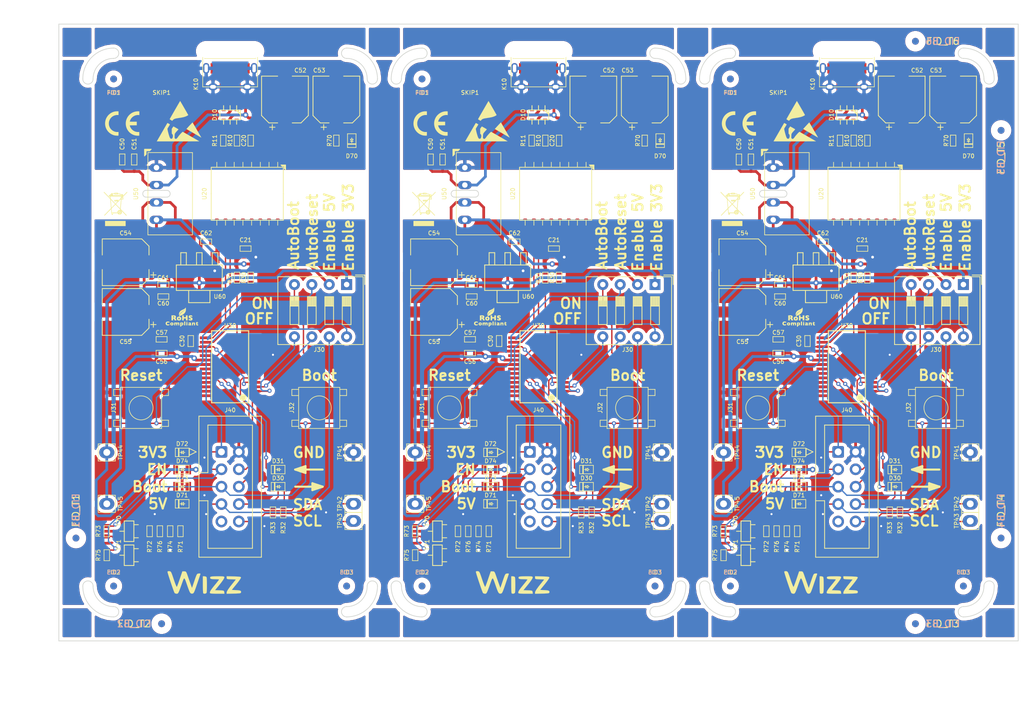
<source format=kicad_pcb>
(kicad_pcb (version 20211014) (generator pcbnew)
  (layers (0 "F.Cu" signal) (31 "B.Cu" signal) (34 "B.Paste" user) (35 "F.Paste" user) (36 "B.SilkS" user "B.Silkscreen") (37 "F.SilkS" user "F.Silkscreen") (38 "B.Mask" user) (39 "F.Mask" user) (44 "Edge.Cuts" user))
  (net 0 "")
  (net 1 "GND")
  (net 2 "3V3")
  (net 3 "VUSB")
  (net 4 "Net-(C30-Pad1)")
  (net 5 "GND2")
  (net 6 "VCC")
  (net 7 "Net-(D10-Pad6)")
  (net 8 "Net-(D10-Pad4)")
  (net 9 "Net-(D10-Pad3)")
  (net 10 "Net-(D10-Pad1)")
  (net 11 "Net-(D30-Pad2)")
  (net 12 "Net-(D30-Pad1)")
  (net 13 "Net-(D31-Pad2)")
  (net 14 "Net-(D31-Pad1)")
  (net 15 "Net-(D70-Pad1)")
  (net 16 "Net-(D71-Pad2)")
  (net 17 "Net-(D71-Pad1)")
  (net 18 "Net-(D72-Pad2)")
  (net 19 "Net-(D72-Pad1)")
  (net 20 "Net-(J30-Pad4)")
  (net 21 "Net-(J30-Pad3)")
  (net 22 "Net-(J30-Pad6)")
  (net 23 "Net-(J30-Pad5)")
  (net 24 "Net-(J40-Pad10)")
  (net 25 "Net-(J40-Pad8)")
  (net 26 "Net-(J40-Pad6)")
  (net 27 "Net-(J40-Pad4)")
  (net 28 "Net-(R10-Pad2)")
  (net 29 "Net-(R11-Pad2)")
  (net 30 "Net-(R30-Pad2)")
  (net 31 "Net-(U20-Pad11)")
  (net 32 "Net-(U20-Pad10)")
  (net 33 "Net-(D73-Pad1)")
  (net 34 "Net-(D74-Pad1)")
  (net 35 "Net-(R73-Pad2)")
  (net 36 "Net-(R74-Pad1)")
  (net 37 "Net-(R75-Pad2)")
  (net 38 "Net-(R76-Pad1)")
  (net 39 "Net-(C20-Pad1)")
  (net 40 "Net-(C21-Pad1)")
  (footprint "_obudowy:C_0603" (layer "F.Cu") (at 14.25 -38.75 90)
    (fp_text reference "C30")
    (fp_text value "100n")
  )
  (footprint "_obudowy:C_0603" (layer "F.Cu") (at 4.25 -65.25 90)
    (fp_text reference "C50")
    (fp_text value "100n")
  )
  (footprint "Capacitor_SMD:CP_Elec_6.3x7.7" (layer "F.Cu") (at 4.75 -50.25 180)
    (fp_text reference "C54")
    (fp_text value "220u")
  )
  (footprint "_obudowy:C_0603" (layer "F.Cu") (at 10.25 -45.25)
    (fp_text reference "C60")
    (fp_text value "1u")
  )
  (footprint "_obudowy:C_0603" (layer "F.Cu") (at 10.25 -47)
    (fp_text reference "C61")
    (fp_text value "100n")
  )
  (footprint "_obudowy:C_0603" (layer "F.Cu") (at 16.5 -53.25)
    (fp_text reference "C62")
    (fp_text value "100n")
  )
  (footprint "_obudowy:SOT23-6" (layer "F.Cu") (at 20 -71.75 180)
    (fp_text reference "D10")
    (fp_text value "USBLC6-2")
  )
  (footprint "_obudowy:LED_0805" (layer "F.Cu") (at 27 -17.5)
    (fp_text reference "D30")
    (fp_text value "OF-SMD2012R")
  )
  (footprint "_obudowy:LED_0805" (layer "F.Cu") (at 27 -20)
    (fp_text reference "D31")
    (fp_text value "OF-SMD2012G")
  )
  (footprint "_obudowy:LED_0805" (layer "F.Cu") (at 13 -15)
    (fp_text reference "D71")
    (fp_text value "OF-SMD2012W")
  )
  (footprint "_obudowy:Fiducial_1.00mm_ring0.5mm" (layer "F.Cu") (at 3 -77)
    (fp_text reference "FID1")
    (fp_text value "_FIDUCIAL" hide)
  )
  (footprint "_obudowy:Fiducial_1.00mm_ring0.5mm" (layer "F.Cu") (at 3 -3 180)
    (fp_text reference "FID2")
    (fp_text value "_FIDUCIAL" hide)
  )
  (footprint "w_logo:Logo_silk_CE_5x3.6mm" (layer "F.Cu") (at 4.25 -70.5)
    (fp_text reference "ICON1" hide)
    (fp_text value "CE" hide)
  )
  (footprint "w_logo:Logo_silk_WEEE_3.4x5mm" (layer "F.Cu") (at 3.25 -58)
    (fp_text reference "ICON2" hide)
    (fp_text value "WEEE" hide)
  )
  (footprint "w_logo:Logo_silk_ROHS_5x2.8mm" (layer "F.Cu") (at 13 -42.25)
    (fp_text reference "ICON3" hide)
    (fp_text value "RoHS" hide)
  )
  (footprint "Symbol:ESD-Logo_6.6x6mm_SilkScreen" (layer "F.Cu") (at 12.55 -70.85)
    (fp_text reference "ICON4" hide)
    (fp_text value "ESD" hide)
  )
  (footprint "_obudowy:TACT_6x6_SMD" (layer "F.Cu") (at 7 -29 180)
    (fp_text reference "J31")
    (fp_text value "Reset")
  )
  (footprint "_obudowy:TACT_6x6_SMD" (layer "F.Cu") (at 33 -29 180)
    (fp_text reference "J32")
    (fp_text value "Boot")
  )
  (footprint "_obudowy:USB_Micro_B_Amphenol_10118194-0001LF_PIP" (layer "F.Cu") (at 20 -78.55 180)
    (fp_text reference "K10")
    (fp_text value "USB")
  )
  (footprint "_obudowy:R_0603" (layer "F.Cu") (at 21 -68 -90)
    (fp_text reference "R10")
    (fp_text value "22R")
  )
  (footprint "_obudowy:R_0603" (layer "F.Cu") (at 23 -48 -90)
    (fp_text reference "R30")
    (fp_text value "4k7")
  )
  (footprint "_obudowy:R_0603" (layer "F.Cu") (at 21 -48 90)
    (fp_text reference "R31")
    (fp_text value "10k")
  )
  (footprint "_obudowy:R_0603" (layer "F.Cu") (at 35.5 -68 90)
    (fp_text reference "R70")
    (fp_text value "2k2")
  )
  (footprint "_obudowy:R_0603" (layer "F.Cu") (at 8.25 -11 90)
    (fp_text reference "R72")
    (fp_text value "1k")
  )
  (footprint "Package_SO:SOIC-16W_7.5x10.3mm_P1.27mm" (layer "F.Cu") (at 22.5 -60.25 -90)
    (fp_text reference "U20")
    (fp_text value "ADUM3160")
  )
  (footprint "w_smd_dil:ssop-28" (layer "F.Cu") (at 20 -35 90)
    (fp_text reference "U30")
    (fp_text value "FT232RL")
  )
  (footprint "_obudowy:SOT223" (layer "F.Cu") (at 15.5 -48 180)
    (fp_text reference "U60")
    (fp_text value "1117-3.3")
  )
  (footprint "_obudowy:1pin" (layer "F.Cu") (at 38 -22.5 90)
    (fp_text reference "TP41")
    (fp_text value "GND")
  )
  (footprint "_obudowy:1pin" (layer "F.Cu") (at 38 -15 90)
    (fp_text reference "TP42")
    (fp_text value "SDA")
  )
  (footprint "_obudowy:1pin" (layer "F.Cu") (at 38 -12.5 90)
    (fp_text reference "TP43")
    (fp_text value "SCL")
  )
  (footprint "_obudowy:LED_0805" (layer "F.Cu") (at 13 -17.5)
    (fp_text reference "D73")
    (fp_text value "OF-SMD2012Y")
  )
  (footprint "_obudowy:LED_0805" (layer "F.Cu") (at 13 -20)
    (fp_text reference "D74")
    (fp_text value "OF-SMD2012Y")
  )
  (footprint "_obudowy:R_0603" (layer "F.Cu") (at 2 -11 -90)
    (fp_text reference "R73")
    (fp_text value "10k")
  )
  (footprint "_obudowy:R_0603" (layer "F.Cu") (at 2 -7.5 -90)
    (fp_text reference "R75")
    (fp_text value "10k")
  )
  (footprint "_obudowy:R_0603" (layer "F.Cu") (at 9.75 -11 90)
    (fp_text reference "R76")
    (fp_text value "100R")
  )
  (footprint "_obudowy:Skipmark_1.00mm" (layer "F.Cu") (at 10 -77)
    (fp_text reference "SKIP1")
    (fp_text value "_SKIPMARK" hide)
  )
  (footprint "_obudowy:SOT23" (layer "F.Cu") (at 5.25 -11 90)
    (fp_text reference "T70")
    (fp_text value "BC857")
  )
  (footprint "_obudowy:SOT23" (layer "F.Cu") (at 5.25 -7.5 90)
    (fp_text reference "T71")
    (fp_text value "BC857")
  )
  (footprint "_obudowy:1pin" (layer "F.Cu") (at 2 -22.5 90)
    (fp_text reference "TP44")
    (fp_text value "3V3")
  )
  (footprint "Capacitor_SMD:CP_Elec_6.3x7.7" (layer "F.Cu") (at 28 -74 90)
    (fp_text reference "C52")
    (fp_text value "220u")
  )
  (footprint "Capacitor_SMD:CP_Elec_6.3x7.7" (layer "F.Cu") (at 35.5 -74 90)
    (fp_text reference "C53")
    (fp_text value "220u")
  )
  (footprint "_obudowy:C_0603" (layer "F.Cu") (at 10 -37 180)
    (fp_text reference "C56")
    (fp_text value "10u")
  )
  (footprint "_obudowy:C_0603" (layer "F.Cu") (at 10 -39 180)
    (fp_text reference "C57")
    (fp_text value "100n")
  )
  (footprint "Capacitor_SMD:CP_Elec_6.3x7.7" (layer "F.Cu") (at 4.75 -43 180)
    (fp_text reference "C55")
    (fp_text value "220u")
  )
  (footprint "_obudowy:LED_0805" (layer "F.Cu") (at 13 -22.5)
    (fp_text reference "D72")
    (fp_text value "OF-SMD2012W")
  )
  (footprint "_obudowy:R_0603" (layer "F.Cu") (at 19 -68 -90)
    (fp_text reference "R11")
    (fp_text value "22R")
  )
  (footprint "_obudowy:LED_0805" (layer "F.Cu") (at 37.75 -68 90)
    (fp_text reference "D70")
    (fp_text value "OF-SMD2012W")
  )
  (footprint "_obudowy:Fiducial_1.00mm_ring0.5mm" (layer "F.Cu") (at 37 -3 180)
    (fp_text reference "FID3")
    (fp_text value "_FIDUCIAL" hide)
  )
  (footprint "_obudowy:R_0603" (layer "F.Cu") (at 26.25 -13.75 -90)
    (fp_text reference "R33")
    (fp_text value "100R")
  )
  (footprint "_obudowy:R_0603" (layer "F.Cu") (at 11.25 -11 90)
    (fp_text reference "R74")
    (fp_text value "100R")
  )
  (footprint "_obudowy:AMxS-xxxxSZ" (layer "F.Cu") (at 11.25 -60.25 -90)
    (fp_text reference "U50")
    (fp_text value "AM2S-0505SZ")
  )
  (footprint "_obudowy:1pin" (layer "F.Cu") (at 2 -15 90)
    (fp_text reference "TP45")
    (fp_text value "5V")
  )
  (footprint "_obudowy:Fiducial_1.00mm" (layer "F.Cu") (at 10 2.5)
    (fp_text reference "FID_T2")
    (fp_text value "_FIDUCIAL" hide)
  )
  (footprint "_obudowy:Fiducial_1.00mm" (layer "F.Cu") (at 120 2.5 180)
    (fp_text reference "FID_T3")
    (fp_text value "_FIDUCIAL" hide)
  )
  (footprint "_obudowy:Fiducial_1.00mm" (layer "F.Cu") (at 120 -82.5 180)
    (fp_text reference "FID_T6")
    (fp_text value "_FIDUCIAL" hide)
  )
  (footprint "_obudowy:Fiducial_1.00mm" (layer "F.Cu") (at 132.5 -69.5 90)
    (fp_text reference "FID_T5")
    (fp_text value "_FIDUCIAL" hide)
  )
  (footprint "_obudowy:Fiducial_1.00mm" (layer "F.Cu") (at 132.5 -10 -90)
    (fp_text reference "FID_T4")
    (fp_text value "_FIDUCIAL" hide)
  )
  (footprint "_obudowy:Fiducial_1.00mm" (layer "F.Cu") (at -2.5 -10 -90)
    (fp_text reference "FID_T1")
    (fp_text value "_FIDUCIAL" hide)
  )
  (footprint "Button_Switch_THT:SW_DIP_SPSTx04_Slide_9.78x12.34mm_W7.62mm_P2.54mm" (layer "F.Cu") (at 37 -47 -90)
    (fp_text reference "J30")
    (fp_text value "DIPSW4")
  )
  (footprint "_obudowy:wizzdev-logo-part2" (layer "F.Cu") (at 20 -4)
    (fp_text reference "LOGO2" hide)
    (fp_text value "WizzDev" hide)
  )
  (footprint "_obudowy:wizzdev-logo-part1" (layer "F.Cu") (at 20 -4)
    (fp_text reference "LOGO1" hide)
    (fp_text value "WizzDev" hide)
  )
  (footprint "_obudowy:C_0603" (layer "F.Cu") (at 23 -68 90)
    (fp_text reference "C20")
    (fp_text value "100n")
  )
  (footprint "_obudowy:IDC-Header_2x05_P2.54mm_Vertical" (layer "F.Cu") (at 20 -17.5)
    (fp_text reference "J40")
    (fp_text value "IDC-10")
  )
  (footprint "_obudowy:R_0603" (layer "F.Cu") (at 12.75 -11 90)
    (fp_text reference "R71")
    (fp_text value "2k2")
  )
  (footprint "_obudowy:R_0603" (layer "F.Cu") (at 27.75 -13.75 -90)
    (fp_text reference "R32")
    (fp_text value "100R")
  )
  (footprint "_obudowy:C_0603" (layer "F.Cu") (at 22.25 -52.25)
    (fp_text reference "C21")
    (fp_text value "100n")
  )
  (footprint "_obudowy:C_0603" (layer "F.Cu") (at 6 -65.25 90)
    (fp_text reference "C51")
    (fp_text value "10u")
  )
  (footprint "_obudowy:SOT223" (layer "F.Cu") (at 60.5 -48 180)
    (fp_text reference "U60")
    (fp_text value "1117-3.3")
  )
  (footprint "_obudowy:TACT_6x6_SMD" (layer "F.Cu") (at 52 -29 180)
    (fp_text reference "J31")
    (fp_text value "Reset")
  )
  (footprint "_obudowy:Fiducial_1.00mm_ring0.5mm" (layer "F.Cu") (at 48 -77)
    (fp_text reference "FID1")
    (fp_text value "_FIDUCIAL" hide)
  )
  (footprint "_obudowy:LED_0805" (layer "F.Cu") (at 103 -15)
    (fp_text reference "D71")
    (fp_text value "OF-SMD2012W")
  )
  (footprint "_obudowy:R_0603" (layer "F.Cu") (at 71.25 -13.75 -90)
    (fp_text reference "R33")
    (fp_text value "100R")
  )
  (footprint "_obudowy:USB_Micro_B_Amphenol_10118194-0001LF_PIP" (layer "F.Cu") (at 110 -78.55 180)
    (fp_text reference "K10")
    (fp_text value "USB")
  )
  (footprint "_obudowy:SOT23" (layer "F.Cu") (at 95.25 -7.5 90)
    (fp_text reference "T71")
    (fp_text value "BC857")
  )
  (footprint "_obudowy:Fiducial_1.00mm_ring0.5mm" (layer "F.Cu") (at 48 -3 180)
    (fp_text reference "FID2")
    (fp_text value "_FIDUCIAL" hide)
  )
  (footprint "_obudowy:C_0603" (layer "F.Cu") (at 61.5 -53.25)
    (fp_text reference "C62")
    (fp_text value "100n")
  )
  (footprint "_obudowy:Skipmark_1.00mm" (layer "F.Cu") (at 55 -77)
    (fp_text reference "SKIP1")
    (fp_text value "_SKIPMARK" hide)
  )
  (footprint "_obudowy:LED_0805" (layer "F.Cu") (at 103 -20)
    (fp_text reference "D74")
    (fp_text value "OF-SMD2012Y")
  )
  (footprint "_obudowy:Fiducial_1.00mm_ring0.5mm" (layer "F.Cu") (at 93 -77)
    (fp_text reference "FID1")
    (fp_text value "_FIDUCIAL" hide)
  )
  (footprint "_obudowy:LED_0805" (layer "F.Cu") (at 72 -20)
    (fp_text reference "D31")
    (fp_text value "OF-SMD2012G")
  )
  (footprint "_obudowy:LED_0805" (layer "F.Cu") (at 117 -17.5)
    (fp_text reference "D30")
    (fp_text value "OF-SMD2012R")
  )
  (footprint "_obudowy:R_0603" (layer "F.Cu") (at 72.75 -13.75 -90)
    (fp_text reference "R32")
    (fp_text value "100R")
  )
  (footprint "_obudowy:1pin" (layer "F.Cu") (at 128 -15 90)
    (fp_text reference "TP42")
    (fp_text value "SDA")
  )
  (footprint "_obudowy:C_0603" (layer "F.Cu") (at 113 -68 90)
    (fp_text reference "C20")
    (fp_text value "100n")
  )
  (footprint "_obudowy:C_0603" (layer "F.Cu") (at 67.25 -52.25)
    (fp_text reference "C21")
    (fp_text value "100n")
  )
  (footprint "_obudowy:C_0603" (layer "F.Cu") (at 55 -37 180)
    (fp_text reference "C56")
    (fp_text value "10u")
  )
  (footprint "_obudowy:Fiducial_1.00mm_ring0.5mm" (layer "F.Cu") (at 82 -3 180)
    (fp_text reference "FID3")
    (fp_text value "_FIDUCIAL" hide)
  )
  (footprint "_obudowy:1pin" (layer "F.Cu") (at 83 -15 90)
    (fp_text reference "TP42")
    (fp_text value "SDA")
  )
  (footprint "Package_SO:SOIC-16W_7.5x10.3mm_P1.27mm" (layer "F.Cu") (at 67.5 -60.25 -90)
    (fp_text reference "U20")
    (fp_text value "ADUM3160")
  )
  (footprint "_obudowy:SOT23-6" (layer "F.Cu") (at 65 -71.75 180)
    (fp_text reference "D10")
    (fp_text value "USBLC6-2")
  )
  (footprint "w_smd_dil:ssop-28" (layer "F.Cu") (at 65 -35 90)
    (fp_text reference "U30")
    (fp_text value "FT232RL")
  )
  (footprint "_obudowy:R_0603" (layer "F.Cu") (at 101.25 -11 90)
    (fp_text reference "R74")
    (fp_text value "100R")
  )
  (footprint "_obudowy:R_0603" (layer "F.Cu") (at 66 -48 90)
    (fp_text reference "R31")
    (fp_text value "10k")
  )
  (footprint "_obudowy:R_0603" (layer "F.Cu") (at 113 -48 -90)
    (fp_text reference "R30")
    (fp_text value "4k7")
  )
  (footprint "_obudowy:1pin" (layer "F.Cu") (at 128 -22.5 90)
    (fp_text reference "TP41")
    (fp_text value "GND")
  )
  (footprint "_obudowy:C_0603" (layer "F.Cu") (at 55.25 -45.25)
    (fp_text reference "C60")
    (fp_text value "1u")
  )
  (footprint "_obudowy:R_0603" (layer "F.Cu") (at 111 -68 -90)
    (fp_text reference "R10")
    (fp_text value "22R")
  )
  (footprint "_obudowy:LED_0805" (layer "F.Cu") (at 117 -20)
    (fp_text reference "D31")
    (fp_text value "OF-SMD2012G")
  )
  (footprint "_obudowy:R_0603" (layer "F.Cu") (at 47 -11 -90)
    (fp_text reference "R73")
    (fp_text value "10k")
  )
  (footprint "_obudowy:LED_0805" (layer "F.Cu") (at 103 -17.5)
    (fp_text reference "D73")
    (fp_text value "OF-SMD2012Y")
  )
  (footprint "Capacitor_SMD:CP_Elec_6.3x7.7" (layer "F.Cu") (at 94.75 -43 180)
    (fp_text reference "C55")
    (fp_text value "220u")
  )
  (footprint "Capacitor_SMD:CP_Elec_6.3x7.7" (layer "F.Cu") (at 80.5 -74 90)
    (fp_text reference "C53")
    (fp_text value "220u")
  )
  (footprint "_obudowy:SOT23" (layer "F.Cu") (at 50.25 -7.5 90)
    (fp_text reference "T71")
    (fp_text value "BC857")
  )
  (footprint "_obudowy:R_0603" (layer "F.Cu") (at 92 -11 -90)
    (fp_text reference "R73")
    (fp_text value "10k")
  )
  (footprint "_obudowy:R_0603" (layer "F.Cu") (at 54.75 -11 90)
    (fp_text reference "R76")
    (fp_text value "100R")
  )
  (footprint "w_logo:Logo_silk_ROHS_5x2.8mm" (layer "F.Cu") (at 103 -42.25)
    (fp_text reference "ICON3" hide)
    (fp_text value "RoHS" hide)
  )
  (footprint "_obudowy:R_0603" (layer "F.Cu") (at 102.75 -11 90)
    (fp_text reference "R71")
    (fp_text value "2k2")
  )
  (footprint "_obudowy:C_0603" (layer "F.Cu") (at 55 -39 180)
    (fp_text reference "C57")
    (fp_text value "100n")
  )
  (footprint "_obudowy:R_0603" (layer "F.Cu") (at 111 -48 90)
    (fp_text reference "R31")
    (fp_text value "10k")
  )
  (footprint "_obudowy:1pin" (layer "F.Cu") (at 83 -12.5 90)
    (fp_text reference "TP43")
    (fp_text value "SCL")
  )
  (footprint "_obudowy:C_0603" (layer "F.Cu") (at 51 -65.25 90)
    (fp_text reference "C51")
    (fp_text value "10u")
  )
  (footprint "Capacitor_SMD:CP_Elec_6.3x7.7" (layer "F.Cu") (at 73 -74 90)
    (fp_text reference "C52")
    (fp_text value "220u")
  )
  (footprint "w_logo:Logo_silk_CE_5x3.6mm" (layer "F.Cu") (at 49.25 -70.5)
    (fp_text reference "ICON1" hide)
    (fp_text value "CE" hide)
  )
  (footprint "_obudowy:1pin" (layer "F.Cu") (at 128 -12.5 90)
    (fp_text reference "TP43")
    (fp_text value "SCL")
  )
  (footprint "_obudowy:C_0603" (layer "F.Cu") (at 55.25 -47)
    (fp_text reference "C61")
    (fp_text value "100n")
  )
  (footprint "_obudowy:wizzdev-logo-part1" (layer "F.Cu") (at 65 -4)
    (fp_text reference "LOGO1" hide)
    (fp_text value "WizzDev" hide)
  )
  (footprint "_obudowy:1pin" (layer "F.Cu") (at 47 -15 90)
    (fp_text reference "TP45")
    (fp_text value "5V")
  )
  (footprint "_obudowy:LED_0805" (layer "F.Cu") (at 127.75 -68 90)
    (fp_text reference "D70")
    (fp_text value "OF-SMD2012W")
  )
  (footprint "w_logo:Logo_silk_WEEE_3.4x5mm" (layer "F.Cu") (at 48.25 -58)
    (fp_text reference "ICON2" hide)
    (fp_text value "WEEE" hide)
  )
  (footprint "_obudowy:1pin" (layer "F.Cu") (at 92 -22.5 90)
    (fp_text reference "TP44")
    (fp_text value "3V3")
  )
  (footprint "Capacitor_SMD:CP_Elec_6.3x7.7" (layer "F.Cu") (at 125.5 -74 90)
    (fp_text reference "C53")
    (fp_text value "220u")
  )
  (footprint "_obudowy:Fiducial_1.00mm_ring0.5mm" (layer "F.Cu") (at 93 -3 180)
    (fp_text reference "FID2")
    (fp_text value "_FIDUCIAL" hide)
  )
  (footprint "w_smd_dil:ssop-28" (layer "F.Cu") (at 110 -35 90)
    (fp_text reference "U30")
    (fp_text value "FT232RL")
  )
  (footprint "_obudowy:C_0603" (layer "F.Cu") (at 100 -37 180)
    (fp_text reference "C56")
    (fp_text value "10u")
  )
  (footprint "_obudowy:R_0603" (layer "F.Cu") (at 99.75 -11 90)
    (fp_text reference "R76")
    (fp_text value "100R")
  )
  (footprint "_obudowy:R_0603" (layer "F.Cu") (at 56.25 -11 90)
    (fp_text reference "R74")
    (fp_text value "100R")
  )
  (footprint "_obudowy:USB_Micro_B_Amphenol_10118194-0001LF_PIP" (layer "F.Cu") (at 65 -78.55 180)
    (fp_text reference "K10")
    (fp_text value "USB")
  )
  (footprint "_obudowy:wizzdev-logo-part1" (layer "F.Cu") (at 110 -4)
    (fp_text reference "LOGO1" hide)
    (fp_text value "WizzDev" hide)
  )
  (footprint "_obudowy:C_0603" (layer "F.Cu") (at 49.25 -65.25 90)
    (fp_text reference "C50")
    (fp_text value "100n")
  )
  (footprint "_obudowy:C_0603" (layer "F.Cu") (at 59.25 -38.75 90)
    (fp_text reference "C30")
    (fp_text value "100n")
  )
  (footprint "_obudowy:C_0603" (layer "F.Cu") (at 112.25 -52.25)
    (fp_text reference "C21")
    (fp_text value "100n")
  )
  (footprint "_obudowy:AMxS-xxxxSZ" (layer "F.Cu") (at 56.25 -60.25 -90)
    (fp_text reference "U50")
    (fp_text value "AM2S-0505SZ")
  )
  (footprint "_obudowy:TACT_6x6_SMD" (layer "F.Cu") (at 78 -29 180)
    (fp_text reference "J32")
    (fp_text value "Boot")
  )
  (footprint "_obudowy:wizzdev-logo-part2" (layer "F.Cu") (at 110 -4)
    (fp_text reference "LOGO2" hide)
    (fp_text value "WizzDev" hide)
  )
  (footprint "_obudowy:R_0603" (layer "F.Cu") (at 116.25 -13.75 -90)
    (fp_text reference "R33")
    (fp_text value "100R")
  )
  (footprint "_obudowy:R_0603" (layer "F.Cu") (at 68 -48 -90)
    (fp_text reference "R30")
    (fp_text value "4k7")
  )
  (footprint "_obudowy:R_0603" (layer "F.Cu") (at 80.5 -68 90)
    (fp_text reference "R70")
    (fp_text value "2k2")
  )
  (footprint "Button_Switch_THT:SW_DIP_SPSTx04_Slide_9.78x12.34mm_W7.62mm_P2.54mm" (layer "F.Cu") (at 127 -47 -90)
    (fp_text reference "J30")
    (fp_text value "DIPSW4")
  )
  (footprint "_obudowy:C_0603" (layer "F.Cu") (at 100 -39 180)
    (fp_text reference "C57")
    (fp_text value "100n")
  )
  (footprint "_obudowy:SOT23-6" (layer "F.Cu") (at 110 -71.75 180)
    (fp_text reference "D10")
    (fp_text value "USBLC6-2")
  )
  (footprint "_obudowy:wizzdev-logo-part2" (layer "F.Cu") (at 65 -4)
    (fp_text reference "LOGO2" hide)
    (fp_text value "WizzDev" hide)
  )
  (footprint "_obudowy:R_0603" (layer "F.Cu") (at 66 -68 -90)
    (fp_text reference "R10")
    (fp_text value "22R")
  )
  (footprint "_obudowy:1pin" (layer "F.Cu") (at 47 -22.5 90)
    (fp_text reference "TP44")
    (fp_text value "3V3")
  )
  (footprint "_obudowy:LED_0805" (layer "F.Cu") (at 103 -22.5)
    (fp_text reference "D72")
    (fp_text value "OF-SMD2012W")
  )
  (footprint "_obudowy:R_0603" (layer "F.Cu") (at 109 -68 -90)
    (fp_text reference "R11")
    (fp_text value "22R")
  )
  (footprint "_obudowy:C_0603" (layer "F.Cu") (at 104.25 -38.75 90)
    (fp_text reference "C30")
    (fp_text value "100n")
  )
  (footprint "_obudowy:C_0603" (layer "F.Cu") (at 106.5 -53.25)
    (fp_text reference "C62")
    (fp_text value "100n")
  )
  (footprint "_obudowy:AMxS-xxxxSZ" (layer "F.Cu") (at 101.25 -60.25 -90)
    (fp_text reference "U50")
    (fp_text value "AM2S-0505SZ")
  )
  (footprint "w_logo:Logo_silk_WEEE_3.4x5mm" (layer "F.Cu") (at 93.25 -58)
    (fp_text reference "ICON2" hide)
    (fp_text value "WEEE" hide)
  )
  (footprint "Capacitor_SMD:CP_Elec_6.3x7.7" (layer "F.Cu") (at 49.75 -43 180)
    (fp_text reference "C55")
    (fp_text value "220u")
  )
  (footprint "_obudowy:C_0603" (layer "F.Cu") (at 96 -65.25 90)
    (fp_text reference "C51")
    (fp_text value "10u")
  )
  (footprint "_obudowy:R_0603" (layer "F.Cu") (at 98.25 -11 90)
    (fp_text reference "R72")
    (fp_text value "1k")
  )
  (footprint "_obudowy:C_0603" (layer "F.Cu") (at 100.25 -47)
    (fp_text reference "C61")
    (fp_text value "100n")
  )
  (footprint "_obudowy:1pin" (layer "F.Cu") (at 83 -22.5 90)
    (fp_text reference "TP41")
    (fp_text value "GND")
  )
  (footprint "_obudowy:R_0603" (layer "F.Cu") (at 53.25 -11 90)
    (fp_text reference "R72")
    (fp_text value "1k")
  )
  (footprint "_obudowy:C_0603" (layer "F.Cu") (at 100.25 -45.25)
    (fp_text reference "C60")
    (fp_text value "1u")
  )
  (footprint "_obudowy:C_0603" (layer "F.Cu") (at 94.25 -65.25 90)
    (fp_text reference "C50")
    (fp_text value "100n")
  )
  (footprint "Symbol:ESD-Logo_6.6x6mm_SilkScreen" (layer "F.Cu") (at 102.55 -70.85)
    (fp_text reference "ICON4" hide)
    (fp_text value "ESD" hide)
  )
  (footprint "_obudowy:R_0603" (layer "F.Cu") (at 125.5 -68 90)
    (fp_text reference "R70")
    (fp_text value "2k2")
  )
  (footprint "_obudowy:SOT23" (layer "F.Cu") (at 50.25 -11 90)
    (fp_text reference "T70")
    (fp_text value "BC857")
  )
  (footprint "_obudowy:TACT_6x6_SMD" (layer "F.Cu") (at 123 -29 180)
    (fp_text reference "J32")
    (fp_text value "Boot")
  )
  (footprint "w_logo:Logo_silk_ROHS_5x2.8mm" (layer "F.Cu") (at 58 -42.25)
    (fp_text reference "ICON3" hide)
    (fp_text value "RoHS" hide)
  )
  (footprint "_obudowy:SOT223" (layer "F.Cu") (at 105.5 -48 180)
    (fp_text reference "U60")
    (fp_text value "1117-3.3")
  )
  (footprint "_obudowy:TACT_6x6_SMD" (layer "F.Cu") (at 97 -29 180)
    (fp_text reference "J31")
    (fp_text value "Reset")
  )
  (footprint "_obudowy:LED_0805" (layer "F.Cu") (at 58 -15)
    (fp_text reference "D71")
    (fp_text value "OF-SMD2012W")
  )
  (footprint "_obudowy:IDC-Header_2x05_P2.54mm_Vertical" (layer "F.Cu") (at 65 -17.5)
    (fp_text reference "J40")
    (fp_text value "IDC-10")
  )
  (footprint "_obudowy:C_0603" (layer "F.Cu") (at 68 -68 90)
    (fp_text reference "C20")
    (fp_text value "100n")
  )
  (footprint "_obudowy:LED_0805" (layer "F.Cu") (at 72 -17.5)
    (fp_text reference "D30")
    (fp_text value "OF-SMD2012R")
  )
  (footprint "_obudowy:R_0603" (layer "F.Cu") (at 47 -7.5 -90)
    (fp_text reference "R75")
    (fp_text value "10k")
  )
  (footprint "_obudowy:R_0603" (layer "F.Cu") (at 117.75 -13.75 -90)
    (fp_text reference "R32")
    (fp_text value "100R")
  )
  (footprint "_obudowy:Skipmark_1.00mm" (layer "F.Cu") (at 100 -77)
    (fp_text reference "SKIP1")
    (fp_text value "_SKIPMARK" hide)
  )
  (footprint "Capacitor_SMD:CP_Elec_6.3x7.7" (layer "F.Cu") (at 118 -74 90)
    (fp_text reference "C52")
    (fp_text value "220u")
  )
  (footprint "_obudowy:LED_0805" (layer "F.Cu") (at 58 -22.5)
    (fp_text reference "D72")
    (fp_text value "OF-SMD2012W")
  )
  (footprint "_obudowy:R_0603" (layer "F.Cu") (at 64 -68 -90)
    (fp_text reference "R11")
    (fp_text value "22R")
  )
  (footprint "Symbol:ESD-Logo_6.6x6mm_SilkScreen" (layer "F.Cu") (at 57.55 -70.85)
    (fp_text reference "ICON4" hide)
    (fp_text value "ESD" hide)
  )
  (footprint "_obudowy:1pin" (layer "F.Cu") (at 92 -15 90)
    (fp_text reference "TP45")
    (fp_text value "5V")
  )
  (footprint "_obudowy:SOT23" (layer "F.Cu") (at 95.25 -11 90)
    (fp_text reference "T70")
    (fp_text value "BC857")
  )
  (footprint "Capacitor_SMD:CP_Elec_6.3x7.7" (layer "F.Cu") (at 94.75 -50.25 180)
    (fp_text reference "C54")
    (fp_text value "220u")
  )
  (footprint "w_logo:Logo_silk_CE_5x3.6mm" (layer "F.Cu") (at 94.25 -70.5)
    (fp_text reference "ICON1" hide)
    (fp_text value "CE" hide)
  )
  (footprint "Button_Switch_THT:SW_DIP_SPSTx04_Slide_9.78x12.34mm_W7.62mm_P2.54mm" (layer "F.Cu") (at 82 -47 -90)
    (fp_text reference "J30")
    (fp_text value "DIPSW4")
  )
  (footprint "_obudowy:LED_0805" (layer "F.Cu") (at 82.75 -68 90)
    (fp_text reference "D70")
    (fp_text value "OF-SMD2012W")
  )
  (footprint "_obudowy:LED_0805" (layer "F.Cu") (at 58 -17.5)
    (fp_text reference "D73")
    (fp_text value "OF-SMD2012Y")
  )
  (footprint "_obudowy:R_0603" (layer "F.Cu") (at 57.75 -11 90)
    (fp_text reference "R71")
    (fp_text value "2k2")
  )
  (footprint "_obudowy:LED_0805" (layer "F.Cu") (at 58 -20)
    (fp_text reference "D74")
    (fp_text value "OF-SMD2012Y")
  )
  (footprint "_obudowy:R_0603" (layer "F.Cu") (at 92 -7.5 -90)
    (fp_text reference "R75")
    (fp_text value "10k")
  )
  (footprint "Package_SO:SOIC-16W_7.5x10.3mm_P1.27mm" (layer "F.Cu") (at 112.5 -60.25 -90)
    (fp_text reference "U20")
    (fp_text value "ADUM3160")
  )
  (footprint "Capacitor_SMD:CP_Elec_6.3x7.7" (layer "F.Cu") (at 49.75 -50.25 180)
    (fp_text reference "C54")
    (fp_text value "220u")
  )
  (footprint "_obudowy:IDC-Header_2x05_P2.54mm_Vertical" (layer "F.Cu") (at 110 -17.5)
    (fp_text reference "J40")
    (fp_text value "IDC-10")
  )
  (footprint "_obudowy:Fiducial_1.00mm_ring0.5mm" (layer "F.Cu") (at 127 -3 180)
    (fp_text reference "FID3")
    (fp_text value "_FIDUCIAL" hide)
  )
  (footprint "_obudowy:Fiducial_1.00mm_ring0.5mm" (layer "B.Cu") (at 3 -77 180)
    (fp_text reference "FID4")
    (fp_text value "_FIDUCIAL" hide)
  )
  (footprint "_obudowy:Fiducial_1.00mm_ring0.5mm" (layer "B.Cu") (at 3 -3)
    (fp_text reference "FID5")
    (fp_text value "_FIDUCIAL" hide)
  )
  (footprint "_obudowy:Fiducial_1.00mm_ring0.5mm" (layer "B.Cu") (at 37 -3)
    (fp_text reference "FID6")
    (fp_text value "_FIDUCIAL" hide)
  )
  (footprint "_obudowy:Fiducial_1.00mm" (layer "B.Cu") (at 10 2.5)
    (fp_text reference "FID_B2")
    (fp_text value "_FIDUCIAL" hide)
  )
  (footprint "_obudowy:Fiducial_1.00mm" (layer "B.Cu") (at 120 2.5 180)
    (fp_text reference "FID_B3")
    (fp_text value "_FIDUCIAL" hide)
  )
  (footprint "_obudowy:Fiducial_1.00mm" (layer "B.Cu") (at 120 -82.5 180)
    (fp_text reference "FID_B6")
    (fp_text value "_FIDUCIAL" hide)
  )
  (footprint "_obudowy:Fiducial_1.00mm" (layer "B.Cu") (at 132.5 -69.5 90)
    (fp_text reference "FID_B5")
    (fp_text value "_FIDUCIAL" hide)
  )
  (footprint "_obudowy:Fiducial_1.00mm" (layer "B.Cu") (at 132.5 -10 -90)
    (fp_text reference "FID_B4")
    (fp_text value "_FIDUCIAL" hide)
  )
  (footprint "_obudowy:Fiducial_1.00mm" (layer "B.Cu") (at -2.5 -10 -90)
    (fp_text reference "FID_B1")
    (fp_text value "_FIDUCIAL" hide)
  )
  (footprint "_obudowy:Fiducial_1.00mm_ring0.5mm" (layer "B.Cu") (at 82 -3)
    (fp_text reference "FID6")
    (fp_text value "_FIDUCIAL" hide)
  )
  (footprint "_obudowy:Fiducial_1.00mm_ring0.5mm" (layer "B.Cu") (at 48 -77 180)
    (fp_text reference "FID4")
    (fp_text value "_FIDUCIAL" hide)
  )
  (footprint "_obudowy:Fiducial_1.00mm_ring0.5mm" (layer "B.Cu") (at 127 -3)
    (fp_text reference "FID6")
    (fp_text value "_FIDUCIAL" hide)
  )
  (footprint "_obudowy:Fiducial_1.00mm_ring0.5mm" (layer "B.Cu") (at 93 -77 180)
    (fp_text reference "FID4")
    (fp_text value "_FIDUCIAL" hide)
  )
  (footprint "_obudowy:Fiducial_1.00mm_ring0.5mm" (layer "B.Cu") (at 48 -3)
    (fp_text reference "FID5")
    (fp_text value "_FIDUCIAL" hide)
  )
  (footprint "_obudowy:Fiducial_1.00mm_ring0.5mm" (layer "B.Cu") (at 93 -3)
    (fp_text reference "FID5")
    (fp_text value "_FIDUCIAL" hide)
  )
  (gr_line (start 31 -19.5) (end 29.5 -20) (layer "F.SilkS") (width 0.3))
  (gr_line (start 30.75 -20.25) (end 30.75 -19.75) (layer "F.SilkS") (width 0.3))
  (gr_line (start 30.5 -20.25) (end 30.5 -19.75) (layer "F.SilkS") (width 0.3))
  (gr_line (start 30.25 -20.25) (end 30.25 -19.75) (layer "F.SilkS") (width 0.3))
  (gr_line (start 30 -20) (end 30 -20) (layer "F.SilkS") (width 0.3))
  (gr_line (start 32.25 -17.25) (end 32.25 -17.75) (layer "F.SilkS") (width 0.3))
  (gr_line (start 33.5 -17.5) (end 32 -17) (layer "F.SilkS") (width 0.3))
  (gr_line (start 32 -18) (end 33.5 -17.5) (layer "F.SilkS") (width 0.3))
  (gr_line (start 32.75 -17.25) (end 32.75 -17.75) (layer "F.SilkS") (width 0.3))
  (gr_line (start 33 -17.5) (end 33 -17.5) (layer "F.SilkS") (width 0.3))
  (gr_line (start 33.5 -17.5) (end 29.5 -17.5) (layer "F.SilkS") (width 0.3))
  (gr_line (start 32 -17) (end 32 -18) (layer "F.SilkS") (width 0.3))
  (gr_line (start 32.5 -17.25) (end 32.5 -17.75) (layer "F.SilkS") (width 0.3))
  (gr_line (start 77 -18) (end 78.5 -17.5) (layer "F.SilkS") (width 0.3))
  (gr_line (start 75.75 -20.25) (end 75.75 -19.75) (layer "F.SilkS") (width 0.3))
  (gr_line (start 122 -17) (end 122 -18) (layer "F.SilkS") (width 0.3))
  (gr_line (start 123 -17.5) (end 123 -17.5) (layer "F.SilkS") (width 0.3))
  (gr_line (start 119.5 -20) (end 123.5 -20) (layer "F.SilkS") (width 0.3))
  (gr_line (start 78.5 -17.5) (end 74.5 -17.5) (layer "F.SilkS") (width 0.3))
  (gr_line (start 122.25 -17.25) (end 122.25 -17.75) (layer "F.SilkS") (width 0.3))
  (gr_line (start 77 -17) (end 77 -18) (layer "F.SilkS") (width 0.3))
  (gr_line (start 77.5 -17.25) (end 77.5 -17.75) (layer "F.SilkS") (width 0.3))
  (gr_line (start 74.5 -20) (end 76 -20.5) (layer "F.SilkS") (width 0.3))
  (gr_line (start 75.5 -20.25) (end 75.5 -19.75) (layer "F.SilkS") (width 0.3))
  (gr_line (start 123.5 -17.5) (end 119.5 -17.5) (layer "F.SilkS") (width 0.3))
  (gr_line (start 120.5 -20.25) (end 120.5 -19.75) (layer "F.SilkS") (width 0.3))
  (gr_line (start 29.5 -20) (end 31 -20.5) (layer "F.SilkS") (width 0.3))
  (gr_line (start 120 -20) (end 120 -20) (layer "F.SilkS") (width 0.3))
  (gr_line (start 74.5 -20) (end 78.5 -20) (layer "F.SilkS") (width 0.3))
  (gr_line (start 77.25 -17.25) (end 77.25 -17.75) (layer "F.SilkS") (width 0.3))
  (gr_line (start 76 -20.5) (end 76 -19.5) (layer "F.SilkS") (width 0.3))
  (gr_line (start 31 -20.5) (end 31 -19.5) (layer "F.SilkS") (width 0.3))
  (gr_line (start 29.5 -20) (end 33.5 -20) (layer "F.SilkS") (width 0.3))
  (gr_line (start 76 -19.5) (end 74.5 -20) (layer "F.SilkS") (width 0.3))
  (gr_line (start 78.5 -17.5) (end 77 -17) (layer "F.SilkS") (width 0.3))
  (gr_line (start 120.75 -20.25) (end 120.75 -19.75) (layer "F.SilkS") (width 0.3))
  (gr_line (start 121 -20.5) (end 121 -19.5) (layer "F.SilkS") (width 0.3))
  (gr_line (start 78 -17.5) (end 78 -17.5) (layer "F.SilkS") (width 0.3))
  (gr_line (start 77.75 -17.25) (end 77.75 -17.75) (layer "F.SilkS") (width 0.3))
  (gr_line (start 122 -18) (end 123.5 -17.5) (layer "F.SilkS") (width 0.3))
  (gr_line (start 120.25 -20.25) (end 120.25 -19.75) (layer "F.SilkS") (width 0.3))
  (gr_line (start 121 -19.5) (end 119.5 -20) (layer "F.SilkS") (width 0.3))
  (gr_line (start 122.75 -17.25) (end 122.75 -17.75) (layer "F.SilkS") (width 0.3))
  (gr_line (start 75 -20) (end 75 -20) (layer "F.SilkS") (width 0.3))
  (gr_line (start 75.25 -20.25) (end 75.25 -19.75) (layer "F.SilkS") (width 0.3))
  (gr_line (start 122.5 -17.25) (end 122.5 -17.75) (layer "F.SilkS") (width 0.3))
  (gr_line (start 123.5 -17.5) (end 122 -17) (layer "F.SilkS") (width 0.3))
  (gr_line (start 119.5 -20) (end 121 -20.5) (layer "F.SilkS") (width 0.3))
  (gr_line (start 135 -85) (end 135 5) (layer "Edge.Cuts") (width 0.1))
  (gr_arc (start 93 1.5) (mid 89.818019 0.181981) (end 88.5 -3) (layer "Edge.Cuts") (width 0.1))
  (gr_arc (start -1.5 -3) (mid -0.75 -3.75) (end 0 -3) (layer "Edge.Cuts") (width 0.1))
  (gr_arc (start 48 0) (mid 48.75 0.75) (end 48 1.5) (layer "Edge.Cuts") (width 0.1))
  (gr_arc (start 40 -3) (mid 39.12132 -0.87868) (end 37 0) (layer "Edge.Cuts") (width 0.1))
  (gr_line (start 55.75 -59.75) (end 52.75 -59.75) (layer "Edge.Cuts") (width 0.1))
  (gr_arc (start 0 -77) (mid -0.75 -76.25) (end -1.5 -77) (layer "Edge.Cuts") (width 0.1))
  (gr_arc (start 88.5 -3) (mid 89.25 -3.75) (end 90 -3) (layer "Edge.Cuts") (width 0.1))
  (gr_arc (start 48 1.5) (mid 44.818019 0.181981) (end 43.5 -3) (layer "Edge.Cuts") (width 0.1))
  (gr_arc (start 10.75 -60.75) (mid 11.25 -60.25) (end 10.75 -59.75) (layer "Edge.Cuts") (width 0.1))
  (gr_arc (start 55.75 -60.75) (mid 56.25 -60.25) (end 55.75 -59.75) (layer "Edge.Cuts") (width 0.1))
  (gr_arc (start 86.5 -77) (mid 85.75 -76.25) (end 85 -77) (layer "Edge.Cuts") (width 0.1))
  (gr_line (start 10.75 -59.75) (end 7.75 -59.75) (layer "Edge.Cuts") (width 0.1))
  (gr_line (start 100.75 -59.75) (end 97.75 -59.75) (layer "Edge.Cuts") (width 0.1))
  (gr_line (start -5 5) (end -5 -85) (layer "Edge.Cuts") (width 0.1))
  (gr_arc (start 82 -80) (mid 84.12132 -79.12132) (end 85 -77) (layer "Edge.Cuts") (width 0.1))
  (gr_arc (start 86.5 -3) (mid 85.181981 0.181981) (end 82 1.5) (layer "Edge.Cuts") (width 0.1))
  (gr_arc (start 97.75 -59.75) (mid 97.25 -60.25) (end 97.75 -60.75) (layer "Edge.Cuts") (width 0.1))
  (gr_arc (start 48 -81.5) (mid 48.75 -80.75) (end 48 -80) (layer "Edge.Cuts") (width 0.1))
  (gr_arc (start 37 1.5) (mid 36.25 0.75) (end 37 0) (layer "Edge.Cuts") (width 0.1))
  (gr_arc (start 43.5 -77) (mid 44.818019 -80.181981) (end 48 -81.5) (layer "Edge.Cuts") (width 0.1))
  (gr_arc (start 82 -81.5) (mid 85.181981 -80.181981) (end 86.5 -77) (layer "Edge.Cuts") (width 0.1))
  (gr_line (start 52.75 -60.75) (end 55.75 -60.75) (layer "Edge.Cuts") (width 0.1))
  (gr_arc (start 37 -80) (mid 36.25 -80.75) (end 37 -81.5) (layer "Edge.Cuts") (width 0.1))
  (gr_arc (start -1.5 -77) (mid -0.181981 -80.181981) (end 3 -81.5) (layer "Edge.Cuts") (width 0.1))
  (gr_arc (start 100.75 -60.75) (mid 101.25 -60.25) (end 100.75 -59.75) (layer "Edge.Cuts") (width 0.1))
  (gr_arc (start 7.75 -59.75) (mid 7.25 -60.25) (end 7.75 -60.75) (layer "Edge.Cuts") (width 0.1))
  (gr_arc (start 131.5 -77) (mid 130.75 -76.25) (end 130 -77) (layer "Edge.Cuts") (width 0.1))
  (gr_arc (start 85 -3) (mid 85.75 -3.75) (end 86.5 -3) (layer "Edge.Cuts") (width 0.1))
  (gr_arc (start 45 -77) (mid 44.25 -76.25) (end 43.5 -77) (layer "Edge.Cuts") (width 0.1))
  (gr_arc (start 3 -81.5) (mid 3.75 -80.75) (end 3 -80) (layer "Edge.Cuts") (width 0.1))
  (gr_line (start 7.75 -60.75) (end 10.75 -60.75) (layer "Edge.Cuts") (width 0.1))
  (gr_arc (start 88.5 -77) (mid 89.818019 -80.181981) (end 93 -81.5) (layer "Edge.Cuts") (width 0.1))
  (gr_arc (start 45 -77) (mid 45.87868 -79.12132) (end 48 -80) (layer "Edge.Cuts") (width 0.1))
  (gr_arc (start 130 -3) (mid 129.12132 -0.87868) (end 127 0) (layer "Edge.Cuts") (width 0.1))
  (gr_arc (start 93 0) (mid 90.87868 -0.87868) (end 90 -3) (layer "Edge.Cuts") (width 0.1))
  (gr_arc (start 37 -81.5) (mid 40.181981 -80.181981) (end 41.5 -77) (layer "Edge.Cuts") (width 0.1))
  (gr_arc (start 41.5 -77) (mid 40.75 -76.25) (end 40 -77) (layer "Edge.Cuts") (width 0.1))
  (gr_arc (start 93 0) (mid 93.75 0.75) (end 93 1.5) (layer "Edge.Cuts") (width 0.1))
  (gr_arc (start 3 0) (mid 0.87868 -0.87868) (end 0 -3) (layer "Edge.Cuts") (width 0.1))
  (gr_arc (start 127 -80) (mid 129.12132 -79.12132) (end 130 -77) (layer "Edge.Cuts") (width 0.1))
  (gr_arc (start 93 -81.5) (mid 93.75 -80.75) (end 93 -80) (layer "Edge.Cuts") (width 0.1))
  (gr_line (start -5 -85) (end 135 -85) (layer "Edge.Cuts") (width 0.1))
  (gr_arc (start 127 -81.5) (mid 130.181981 -80.181981) (end 131.5 -77) (layer "Edge.Cuts") (width 0.1))
  (gr_arc (start 85 -3) (mid 84.12132 -0.87868) (end 82 0) (layer "Edge.Cuts") (width 0.1))
  (gr_arc (start 82 1.5) (mid 81.25 0.75) (end 82 0) (layer "Edge.Cuts") (width 0.1))
  (gr_arc (start 3 0) (mid 3.75 0.75) (end 3 1.5) (layer "Edge.Cuts") (width 0.1))
  (gr_arc (start 90 -77) (mid 90.87868 -79.12132) (end 93 -80) (layer "Edge.Cuts") (width 0.1))
  (gr_line (start -5 5) (end 135 5) (layer "Edge.Cuts") (width 0.1))
  (gr_arc (start 3 1.5) (mid -0.181981 0.181981) (end -1.5 -3) (layer "Edge.Cuts") (width 0.1))
  (gr_arc (start 127 -80) (mid 126.25 -80.75) (end 127 -81.5) (layer "Edge.Cuts") (width 0.1))
  (gr_arc (start 0 -77) (mid 0.87868 -79.12132) (end 3 -80) (layer "Edge.Cuts") (width 0.1))
  (gr_arc (start 82 -80) (mid 81.25 -80.75) (end 82 -81.5) (layer "Edge.Cuts") (width 0.1))
  (gr_line (start 97.75 -60.75) (end 100.75 -60.75) (layer "Edge.Cuts") (width 0.1))
  (gr_arc (start 127 1.5) (mid 126.25 0.75) (end 127 0) (layer "Edge.Cuts") (width 0.1))
  (gr_arc (start 40 -3) (mid 40.75 -3.75) (end 41.5 -3) (layer "Edge.Cuts") (width 0.1))
  (gr_arc (start 90 -77) (mid 89.25 -76.25) (end 88.5 -77) (layer "Edge.Cuts") (width 0.1))
  (gr_arc (start 43.5 -3) (mid 44.25 -3.75) (end 45 -3) (layer "Edge.Cuts") (width 0.1))
  (gr_arc (start 52.75 -59.75) (mid 52.25 -60.25) (end 52.75 -60.75) (layer "Edge.Cuts") (width 0.1))
  (gr_arc (start 37 -80) (mid 39.12132 -79.12132) (end 40 -77) (layer "Edge.Cuts") (width 0.1))
  (gr_arc (start 48 0) (mid 45.87868 -0.87868) (end 45 -3) (layer "Edge.Cuts") (width 0.1))
  (gr_arc (start 131.5 -3) (mid 130.181981 0.181981) (end 127 1.5) (layer "Edge.Cuts") (width 0.1))
  (gr_arc (start 130 -3) (mid 130.75 -3.75) (end 131.5 -3) (layer "Edge.Cuts") (width 0.1))
  (gr_arc (start 41.5 -3) (mid 40.181981 0.181981) (end 37 1.5) (layer "Edge.Cuts") (width 0.1))
  (gr_text "ESP OptoProg HV2 220111" (at 65 2.5) (layer "F.Cu") (effects (font (size 1.2 1.2) (thickness 0.3))))
  (gr_text "SCL" (at 29 -12.5) (layer "F.SilkS") (effects (font (size 1.5 1.5) (thickness 0.3)) (justify left)))
  (gr_text "GND" (at 29 -22.5) (layer "F.SilkS") (effects (font (size 1.5 1.5) (thickness 0.3)) (justify left)))
  (gr_text "SDA" (at 29 -14.88) (layer "F.SilkS") (effects (font (size 1.5 1.5) (thickness 0.3)) (justify left)))
  (gr_text "3V3" (at 11 -22.5) (layer "F.SilkS") (effects (font (size 1.5 1.5) (thickness 0.3)) (justify right)))
  (gr_text "Boot" (at 11 -17.5) (layer "F.SilkS") (effects (font (size 1.5 1.5) (thickness 0.3)) (justify right)))
  (gr_text "5V" (at 11 -15) (layer "F.SilkS") (effects (font (size 1.5 1.5) (thickness 0.3)) (justify right)))
  (gr_text "EN" (at 11 -20) (layer "F.SilkS") (effects (font (size 1.5 1.5) (thickness 0.3)) (justify right)))
  (gr_text "ON" (at 26.5 -44.25) (layer "F.SilkS") (effects (font (size 1.5 1.5) (thickness 0.3)) (justify right)))
  (gr_text "AutoBoot" (at 29.25 -49 90) (layer "F.SilkS") (effects (font (size 1.5 1.5) (thickness 0.3)) (justify left)))
  (gr_text "AutoReset" (at 32 -49 90) (layer "F.SilkS") (effects (font (size 1.5 1.5) (thickness 0.3)) (justify left)))
  (gr_text "Enable 5V" (at 34.5 -48.75 90) (layer "F.SilkS") (effects (font (size 1.5 1.5) (thickness 0.3)) (justify left)))
  (gr_text "Enable 3V3" (at 37.25 -48.75 90) (layer "F.SilkS") (effects (font (size 1.5 1.5) (thickness 0.3)) (justify left)))
  (gr_text "OFF" (at 26.5 -42) (layer "F.SilkS") (effects (font (size 1.5 1.5) (thickness 0.3)) (justify right)))
  (gr_text "ON" (at 71.5 -44.25) (layer "F.SilkS") (effects (font (size 1.5 1.5) (thickness 0.3)) (justify right)))
  (gr_text "SDA" (at 74 -14.88) (layer "F.SilkS") (effects (font (size 1.5 1.5) (thickness 0.3)) (justify left)))
  (gr_text "Enable 5V" (at 79.5 -48.75 90) (layer "F.SilkS") (effects (font (size 1.5 1.5) (thickness 0.3)) (justify left)))
  (gr_text "OFF" (at 116.5 -42) (layer "F.SilkS") (effects (font (size 1.5 1.5) (thickness 0.3)) (justify right)))
  (gr_text "3V3" (at 101 -22.5) (layer "F.SilkS") (effects (font (size 1.5 1.5) (thickness 0.3)) (justify right)))
  (gr_text "Boot" (at 101 -17.5) (layer "F.SilkS") (effects (font (size 1.5 1.5) (thickness 0.3)) (justify right)))
  (gr_text "AutoBoot" (at 74.25 -49 90) (layer "F.SilkS") (effects (font (size 1.5 1.5) (thickness 0.3)) (justify left)))
  (gr_text "AutoReset" (at 122 -49 90) (layer "F.SilkS") (effects (font (size 1.5 1.5) (thickness 0.3)) (justify left)))
  (gr_text "Boot" (at 56 -17.5) (layer "F.SilkS") (effects (font (size 1.5 1.5) (thickness 0.3)) (justify right)))
  (gr_text "Enable 5V" (at 124.5 -48.75 90) (layer "F.SilkS") (effects (font (size 1.5 1.5) (thickness 0.3)) (justify left)))
  (gr_text "AutoBoot" (at 119.25 -49 90) (layer "F.SilkS") (effects (font (size 1.5 1.5) (thickness 0.3)) (justify left)))
  (gr_text "EN" (at 56 -20) (layer "F.SilkS") (effects (font (size 1.5 1.5) (thickness 0.3)) (justify right)))
  (gr_text "OFF" (at 71.5 -42) (layer "F.SilkS") (effects (font (size 1.5 1.5) (thickness 0.3)) (justify right)))
  (gr_text "Enable 3V3" (at 127.25 -48.75 90) (layer "F.SilkS") (effects (font (size 1.5 1.5) (thickness 0.3)) (justify left)))
  (gr_text "ON" (at 116.5 -44.25) (layer "F.SilkS") (effects (font (size 1.5 1.5) (thickness 0.3)) (justify right)))
  (gr_text "Enable 3V3" (at 82.25 -48.75 90) (layer "F.SilkS") (effects (font (size 1.5 1.5) (thickness 0.3)) (justify left)))
  (gr_text "SCL" (at 74 -12.5) (layer "F.SilkS") (effects (font (size 1.5 1.5) (thickness 0.3)) (justify left)))
  (gr_text "AutoReset" (at 77 -49 90) (layer "F.SilkS") (effects (font (size 1.5 1.5) (thickness 0.3)) (justify left)))
  (gr_text "GND" (at 119 -22.5) (layer "F.SilkS") (effects (font (size 1.5 1.5) (thickness 0.3)) (justify left)))
  (gr_text "5V" (at 101 -15) (layer "F.SilkS") (effects (font (size 1.5 1.5) (thickness 0.3)) (justify right)))
  (gr_text "SCL" (at 119 -12.5) (layer "F.SilkS") (effects (font (size 1.5 1.5) (thickness 0.3)) (justify left)))
  (gr_text "5V" (at 56 -15) (layer "F.SilkS") (effects (font (size 1.5 1.5) (thickness 0.3)) (justify right)))
  (gr_text "SDA" (at 119 -14.88) (layer "F.SilkS") (effects (font (size 1.5 1.5) (thickness 0.3)) (justify left)))
  (gr_text "GND" (at 74 -22.5) (layer "F.SilkS") (effects (font (size 1.5 1.5) (thickness 0.3)) (justify left)))
  (gr_text "3V3" (at 56 -22.5) (layer "F.SilkS") (effects (font (size 1.5 1.5) (thickness 0.3)) (justify right)))
  (gr_text "EN" (at 101 -20) (layer "F.SilkS") (effects (font (size 1.5 1.5) (thickness 0.3)) (justify right)))
  (segment (start 57.75 -43.5) (end 56.75 -43.5) (width 0.4) (layer "F.Cu") (net 1))
  (segment (start 57 -58.25) (end 57 -56.25) (width 0.4) (layer "F.Cu") (net 1))
  (segment (start 11.75 -43.5) (end 11 -44.25) (width 0.4) (layer "F.Cu") (net 1))
  (segment (start 62.925 -32.075) (end 61.4 -32.075) (width 0.4) (layer "F.Cu") (net 1))
  (segment (start 23.75 -51) (end 25.675 -52.925) (width 0.4) (layer "F.Cu") (net 1))
  (segment (start 47.05 -51.55) (end 47.05 -50.25) (width 0.4) (layer "F.Cu") (net 1))
  (segment (start 104.25 -39.5) (end 102.75 -39.5) (width 0.4) (layer "F.Cu") (net 1))
  (segment (start 103.825 -32.825) (end 103.825 -35.325) (width 0.4) (layer "F.Cu") (net 1))
  (segment (start 54.25 -35.4) (end 54.325 -35.325) (width 0.4) (layer "F.Cu") (net 1))
  (segment (start 104.25 -43.5) (end 102.75 -43.5) (width 0.4) (layer "F.Cu") (net 1))
  (segment (start 101.75 -43.5) (end 101 -44.25) (width 0.4) (layer "F.Cu") (net 1))
  (segment (start 58.925 -32.725) (end 58.825 -32.825) (width 0.4) (layer "F.Cu") (net 1))
  (segment (start 23.6 -34.675) (end 18.575 -34.675) (width 0.4) (layer "F.Cu") (net 1))
  (segment (start 103.825 -32.075) (end 103 -31.25) (width 0.4) (layer "F.Cu") (net 1))
  (segment (start 13.825 -32.075) (end 13.825 -32.825) (width 0.4) (layer "F.Cu") (net 1))
  (segment (start 62.80124 -50.99974) (end 62.80124 -48.80124) (width 0.4) (layer "F.Cu") (net 1))
  (segment (start 117 -31.25) (end 117 -32.75) (width 0.4) (layer "F.Cu") (net 1))
  (segment (start 11.27 -58.98) (end 12 -58.25) (width 0.4) (layer "F.Cu") (net 1))
  (segment (start 92.05 -51.55) (end 92.05 -50.25) (width 0.4) (layer "F.Cu") (net 1))
  (segment (start 93 -38) (end 92.05 -38.95) (width 0.4) (layer "F.Cu") (net 1))
  (segment (start 23.6 -34.675) (end 25.075 -34.675) (width 0.4) (layer "F.Cu") (net 1))
  (segment (start 101 -44.25) (end 101 -45.25) (width 0.4) (layer "F.Cu") (net 1))
  (segment (start 62.925 -35.325) (end 61.4 -35.325) (width 0.4) (layer "F.Cu") (net 1))
  (segment (start 10 -58.98) (end 8.73 -58.98) (width 0.4) (layer "F.Cu") (net 1))
  (segment (start 58.65 -55.6) (end 63.055 -55.6) (width 0.4) (layer "F.Cu") (net 1))
  (segment (start 27 -31.25) (end 29.02 -31.25) (width 0.4) (layer "F.Cu") (net 1))
  (segment (start 2.05 -38.95) (end 2.05 -43) (width 0.4) (layer "F.Cu") (net 1))
  (segment (start 97.25 -58.25) (end 97.25 -55.25) (width 0.4) (layer "F.Cu") (net 1))
  (segment (start 9.325 -35.325) (end 5.675 -35.325) (width 0.4) (layer "F.Cu") (net 1))
  (segment (start 4.19336 -7.5) (end 10.5 -7.5) (width 0.4) (layer "F.Cu") (net 1))
  (segment (start 54.25 -37) (end 54.25 -35.4) (width 0.4) (layer "F.Cu") (net 1))
  (segment (start 66 -50.5) (end 66.5 -51) (width 0.4) (layer "F.Cu") (net 1))
  (segment (start 58.825 -35.325) (end 58.825 -37.225) (width 0.4) (layer "F.Cu") (net 1))
  (segment (start 68 -52.25) (end 68 -51) (width 0.4) (layer "F.Cu") (net 1))
  (segment (start 21.27 -22.58) (end 21.27 -28.73) (width 0.4) (layer "F.Cu") (net 1))
  (segment (start 103.825 -35.325) (end 99.325 -35.325) (width 0.4) (layer "F.Cu") (net 1))
  (segment (start 11 -45.25) (end 11 -47) (width 0.4) (layer "F.Cu") (net 1))
  (segment (start 103.825 -35.325) (end 103.825 -37.225) (width 0.4) (layer "F.Cu") (net 1))
  (segment (start 14.25 -39.5) (end 12.75 -39.5) (width 0.4) (layer "F.Cu") (net 1))
  (segment (start 4.19336 -11) (end 1.25 -11) (width 0.4) (layer "F.Cu") (net 1))
  (segment (start 111 -50.5) (end 111.5 -51) (width 0.4) (layer "F.Cu") (net 1))
  (segment (start 57 -56.25) (end 57.65 -55.6) (width 0.4) (layer "F.Cu") (net 1))
  (segment (start 111.27 -22.58) (end 111.27 -28.73) (width 0.4) (layer "F.Cu") (net 1))
  (segment (start 18.375 -44.125) (end 17.75 -43.5) (width 0.4) (layer "F.Cu") (net 1))
  (segment (start 7.25 -58.25) (end 7.25 -55.25) (width 0.4) (layer "F.Cu") (net 1))
  (segment (start 97.25 -55.25) (end 94.25 -52.25) (width 0.4) (layer "F.Cu") (net 1))
  (segment (start 62.80124 -48.80124) (end 62.80124 -47.19876) (width 0.4) (layer "F.Cu") (net 1))
  (segment (start 54.25 -39) (end 54.25 -37) (width 0.4) (layer "F.Cu") (net 1))
  (segment (start 117 -31.25) (end 117 -26.624998) (width 0.4) (layer "F.Cu") (net 1))
  (segment (start 23 -52.25) (end 23 -51) (width 0.4) (layer "F.Cu") (net 1))
  (segment (start 103.925 -32.725) (end 103.825 -32.825) (width 0.4) (layer "F.Cu") (net 1))
  (segment (start 12.75 -39.5) (end 12.75 -43.5) (width 0.4) (layer "F.Cu") (net 1))
  (segment (start 63.055 -55.6) (end 63.055 -53.305) (width 0.4) (layer "F.Cu") (net 1))
  (segment (start 72 -26.624998) (end 76.124998 -22.5) (width 0.4) (layer "F.Cu") (net 1))
  (segment (start 61.4 -32.725) (end 58.925 -32.725) (width 0.4) (layer "F.Cu") (net 1))
  (segment (start 48.02 -31.25) (end 48.02 -35.27) (width 0.4) (layer "F.Cu") (net 1))
  (segment (start 7.75 -10.25) (end 7 -11) (width 0.4) (layer "F.Cu") (net 1))
  (segment (start 93.075 -35.325) (end 93.02 -35.27) (width 0.4) (layer "F.Cu") (net 1))
  (segment (start 49.143361 -7.450001) (end 49.19336 -7.5) (width 0.4) (layer "F.Cu") (net 1))
  (segment (start 61.4 -37.275) (end 58.775 -37.275) (width 0.4) (layer "F.Cu") (net 1))
  (segment (start 107.75 -43.5) (end 104.25 -43.5) (width 0.4) (layer "F.Cu") (net 1))
  (segment (start 97.75 -10.25) (end 97 -11) (width 0.4) (layer "F.Cu") (net 1))
  (segment (start 1.299999 -7.450001) (end 4.143361 -7.450001) (width 0.4) (layer "F.Cu") (net 1))
  (segment (start 102.75 -39.5) (end 102.75 -43.5) (width 0.4) (layer "F.Cu") (net 1))
  (segment (start 49.25 -52.25) (end 47.75 -52.25) (width 0.4) (layer "F.Cu") (net 1))
  (segment (start 103 -31.25) (end 100.98 -31.25) (width 0.4) (layer "F.Cu") (net 1))
  (segment (start 111 -48.75) (end 111 -50.5) (width 0.4) (layer "F.Cu") (net 1))
  (segment (start 2.05 -51.55) (end 2.05 -50.25) (width 0.4) (layer "F.Cu") (net 1))
  (segment (start 3.02 -31.25) (end 3.02 -35.27) (width 0.4) (layer "F.Cu") (net 1))
  (segment (start 70.675 -52.925) (end 70.675 -55.6) (width 0.4) (layer "F.Cu") (net 1))
  (segment (start 92.05 -38.95) (end 92.05 -43) (width 0.4) (layer "F.Cu") (net 1))
  (segment (start 48.02 -35.27) (end 48.02 -37.98) (width 0.4) (layer "F.Cu") (net 1))
  (segment (start 63.575 -34.675) (end 62.925 -35.325) (width 0.4) (layer "F.Cu") (net 1))
  (segment (start 58.775 -37.275) (end 58.225 -37.275) (width 0.4) (layer "F.Cu") (net 1))
  (segment (start 100.5 -7.5) (end 101.25 -8.25) (width 0.4) (layer "F.Cu") (net 1))
  (segment (start 18.055 -51.2535) (end 17.80124 -50.99974) (width 0.4) (layer "F.Cu") (net 1))
  (segment (start 12.75 -43.5) (end 11.75 -43.5) (width 0.4) (layer "F.Cu") (net 1))
  (segment (start 58.825 -32.825) (end 58.825 -35.325) (width 0.4) (layer "F.Cu") (net 1))
  (segment (start 55.5 -7.5) (end 56.25 -8.25) (width 0.4) (layer "F.Cu") (net 1))
  (segment (start 17.80124 -48.80124) (end 17.80124 -47.19876) (width 0.4) (layer "F.Cu") (net 1))
  (segment (start 48.02 -37.98) (end 48 -38) (width 0.4) (layer "F.Cu") (net 1))
  (segment (start 17.80124 -50.99974) (end 17.80124 -48.80124) (width 0.4) (layer "F.Cu") (net 1))
  (segment (start 103.825 -32.075) (end 103.825 -32.825) (width 0.4) (layer "F.Cu") (net 1))
  (segment (start 103.775 -37.275) (end 103.225 -37.275) (width 0.4) (layer "F.Cu") (net 1))
  (segment (start 56 -44.25) (end 56 -45.25) (width 0.4) (layer "F.Cu") (net 1))
  (segment (start 103.825 -37.225) (end 103.775 -37.275) (width 0.4) (layer "F.Cu") (net 1))
  (segment (start 92.05 -50.25) (end 92.05 -43) (width 0.4) (layer "F.Cu") (net 1))
  (segment (start 57.75 -9.75) (end 57.75 -10.25) (width 0.4) (layer "F.Cu") (net 1))
  (segment (start 91.299999 -7.450001) (end 94.143361 -7.450001) (width 0.4) (layer "F.Cu") (net 1))
  (segment (start 66 -48.75) (end 66 -50.5) (width 0.4) (layer "F.Cu") (net 1))
  (segment (start 16.4 -32.075) (end 13.825 -32.075) (width 0.4) (layer "F.Cu") (net 1))
  (segment (start 93.02 -37.98) (end 93 -38) (width 0.4) (layer "F.Cu") (net 1))
  (segment (start 107.80124 -48.80124) (end 107.80124 -48.94876) (width 0.4) (layer "F.Cu") (net 1))
  (segment (start 107.80124 -48.80124) (end 107.80124 -47.19876) (width 0.4) (layer "F.Cu") (net 1))
  (segment (start 13.825 -35.325) (end 9.325 -35.325) (width 0.4) (layer "F.Cu") (net 1))
  (segment (start 68.6 -34.675) (end 70.075 -34.675) (width 0.4) (layer "F.Cu") (net 1))
  (segment (start 56.27 -58.98) (end 57 -58.25) (width 0.4) (layer "F.Cu") (net 1))
  (segment (start 63.055 -51.2535) (end 62.80124 -50.99974) (width 0.4) (layer "F.Cu") (net 1))
  (segment (start 45.75 -8) (end 46.299999 -7.450001) (width 0.4) (layer "F.Cu") (net 1))
  (segment (start 90.75 -10.5) (end 90.75 -8) (width 0.4) (layer "F.Cu") (net 1))
  (segment (start 17.80124 -48.94876) (end 17.75 -49) (width 0.4) (layer "F.Cu") (net 1))
  (segment (start 106.4 -32.075) (end 103.825 -32.075) (width 0.4) (layer "F.Cu") (net 1))
  (segment (start 52.25 -58.25) (end 52.25 -55.25) (width 0.4) (layer "F.Cu") (net 1))
  (segment (start 107.925 -35.325) (end 106.4 -35.325) (width 0.4) (layer "F.Cu") (net 1))
  (segment (start 117 -26.624998) (end 121.124998 -22.5) (width 0.4) (layer "F.Cu") (net 1))
  (segment (start 76.124998 -22.5) (end 83 -22.5) (width 0.4) (layer "F.Cu") (net 1))
  (segment (start 99.25 -39) (end 99.25 -37) (width 0.4) (layer "F.Cu") (net 1))
  (segment (start 18.055 -53.305) (end 18.055 -51.2535) (width 0.4) (layer "F.Cu") (net 1))
  (segment (start 7.25 -55.25) (end 4.25 -52.25) (width 0.4) (layer "F.Cu") (net 1))
  (segment (start 54.25 -58.98) (end 52.98 -58.98) (width 0.4) (layer "F.Cu") (net 1))
  (segment (start 107.80124 -47.19876) (end 108.375 -46.625) (width 0.4) (layer "F.Cu") (net 1))
  (segment (start 10 -58.98) (end 11.27 -58.98) (width 0.4) (layer "F.Cu") (net 1))
  (segment (start 63.375 -44.125) (end 62.75 -43.5) (width 0.4) (layer "F.Cu") (net 1))
  (segment (start 23 -51) (end 23.75 -51) (width 0.4) (layer "F.Cu") (net 1))
  (segment (start 99.325 -35.325) (end 95.675 -35.325) (width 0.4) (layer "F.Cu") (net 1))
  (segment (start 13 -31.25) (end 10.98 -31.25) (width 0.4) (layer "F.Cu") (net 1))
  (segment (start 107.25 -53.25) (end 108 -53.25) (width 0.4) (layer "F.Cu") (net 1))
  (segment (start 11.25 -8.25) (end 12.75 -9.75) (width 0.4) (layer "F.Cu") (net 1))
  (segment (start 12 -58.25) (end 12 -56.25) (width 0.4) (layer "F.Cu") (net 1))
  (segment (start 21.5 -51) (end 23 -51) (width 0.4) (layer "F.Cu") (net 1))
  (segment (start 98.25 -10.25) (end 97.75 -10.25) (width 0.4) (layer "F.Cu") (net 1))
  (segment (start 97.98 -58.98) (end 97.25 -58.25) (width 0.4) (layer "F.Cu") (net 1))
  (segment (start 72 -31.25) (end 72 -26.624998) (width 0.4) (layer "F.Cu") (net 1))
  (segment (start 58.825 -32.075) (end 58 -31.25) (width 0.4) (layer "F.Cu") (net 1))
  (segment (start 102 -56.25) (end 102.65 -55.6) (width 0.4) (layer "F.Cu") (net 1))
  (segment (start 113.6 -34.675) (end 108.575 -34.675) (width 0.4) (layer "F.Cu") (net 1))
  (segment (start 21 -50.5) (end 21.5 -51) (width 0.4) (layer "F.Cu") (net 1))
  (segment (start 16.4 -32.725) (end 13.925 -32.725) (width 0.4) (layer "F.Cu") (net 1))
  (segment (start 3.02 -35.27) (end 3.02 -37.98) (width 0.4) (layer "F.Cu") (net 1))
  (segment (start 21.27 -28.73) (end 17.925 -32.075) (width 0.4) (layer "F.Cu") (net 1))
  (segment (start 72 -31.25) (end 72 -32.75) (width 0.4) (layer "F.Cu") (net 1))
  (segment (start 49.19336 -7.5) (end 55.5 -7.5) (width 0.4) (layer "F.Cu") (net 1))
  (segment (start 12 -56.25) (end 12.65 -55.6) (width 0.4) (layer "F.Cu") (net 1))
  (segment (start 13.775 -37.275) (end 13.225 -37.275) (width 0.4) (layer "F.Cu") (net 1))
  (segment (start 113 -51) (end 113.75 -51) (width 0.4) (layer "F.Cu") (net 1))
  (segment (start 94.143361 -7.450001) (end 94.19336 -7.5) (width 0.4) (layer "F.Cu") (net 1))
  (segment (start 13.225 -37.275) (end 12.75 -37.75) (width 0.4) (layer "F.Cu") (net 1))
  (segment (start 3 -38) (end 2.05 -38.95) (width 0.4) (layer "F.Cu") (net 1))
  (segment (start 27 -32.75) (end 25.075 -34.675) (width 0.4) (layer "F.Cu") (net 1))
  (segment (start 57.65 -55.6) (end 58.65 -55.6) (width 0.4) (layer "F.Cu") (net 1))
  (segment (start 10.5 -7.5) (end 11.25 -8.25) (width 0.4) (layer "F.Cu") (net 1))
  (segment (start 68.75 -51) (end 70.675 -52.925) (width 0.4) (layer "F.Cu") (net 1))
  (segment (start 50.675 -35.325) (end 48.075 -35.325) (width 0.4) (layer "F.Cu") (net 1))
  (segment (start 58.225 -37.275) (end 57.75 -37.75) (width 0.4) (layer "F.Cu") (net 1))
  (segment (start 62.80124 -47.19876) (end 63.375 -46.625) (width 0.4) (layer "F.Cu") (net 1))
  (segment (start 106.4 -37.275) (end 103.775 -37.275) (width 0.4) (layer "F.Cu") (net 1))
  (segment (start 59.25 -39.5) (end 57.75 -39.5) (width 0.4) (layer "F.Cu") (net 1))
  (segment (start 7.98 -58.98) (end 7.25 -58.25) (width 0.4) (layer "F.Cu") (net 1))
  (segment (start 90.75 -8) (end 91.299999 -7.450001) (width 0.4) (layer "F.Cu") (net 1))
  (segment (start 72 -32.75) (end 70.075 -34.675) (width 0.4) (layer "F.Cu") (net 1))
  (segment (start 52 -11) (end 49.19336 -11) (width 0.4) (layer "F.Cu") (net 1))
  (segment (start 13.825 -32.825) (end 13.825 -35.325) (width 0.4) (layer "F.Cu") (net 1))
  (segment (start 106.4 -35.325) (end 103.825 -35.325) (width 0.4) (layer "F.Cu") (net 1))
  (segment (start 72 -31.25) (end 74.02 -31.25) (width 0.4) (layer "F.Cu") (net 1))
  (segment (start 25.675 -52.925) (end 25.675 -55.6) (width 0.4) (layer "F.Cu") (net 1))
  (segment (start 66.27 -28.73) (end 62.925 -32.075) (width 0.4) (layer "F.Cu") (net 1))
  (segment (start 103.225 -37.275) (end 102.75 -37.75) (width 0.4) (layer "F.Cu") (net 1))
  (segment (start 106.4 -32.725) (end 103.925 -32.725) (width 0.4) (layer "F.Cu") (net 1))
  (segment (start 108.375 -46.625) (end 108.375 -44.125) (width 0.4) (layer "F.Cu") (net 1))
  (segment (start 108 -53.25) (end 108.055 -53.305) (width 0.4) (layer "F.Cu") (net 1))
  (segment (start 66.27 -22.58) (end 66.27 -28.73) (width 0.4) (layer "F.Cu") (net 1))
  (segment (start 2.05 -50.25) (end 2.05 -43) (width 0.4) (layer "F.Cu") (net 1))
  (segment (start 13.925 -32.725) (end 13.825 -32.825) (width 0.4) (layer "F.Cu") (net 1))
  (segment (start 56.25 -8.25) (end 57.75 -9.75) (width 0.4) (layer "F.Cu") (net 1))
  (segment (start 56 -45.25) (end 56 -47) (width 0.4) (layer "F.Cu") (net 1))
  (segment (start 9.25 -39) (end 9.25 -37) (width 0.4) (layer "F.Cu") (net 1))
  (segment (start 61.4 -35.325) (end 58.825 -35.325) (width 0.4) (layer "F.Cu") (net 1))
  (segment (start 94.19336 -11) (end 91.25 -11) (width 0.4) (layer "F.Cu") (net 1))
  (segment (start 99.25 -58.98) (end 97.98 -58.98) (width 0.4) (layer "F.Cu") (net 1))
  (segment (start 68.6 -34.675) (end 63.575 -34.675) (width 0.4) (layer "F.Cu") (net 1))
  (segment (start 54.325 -35.325) (end 50.675 -35.325) (width 0.4) (layer "F.Cu") (net 1))
  (segment (start 18 -53.25) (end 18.055 -53.305) (width 0.4) (layer "F.Cu") (net 1))
  (segment (start 48 -38) (end 47.05 -38.95) (width 0.4) (layer "F.Cu") (net 1))
  (segment (start 102.75 -43.5) (end 101.75 -43.5) (width 0.4) (layer "F.Cu") (net 1))
  (segment (start 108.575 -34.675) (end 107.925 -35.325) (width 0.4) (layer "F.Cu") (net 1))
  (segment (start 126.98 -31.25) (end 119.02 -31.25) (width 0.4) (layer "F.Cu") (net 1))
  (segment (start 111.5 -51) (end 113 -51) (width 0.4) (layer "F.Cu") (net 1))
  (segment (start 92.75 -52.25) (end 92.05 -51.55) (width 0.4) (layer "F.Cu") (net 1))
  (segment (start 48.075 -35.325) (end 48.02 -35.27) (width 0.4) (layer "F.Cu") (net 1))
  (segment (start 113.6 -34.675) (end 115.075 -34.675) (width 0.4) (layer "F.Cu") (net 1))
  (segment (start 113 -52.25) (end 113 -51) (width 0.4) (layer "F.Cu") (net 1))
  (segment (start 107.80124 -48.94876) (end 107.75 -49) (width 0.4) (layer "F.Cu") (net 1))
  (segment (start 102.75 -37.75) (end 102.75 -39.5) (width 0.4) (layer "F.Cu") (net 1))
  (segment (start 8.25 -10.25) (end 7.75 -10.25) (width 0.4) (layer "F.Cu") (net 1))
  (segment (start 101.25 -8.25) (end 102.75 -9.75) (width 0.4) (layer "F.Cu") (net 1))
  (segment (start 58.825 -32.075) (end 58.825 -32.825) (width 0.4) (layer "F.Cu") (net 1))
  (segment (start 99.25 -35.4) (end 99.325 -35.325) (width 0.4) (layer "F.Cu") (net 1))
  (segment (start 107.80124 -50.99974) (end 107.80124 -48.80124) (width 0.4) (layer "F.Cu") (net 1))
  (segment (start 27 -31.25) (end 27 -32.75) (width 0.4) (layer "F.Cu") (net 1))
  (segment (start 121.124998 -22.5) (end 128 -22.5) (width 0.4) (layer "F.Cu") (net 1))
  (segment (start 61.4 -32.075) (end 58.825 -32.075) (width 0.4) (layer "F.Cu") (net 1))
  (segment (start 100 -58.98) (end 101.27 -58.98) (width 0.4) (layer "F.Cu") (net 1))
  (segment (start 93.02 -31.25) (end 93.02 -35.27) (width 0.4) (layer "F.Cu") (net 1))
  (segment (start 58.825 -37.225) (end 58.775 -37.275) (width 0.4) (layer "F.Cu") (net 1))
  (segment (start 108.055 -53.305) (end 108.055 -51.2535) (width 0.4) (layer "F.Cu") (net 1))
  (segment (start 81.98 -31.25) (end 74.02 -31.25) (width 0.4) (layer "F.Cu") (net 1))
  (segment (start 14.25 -43.5) (end 12.75 -43.5) (width 0.4) (layer "F.Cu") (net 1))
  (segment (start 91.25 -11) (end 90.75 -10.5) (width 0.4) (layer "F.Cu") (net 1))
  (segment (start 47.05 -50.25) (end 47.05 -43) (width 0.4) (layer "F.Cu") (net 1))
  (segment (start 46.299999 -7.450001) (end 49.143361 -7.450001) (width 0.4) (layer "F.Cu") (net 1))
  (segment (start 13.825 -32.075) (end 13 -31.25) (width 0.4) (layer "F.Cu") (net 1))
  (segment (start 62.75 -43.5) (end 59.25 -43.5) (width 0.4) (layer "F.Cu") (net 1))
  (segment (start 103.65 -55.6) (end 108.055 -55.6) (width 0.4) (layer "F.Cu") (net 1))
  (segment (start 27 -31.25) (end 27 -26.624998) (width 0.4) (layer "F.Cu") (net 1))
  (segment (start 117 -31.25) (end 119.02 -31.25) (width 0.4) (layer "F.Cu") (net 1))
  (segment (start 108.375 -44.125) (end 107.75 -43.5) (width 0.4) (layer "F.Cu") (net 1))
  (segment (start 63.055 -53.305) (end 63.055 -51.2535) (width 0.4) (layer "F.Cu") (net 1))
  (segment (start 17.80124 -48.80124) (end 17.80124 -48.94876) (width 0.4) (layer "F.Cu") (net 1))
  (segment (start 0.75 -10.5) (end 0.75 -8) (width 0.4) (layer "F.Cu") (net 1))
  (segment (start 94.25 -52.25) (end 92.75 -52.25) (width 0.4) (layer "F.Cu") (net 1))
  (segment (start 58.825 -35.325) (end 54.325 -35.325) (width 0.4) (layer "F.Cu") (net 1))
  (segment (start 17.925 -35.325) (end 16.4 -35.325) (width 0.4) (layer "F.Cu") (net 1))
  (segment (start 97 -11) (end 94.19336 -11) (width 0.4) (layer "F.Cu") (net 1))
  (segment (start 12.65 -55.6) (end 13.65 -55.6) (width 0.4) (layer "F.Cu") (net 1))
  (segment (start 101.27 -58.98) (end 102 -58.25) (width 0.4) (layer "F.Cu") (net 1))
  (segment (start 46.25 -11) (end 45.75 -10.5) (width 0.4) (layer "F.Cu") (net 1))
  (segment (start 21 -48.75) (end 21 -50.5) (width 0.4) (layer "F.Cu") (net 1))
  (segment (start 111.27 -28.73) (end 107.925 -32.075) (width 0.4) (layer "F.Cu") (net 1))
  (segment (start 16.4 -37.275) (end 13.775 -37.275) (width 0.4) (layer "F.Cu") (net 1))
  (segment (start 93.02 -35.27) (end 93.02 -37.98) (width 0.4) (layer "F.Cu") (net 1))
  (segment (start 101 -45.25) (end 101 -47) (width 0.4) (layer "F.Cu") (net 1))
  (segment (start 16.4 -35.325) (end 13.825 -35.325) (width 0.4) (layer "F.Cu") (net 1))
  (segment (start 66.5 -51) (end 68 -51) (width 0.4) (layer "F.Cu") (net 1))
  (segment (start 52.25 -55.25) (end 49.25 -52.25) (width 0.4) (layer "F.Cu") (net 1))
  (segment (start 12.75 -9.75) (end 12.75 -10.25) (width 0.4) (layer "F.Cu") (net 1))
  (segment (start 57.75 -37.75) (end 57.75 -39.5) (width 0.4) (layer "F.Cu") (net 1))
  (segment (start 9.25 -35.4) (end 9.325 -35.325) (width 0.4) (layer "F.Cu") (net 1))
  (segment (start 68 -51) (end 68.75 -51) (width 0.4) (layer "F.Cu") (net 1))
  (segment (start 5.675 -35.325) (end 3.075 -35.325) (width 0.4) (layer "F.Cu") (net 1))
  (segment (start 11 -44.25) (end 11 -45.25) (width 0.4) (layer "F.Cu") (net 1))
  (segment (start 102.65 -55.6) (end 103.65 -55.6) (width 0.4) (layer "F.Cu") (net 1))
  (segment (start 52.98 -58.98) (end 52.25 -58.25) (width 0.4) (layer "F.Cu") (net 1))
  (segment (start 49.19336 -11) (end 46.25 -11) (width 0.4) (layer "F.Cu") (net 1))
  (segment (start 108.055 -51.2535) (end 107.80124 -50.99974) (width 0.4) (layer "F.Cu") (net 1))
  (segment (start 117 -32.75) (end 115.075 -34.675) (width 0.4) (layer "F.Cu") (net 1))
  (segment (start 108.055 -55.6) (end 108.055 -53.305) (width 0.4) (layer "F.Cu") (net 1))
  (segment (start 13.825 -37.225) (end 13.775 -37.275) (width 0.4) (layer "F.Cu") (net 1))
  (segment (start 17.75 -43.5) (end 14.25 -43.5) (width 0.4) (layer "F.Cu") (net 1))
  (segment (start 55 -58.98) (end 56.27 -58.98) (width 0.4) (layer "F.Cu") (net 1))
  (segment (start 17.25 -53.25) (end 18 -53.25) (width 0.4) (layer "F.Cu") (net 1))
  (segment (start 62.25 -53.25) (end 63 -53.25) (width 0.4) (layer "F.Cu") (net 1))
  (segment (start 9.25 -37) (end 9.25 -35.4) (width 0.4) (layer "F.Cu") (net 1))
  (segment (start 4.25 -52.25) (end 2.75 -52.25) (width 0.4) (layer "F.Cu") (net 1))
  (segment (start 13.65 -55.6) (end 18.055 -55.6) (width 0.4) (layer "F.Cu") (net 1))
  (segment (start 62.80124 -48.94876) (end 62.75 -49) (width 0.4) (layer "F.Cu") (net 1))
  (segment (start 7 -11) (end 4.19336 -11) (width 0.4) (layer "F.Cu") (net 1))
  (segment (start 36.98 -31.25) (end 29.02 -31.25) (width 0.4) (layer "F.Cu") (net 1))
  (segment (start 95.675 -35.325) (end 93.075 -35.325) (width 0.4) (layer "F.Cu") (net 1))
  (segment (start 18.375 -46.625) (end 18.375 -44.125) (width 0.4) (layer "F.Cu") (net 1))
  (segment (start 94.19336 -7.5) (end 100.5 -7.5) (width 0.4) (layer "F.Cu") (net 1))
  (segment (start 18.055 -55.6) (end 18.055 -53.305) (width 0.4) (layer "F.Cu") (net 1))
  (segment (start 59.25 -43.5) (end 57.75 -43.5) (width 0.4) (layer "F.Cu") (net 1))
  (segment (start 63 -53.25) (end 63.055 -53.305) (width 0.4) (layer "F.Cu") (net 1))
  (segment (start 52.75 -10.25) (end 52 -11) (width 0.4) (layer "F.Cu") (net 1))
  (segment (start 55 -58.98) (end 53.73 -58.98) (width 0.4) (layer "F.Cu") (net 1))
  (segment (start 63.375 -46.625) (end 63.375 -44.125) (width 0.4) (layer "F.Cu") (net 1))
  (segment (start 3.02 -37.98) (end 3 -38) (width 0.4) (layer "F.Cu") (net 1))
  (segment (start 12.75 -37.75) (end 12.75 -39.5) (width 0.4) (layer "F.Cu") (net 1))
  (segment (start 102 -58.25) (end 102 -56.25) (width 0.4) (layer "F.Cu") (net 1))
  (segment (start 53.25 -10.25) (end 52.75 -10.25) (width 0.4) (layer "F.Cu") (net 1))
  (segment (start 13.825 -35.325) (end 13.825 -37.225) (width 0.4) (layer "F.Cu") (net 1))
  (segment (start 113.75 -51) (end 115.675 -52.925) (width 0.4) (layer "F.Cu") (net 1))
  (segment (start 17.925 -32.075) (end 16.4 -32.075) (width 0.4) (layer "F.Cu") (net 1))
  (segment (start 102.75 -9.75) (end 102.75 -10.25) (width 0.4) (layer "F.Cu") (net 1))
  (segment (start 1.25 -11) (end 0.75 -10.5) (width 0.4) (layer "F.Cu") (net 1))
  (segment (start 107.925 -32.075) (end 106.4 -32.075) (width 0.4) (layer "F.Cu") (net 1))
  (segment (start 4.143361 -7.450001) (end 4.19336 -7.5) (width 0.4) (layer "F.Cu") (net 1))
  (segment (start 45.75 -10.5) (end 45.75 -8) (width 0.4) (layer "F.Cu") (net 1))
  (segment (start 27 -26.624998) (end 31.124998 -22.5) (width 0.4) (layer "F.Cu") (net 1))
  (segment (start 115.675 -52.925) (end 115.675 -55.6) (width 0.4) (layer "F.Cu") (net 1))
  (segment (start 17.80124 -47.19876) (end 18.375 -46.625) (width 0.4) (layer "F.Cu") (net 1))
  (segment (start 56.75 -43.5) (end 56 -44.25) (width 0.4) (layer "F.Cu") (net 1))
  (segment (start 57.75 -39.5) (end 57.75 -43.5) (width 0.4) (layer "F.Cu") (net 1))
  (segment (start 0.75 -8) (end 1.299999 -7.450001) (width 0.4) (layer "F.Cu") (net 1))
  (segment (start 47.05 -38.95) (end 47.05 -43) (width 0.4) (layer "F.Cu") (net 1))
  (segment (start 31.124998 -22.5) (end 38 -22.5) (width 0.4) (layer "F.Cu") (net 1))
  (segment (start 2.75 -52.25) (end 2.05 -51.55) (width 0.4) (layer "F.Cu") (net 1))
  (segment (start 3.075 -35.325) (end 3.02 -35.27) (width 0.4) (layer "F.Cu") (net 1))
  (segment (start 100 -58.98) (end 98.73 -58.98) (width 0.4) (layer "F.Cu") (net 1))
  (segment (start 47.75 -52.25) (end 47.05 -51.55) (width 0.4) (layer "F.Cu") (net 1))
  (segment (start 9.25 -58.98) (end 7.98 -58.98) (width 0.4) (layer "F.Cu") (net 1))
  (segment (start 99.25 -37) (end 99.25 -35.4) (width 0.4) (layer "F.Cu") (net 1))
  (segment (start 18.575 -34.675) (end 17.925 -35.325) (width 0.4) (layer "F.Cu") (net 1))
  (segment (start 58 -31.25) (end 55.98 -31.25) (width 0.4) (layer "F.Cu") (net 1))
  (segment (start 62.80124 -48.80124) (end 62.80124 -48.94876) (width 0.4) (layer "F.Cu") (net 1))
  (via (at 25 -11.75) (size 0.6) (drill 0.3) (layers "F.Cu" "B.Cu") (net 1))
  (via (at 106.25 -21.75) (size 0.6) (drill 0.3) (layers "F.Cu" "B.Cu") (net 1))
  (via (at 68.75 -51) (size 0.8) (drill 0.4) (layers "F.Cu" "B.Cu") (net 1))
  (via (at 99 -13.5) (size 0.6) (drill 0.3) (layers "F.Cu" "B.Cu") (net 1))
  (via (at 23.75 -51) (size 0.8) (drill 0.4) (layers "F.Cu" "B.Cu") (net 1))
  (via (at 26.25 -36.75) (size 0.6) (drill 0.3) (layers "F.Cu" "B.Cu") (net 1))
  (via (at 5.5 -39) (size 0.6) (drill 0.3) (layers "F.Cu" "B.Cu") (net 1))
  (via (at 106.25 -16.25) (size 0.6) (drill 0.3) (layers "F.Cu" "B.Cu") (net 1))
  (via (at 6.75 -22.75) (size 0.6) (drill 0.3) (layers "F.Cu" "B.Cu") (net 1))
  (via (at 16.25 -16.25) (size 0.6) (drill 0.3) (layers "F.Cu" "B.Cu") (net 1))
  (via (at 16.5 -13.5) (size 0.6) (drill 0.3) (layers "F.Cu" "B.Cu") (net 1))
  (via (at 115 -11.75) (size 0.6) (drill 0.3) (layers "F.Cu" "B.Cu") (net 1))
  (via (at 96.75 -22.75) (size 0.6) (drill 0.3) (layers "F.Cu" "B.Cu") (net 1))
  (via (at 79 -13.75) (size 0.6) (drill 0.3) (layers "F.Cu" "B.Cu") (net 1))
  (via (at 62.75 -49) (size 0.8) (drill 0.4) (layers "F.Cu" "B.Cu") (net 1))
  (via (at 50.5 -39) (size 0.6) (drill 0.3) (layers "F.Cu" "B.Cu") (net 1))
  (via (at 51.75 -22.75) (size 0.6) (drill 0.3) (layers "F.Cu" "B.Cu") (net 1))
  (via (at 54 -13.5) (size 0.6) (drill 0.3) (layers "F.Cu" "B.Cu") (net 1))
  (via (at 61.5 -13.5) (size 0.6) (drill 0.3) (layers "F.Cu" "B.Cu") (net 1))
  (via (at 107.75 -49) (size 0.8) (drill 0.4) (layers "F.Cu" "B.Cu") (net 1))
  (via (at 56.25 -8.25) (size 0.8) (drill 0.4) (layers "F.Cu" "B.Cu") (net 1))
  (via (at 17.75 -49) (size 0.8) (drill 0.4) (layers "F.Cu" "B.Cu") (net 1))
  (via (at 61.25 -21.75) (size 0.6) (drill 0.3) (layers "F.Cu" "B.Cu") (net 1))
  (via (at 61.25 -16.25) (size 0.6) (drill 0.3) (layers "F.Cu" "B.Cu") (net 1))
  (via (at 9 -13.5) (size 0.6) (drill 0.3) (layers "F.Cu" "B.Cu") (net 1))
  (via (at 106.5 -13.5) (size 0.6) (drill 0.3) (layers "F.Cu" "B.Cu") (net 1))
  (via (at 113.75 -51) (size 0.8) (drill 0.4) (layers "F.Cu" "B.Cu") (net 1))
  (via (at 124 -13.75) (size 0.6) (drill 0.3) (layers "F.Cu" "B.Cu") (net 1))
  (via (at 34 -13.75) (size 0.6) (drill 0.3) (layers "F.Cu" "B.Cu") (net 1))
  (via (at 16.25 -21.75) (size 0.6) (drill 0.3) (layers "F.Cu" "B.Cu") (net 1))
  (via (at 70 -11.75) (size 0.6) (drill 0.3) (layers "F.Cu" "B.Cu") (net 1))
  (via (at 95.5 -39) (size 0.6) (drill 0.3) (layers "F.Cu" "B.Cu") (net 1))
  (via (at 101.25 -8.25) (size 0.8) (drill 0.4) (layers "F.Cu" "B.Cu") (net 1))
  (via (at 71.25 -36.75) (size 0.6) (drill 0.3) (layers "F.Cu" "B.Cu") (net 1))
  (via (at 116.25 -36.75) (size 0.6) (drill 0.3) (layers "F.Cu" "B.Cu") (net 1))
  (via (at 11.25 -8.25) (size 0.8) (drill 0.4) (layers "F.Cu" "B.Cu") (net 1))
  (segment (start 83 -19) (end 83 -22.5) (width 0.4) (layer "B.Cu") (net 1))
  (segment (start 112.5 -49) (end 113.75 -50.25) (width 0.4) (layer "B.Cu") (net 1))
  (segment (start 107.75 -49) (end 112.5 -49) (width 0.4) (layer "B.Cu") (net 1))
  (segment (start 62.75 -49) (end 67.5 -49) (width 0.4) (layer "B.Cu") (net 1))
  (segment (start 23.75 -50.25) (end 23.75 -51) (width 0.4) (layer "B.Cu") (net 1))
  (segment (start 72.25 -8.25) (end 83 -19) (width 0.4) (layer "B.Cu") (net 1))
  (segment (start 128 -19) (end 128 -22.5) (width 0.4) (layer "B.Cu") (net 1))
  (segment (start 101.25 -8.25) (end 117.25 -8.25) (width 0.4) (layer "B.Cu") (net 1))
  (segment (start 22.5 -49) (end 23.75 -50.25) (width 0.4) (layer "B.Cu") (net 1))
  (segment (start 38 -19) (end 38 -22.5) (width 0.4) (layer "B.Cu") (net 1))
  (segment (start 27.25 -8.25) (end 38 -19) (width 0.4) (layer "B.Cu") (net 1))
  (segment (start 113.75 -50.25) (end 113.75 -51) (width 0.4) (layer "B.Cu") (net 1))
  (segment (start 11.25 -8.25) (end 27.25 -8.25) (width 0.4) (layer "B.Cu") (net 1))
  (segment (start 117.25 -8.25) (end 128 -19) (width 0.4) (layer "B.Cu") (net 1))
  (segment (start 67.5 -49) (end 68.75 -50.25) (width 0.4) (layer "B.Cu") (net 1))
  (segment (start 56.25 -8.25) (end 72.25 -8.25) (width 0.4) (layer "B.Cu") (net 1))
  (segment (start 17.75 -49) (end 22.5 -49) (width 0.4) (layer "B.Cu") (net 1))
  (segment (start 68.75 -50.25) (end 68.75 -51) (width 0.4) (layer "B.Cu") (net 1))
  (segment (start 60.75 -53.25) (end 60.75 -51.24974) (width 0.4) (layer "F.Cu") (net 2))
  (segment (start 117.75 -11.75) (end 116.75 -10.75) (width 0.4) (layer "F.Cu") (net 2))
  (segment (start 60.5 -47.25) (end 60.5 -45.00026) (width 0.4) (layer "F.Cu") (net 2))
  (segment (start 58 -14) (end 58 -17.5) (width 0.4) (layer "F.Cu") (net 2))
  (segment (start 15.75 -51.24974) (end 15.5 -50.99974) (width 0.4) (layer "F.Cu") (net 2))
  (segment (start 103 -18) (end 103 -17.5) (width 0.4) (layer "F.Cu") (net 2))
  (segment (start 71.25 -10.75) (end 61.25 -10.75) (width 0.4) (layer "F.Cu") (net 2))
  (segment (start 58 -18) (end 58 -17.5) (width 0.4) (layer "F.Cu") (net 2))
  (segment (start 61.25 -10.75) (end 58 -14) (width 0.4) (layer "F.Cu") (net 2))
  (segment (start 103 -19.75) (end 103 -18) (width 0.4) (layer "F.Cu") (net 2))
  (segment (start 103.9 -20) (end 103.25 -20) (width 0.4) (layer "F.Cu") (net 2))
  (segment (start 15.5 -50.99974) (end 15.5 -47.25) (width 0.4) (layer "F.Cu") (net 2))
  (segment (start 117.75 -13) (end 117.75 -11.75) (width 0.4) (layer "F.Cu") (net 2))
  (segment (start 27.75 -13) (end 27.75 -11.75) (width 0.4) (layer "F.Cu") (net 2))
  (segment (start 26.25 -13) (end 26.25 -10.75) (width 0.4) (layer "F.Cu") (net 2))
  (segment (start 103.25 -20) (end 103 -19.75) (width 0.4) (layer "F.Cu") (net 2))
  (segment (start 13 -17.5) (end 13.9 -17.5) (width 0.4) (layer "F.Cu") (net 2))
  (segment (start 13.25 -20) (end 13 -19.75) (width 0.4) (layer "F.Cu") (net 2))
  (segment (start 103.9 -20) (end 105 -20) (width 0.4) (layer "F.Cu") (net 2))
  (segment (start 13 -18) (end 13 -17.5) (width 0.4) (layer "F.Cu") (net 2))
  (segment (start 103 -17.5) (end 103.9 -17.5) (width 0.4) (layer "F.Cu") (net 2))
  (segment (start 106.25 -10.75) (end 103 -14) (width 0.4) (layer "F.Cu") (net 2))
  (segment (start 105.75 -53.25) (end 105.75 -51.24974) (width 0.4) (layer "F.Cu") (net 2))
  (segment (start 105.5 -50.99974) (end 105.5 -47.25) (width 0.4) (layer "F.Cu") (net 2))
  (segment (start 60.5 -50.99974) (end 60.5 -47.25) (width 0.4) (layer "F.Cu") (net 2))
  (segment (start 13 -19.75) (end 13 -18) (width 0.4) (layer "F.Cu") (net 2))
  (segment (start 72.75 -11.75) (end 71.75 -10.75) (width 0.4) (layer "F.Cu") (net 2))
  (segment (start 71.25 -13) (end 71.25 -10.75) (width 0.4) (layer "F.Cu") (net 2))
  (segment (start 58.25 -20) (end 58 -19.75) (width 0.4) (layer "F.Cu") (net 2))
  (segment (start 105.75 -51.24974) (end 105.5 -50.99974) (width 0.4) (layer "F.Cu") (net 2))
  (segment (start 58.9 -20) (end 58.25 -20) (width 0.4) (layer "F.Cu") (net 2))
  (segment (start 26.75 -10.75) (end 26.25 -10.75) (width 0.4) (layer "F.Cu") (net 2))
  (segment (start 71.75 -10.75) (end 71.25 -10.75) (width 0.4) (layer "F.Cu") (net 2))
  (segment (start 60.75 -51.24974) (end 60.5 -50.99974) (width 0.4) (layer "F.Cu") (net 2))
  (segment (start 72.75 -13) (end 72.75 -11.75) (width 0.4) (layer "F.Cu") (net 2))
  (segment (start 15.5 -47.25) (end 15.5 -45.00026) (width 0.4) (layer "F.Cu") (net 2))
  (segment (start 27.75 -11.75) (end 26.75 -10.75) (width 0.4) (layer "F.Cu") (net 2))
  (segment (start 116.75 -10.75) (end 116.25 -10.75) (width 0.4) (layer "F.Cu") (net 2))
  (segment (start 116.25 -10.75) (end 106.25 -10.75) (width 0.4) (layer "F.Cu") (net 2))
  (segment (start 13.9 -20) (end 15 -20) (width 0.4) (layer "F.Cu") (net 2))
  (segment (start 13 -14) (end 13 -17.5) (width 0.4) (layer "F.Cu") (net 2))
  (segment (start 103 -14) (end 103 -17.5) (width 0.4) (layer "F.Cu") (net 2))
  (segment (start 16.25 -10.75) (end 13 -14) (width 0.4) (layer "F.Cu") (net 2))
  (segment (start 58 -19.75) (end 58 -18) (width 0.4) (layer "F.Cu") (net 2))
  (segment (start 15.75 -53.25) (end 15.75 -51.24974) (width 0.4) (layer "F.Cu") (net 2))
  (segment (start 116.25 -13) (end 116.25 -10.75) (width 0.4) (layer "F.Cu") (net 2))
  (segment (start 105.5 -47.25) (end 105.5 -45.00026) (width 0.4) (layer "F.Cu") (net 2))
  (segment (start 58 -17.5) (end 58.9 -17.5) (width 0.4) (layer "F.Cu") (net 2))
  (segment (start 13.9 -20) (end 13.25 -20) (width 0.4) (layer "F.Cu") (net 2))
  (segment (start 58.9 -20) (end 60 -20) (width 0.4) (layer "F.Cu") (net 2))
  (segment (start 26.25 -10.75) (end 16.25 -10.75) (width 0.4) (layer "F.Cu") (net 2))
  (via (at 105 -20) (size 0.8) (drill 0.4) (layers "F.Cu" "B.Cu") (net 2))
  (via (at 15.5 -47.25) (size 0.8) (drill 0.4) (layers "F.Cu" "B.Cu") (net 2))
  (via (at 60.5 -47.25) (size 0.8) (drill 0.4) (layers "F.Cu" "B.Cu") (net 2))
  (via (at 15 -20) (size 0.8) (drill 0.4) (layers "F.Cu" "B.Cu") (net 2))
  (via (at 60 -20) (size 0.8) (drill 0.4) (layers "F.Cu" "B.Cu") (net 2))
  (via (at 105.5 -47.25) (size 0.8) (drill 0.4) (layers "F.Cu" "B.Cu") (net 2))
  (segment (start 65 -48) (end 71.75 -48) (width 0.4) (layer "B.Cu") (net 2))
  (segment (start 99.25 -20) (end 92.5 -13.25) (width 0.4) (layer "B.Cu") (net 2))
  (segment (start 71.75 -48) (end 72.75 -49) (width 0.4) (layer "B.Cu") (net 2))
  (segment (start 64.25 -47.25) (end 65 -48) (width 0.4) (layer "B.Cu") (net 2))
  (segment (start 110 -48) (end 116.75 -48) (width 0.4) (layer "B.Cu") (net 2))
  (segment (start 94.75 -47.25) (end 105.5 -47.25) (width 0.4) (layer "B.Cu") (net 2))
  (segment (start 90.45001 -18.45001) (end 92 -20) (width 0.4) (layer "B.Cu") (net 2))
  (segment (start 92 -44.5) (end 94.75 -47.25) (width 0.4) (layer "B.Cu") (net 2))
  (segment (start 15 -20) (end 9.25 -20) (width 0.4) (layer "B.Cu") (net 2))
  (segment (start 60 -20) (end 54.25 -20) (width 0.4) (layer "B.Cu") (net 2))
  (segment (start 45.45001 -18.45001) (end 47 -20) (width 0.4) (layer "B.Cu") (net 2))
  (segment (start 2 -20) (end 2 -22.5) (width 0.4) (layer "B.Cu") (net 2))
  (segment (start 92 -22.5) (end 92 -44.5) (width 0.4) (layer "B.Cu") (net 2))
  (segment (start 2 -44.5) (end 4.75 -47.25) (width 0.4) (layer "B.Cu") (net 2))
  (segment (start 0.75 -13.25) (end 0.45001 -13.54999) (width 0.4) (layer "B.Cu") (net 2))
  (segment (start 15.5 -47.25) (end 19.25 -47.25) (width 0.4) (layer "B.Cu") (net 2))
  (segment (start 54.25 -20) (end 47.5 -13.25) (width 0.4) (layer "B.Cu") (net 2))
  (segment (start 20 -48) (end 26.75 -48) (width 0.4) (layer "B.Cu") (net 2))
  (segment (start 2.5 -13.25) (end 0.75 -13.25) (width 0.4) (layer "B.Cu") (net 2))
  (segment (start 82 -48.5) (end 82 -47) (width 0.4) (layer "B.Cu") (net 2))
  (segment (start 45.45001 -13.54999) (end 45.45001 -18.45001) (width 0.4) (layer "B.Cu") (net 2))
  (segment (start 126.5 -49) (end 127 -48.5) (width 0.4) (layer "B.Cu") (net 2))
  (segment (start 45.75 -13.25) (end 45.45001 -13.54999) (width 0.4) (layer "B.Cu") (net 2))
  (segment (start 19.25 -47.25) (end 20 -48) (width 0.4) (layer "B.Cu") (net 2))
  (segment (start 109.25 -47.25) (end 110 -48) (width 0.4) (layer "B.Cu") (net 2))
  (segment (start 47 -20) (end 47 -22.5) (width 0.4) (layer "B.Cu") (net 2))
  (segment (start 81.5 -49) (end 82 -48.5) (width 0.4) (layer "B.Cu") (net 2))
  (segment (start 0.45001 -13.54999) (end 0.45001 -18.45001) (width 0.4) (layer "B.Cu") (net 2))
  (segment (start 90.75 -13.25) (end 90.45001 -13.54999) (width 0.4) (layer "B.Cu") (net 2))
  (segment (start 72.75 -49) (end 81.5 -49) (width 0.4) (layer "B.Cu") (net 2))
  (segment (start 47 -44.5) (end 49.75 -47.25) (width 0.4) (layer "B.Cu") (net 2))
  (segment (start 60.5 -47.25) (end 64.25 -47.25) (width 0.4) (layer "B.Cu") (net 2))
  (segment (start 47.5 -13.25) (end 45.75 -13.25) (width 0.4) (layer "B.Cu") (net 2))
  (segment (start 105.5 -47.25) (end 109.25 -47.25) (width 0.4) (layer "B.Cu") (net 2))
  (segment (start 27.75 -49) (end 36.5 -49) (width 0.4) (layer "B.Cu") (net 2))
  (segment (start 47 -22.5) (end 47 -44.5) (width 0.4) (layer "B.Cu") (net 2))
  (segment (start 117.75 -49) (end 126.5 -49) (width 0.4) (layer "B.Cu") (net 2))
  (segment (start 36.5 -49) (end 37 -48.5) (width 0.4) (layer "B.Cu") (net 2))
  (segment (start 92 -20) (end 92 -22.5) (width 0.4) (layer "B.Cu") (net 2))
  (segment (start 49.75 -47.25) (end 60.5 -47.25) (width 0.4) (layer "B.Cu") (net 2))
  (segment (start 116.75 -48) (end 117.75 -49) (width 0.4) (layer "B.Cu") (net 2))
  (segment (start 127 -48.5) (end 127 -47) (width 0.4) (layer "B.Cu") (net 2))
  (segment (start 2 -22.5) (end 2 -44.5) (width 0.4) (layer "B.Cu") (net 2))
  (segment (start 4.75 -47.25) (end 15.5 -47.25) (width 0.4) (layer "B.Cu") (net 2))
  (segment (start 0.45001 -18.45001) (end 2 -20) (width 0.4) (layer "B.Cu") (net 2))
  (segment (start 9.25 -20) (end 2.5 -13.25) (width 0.4) (layer "B.Cu") (net 2))
  (segment (start 90.45001 -13.54999) (end 90.45001 -18.45001) (width 0.4) (layer "B.Cu") (net 2))
  (segment (start 26.75 -48) (end 27.75 -49) (width 0.4) (layer "B.Cu") (net 2))
  (segment (start 92.5 -13.25) (end 90.75 -13.25) (width 0.4) (layer "B.Cu") (net 2))
  (segment (start 37 -48.5) (end 37 -47) (width 0.4) (layer "B.Cu") (net 2))
  (segment (start 105 -20) (end 99.25 -20) (width 0.4) (layer "B.Cu") (net 2))
  (segment (start 97.25 -62.25) (end 97.25 -63) (width 0.4) (layer "F.Cu") (net 3))
  (segment (start 29.65 -64.9) (end 31.2 -66.45) (width 0.4) (layer "F.Cu") (net 3))
  (segment (start 37.75 -70.5) (end 36.95 -71.3) (width 0.4) (layer "F.Cu") (net 3))
  (segment (start 94.25 -63.75) (end 94.25 -64.5) (width 0.4) (layer "F.Cu") (net 3))
  (segment (start 67.7 -71.3) (end 67.95 -71.3) (width 0.4) (layer "F.Cu") (net 3))
  (segment (start 110 -71.260962) (end 110.489038 -71.75) (width 0.4) (layer "F.Cu") (net 3))
  (segment (start 116.945 -64.9) (end 119.65 -64.9) (width 0.4) (layer "F.Cu") (net 3))
  (segment (start 121.2 -71.3) (end 118 -71.3) (width 0.4) (layer "F.Cu") (net 3))
  (segment (start 31.2 -66.45) (end 31.2 -71.3) (width 0.4) (layer "F.Cu") (net 3))
  (segment (start 66.3 -74.2) (end 66.3 -75.75) (width 0.4) (layer "F.Cu") (net 3))
  (segment (start 65.489038 -71.75) (end 67.25 -71.75) (width 0.4) (layer "F.Cu") (net 3))
  (segment (start 65 -71.260962) (end 65.489038 -71.75) (width 0.4) (layer "F.Cu") (net 3))
  (segment (start 96.75 -63.5) (end 96 -63.5) (width 0.4) (layer "F.Cu") (net 3))
  (segment (start 110 -70.69336) (end 110 -71.260962) (width 0.4) (layer "F.Cu") (net 3))
  (segment (start 96 -64.5) (end 96 -63.5) (width 0.4) (layer "F.Cu") (net 3))
  (segment (start 111.3 -74.2) (end 111.3 -75.75) (width 0.4) (layer "F.Cu") (net 3))
  (segment (start 74.65 -64.9) (end 76.2 -66.45) (width 0.4) (layer "F.Cu") (net 3))
  (segment (start 82.75 -70.5) (end 81.95 -71.3) (width 0.4) (layer "F.Cu") (net 3))
  (segment (start 7.98 -61.52) (end 7.25 -62.25) (width 0.4) (layer "F.Cu") (net 3))
  (segment (start 98.73 -61.52) (end 100 -61.52) (width 0.4) (layer "F.Cu") (net 3))
  (segment (start 22.25 -71.75) (end 22.25 -73.25) (width 0.4) (layer "F.Cu") (net 3))
  (segment (start 97.98 -61.52) (end 97.25 -62.25) (width 0.4) (layer "F.Cu") (net 3))
  (segment (start 67.95 -71.3) (end 73 -71.3) (width 0.4) (layer "F.Cu") (net 3))
  (segment (start 67.25 -71.75) (end 67.7 -71.3) (width 0.4) (layer "F.Cu") (net 3))
  (segment (start 82.75 -68.9) (end 82.75 -70.5) (width 0.4) (layer "F.Cu") (net 3))
  (segment (start 126.95 -71.3) (end 125.5 -71.3) (width 0.4) (layer "F.Cu") (net 3))
  (segment (start 54.25 -61.52) (end 53.73 -61.52) (width 0.4) (layer "F.Cu") (net 3))
  (segment (start 7.25 -63) (end 6.75 -63.5) (width 0.4) (layer "F.Cu") (net 3))
  (segment (start 35.5 -71.3) (end 31.2 -71.3) (width 0.4) (layer "F.Cu") (net 3))
  (segment (start 20 -71.260962) (end 20.489038 -71.75) (width 0.4) (layer "F.Cu") (net 3))
  (segment (start 67.25 -71.75) (end 67.25 -73.25) (width 0.4) (layer "F.Cu") (net 3))
  (segment (start 99.25 -61.52) (end 97.98 -61.52) (width 0.4) (layer "F.Cu") (net 3))
  (segment (start 53.73 -61.52) (end 55 -61.52) (width 0.4) (layer "F.Cu") (net 3))
  (segment (start 127.75 -70.5) (end 126.95 -71.3) (width 0.4) (layer "F.Cu") (net 3))
  (segment (start 80.5 -71.3) (end 76.2 -71.3) (width 0.4) (layer "F.Cu") (net 3))
  (segment (start 54.25 -61.52) (end 52.98 -61.52) (width 0.4) (layer "F.Cu") (net 3))
  (segment (start 112.25 -71.75) (end 112.7 -71.3) (width 0.4) (layer "F.Cu") (net 3))
  (segment (start 6 -63.5) (end 4.5 -63.5) (width 0.4) (layer "F.Cu") (net 3))
  (segment (start 51 -64.5) (end 51 -63.5) (width 0.4) (layer "F.Cu") (net 3))
  (segment (start 22.25 -71.75) (end 22.7 -71.3) (width 0.4) (layer "F.Cu") (net 3))
  (segment (start 71.945 -64.9) (end 74.65 -64.9) (width 0.4) (layer "F.Cu") (net 3))
  (segment (start 9.25 -61.52) (end 8.73 -61.52) (width 0.4) (layer "F.Cu") (net 3))
  (segment (start 52.98 -61.52) (end 52.25 -62.25) (width 0.4) (layer "F.Cu") (net 3))
  (segment (start 7.25 -62.25) (end 7.25 -63) (width 0.4) (layer "F.Cu") (net 3))
  (segment (start 99.25 -61.52) (end 98.73 -61.52) (width 0.4) (layer "F.Cu") (net 3))
  (segment (start 52.25 -62.25) (end 52.25 -63) (width 0.4) (layer "F.Cu") (net 3))
  (segment (start 112.25 -71.75) (end 112.25 -73.25) (width 0.4) (layer "F.Cu") (net 3))
  (segment (start 22.95 -71.3) (end 28 -71.3) (width 0.4) (layer "F.Cu") (net 3))
  (segment (start 112.7 -71.3) (end 112.95 -71.3) (width 0.4) (layer "F.Cu") (net 3))
  (segment (start 51 -63.5) (end 49.5 -63.5) (width 0.4) (layer "F.Cu") (net 3))
  (segment (start 9.25 -61.52) (end 7.98 -61.52) (width 0.4) (layer "F.Cu") (net 3))
  (segment (start 26.945 -64.9) (end 29.65 -64.9) (width 0.4) (layer "F.Cu") (net 3))
  (segment (start 37.75 -68.9) (end 37.75 -70.5) (width 0.4) (layer "F.Cu") (net 3))
  (segment (start 49.25 -63.75) (end 49.25 -64.5) (width 0.4) (layer "F.Cu") (net 3))
  (segment (start 52.25 -63) (end 51.75 -63.5) (width 0.4) (layer "F.Cu") (net 3))
  (segment (start 112.25 -73.25) (end 111.3 -74.2) (width 0.4) (layer "F.Cu") (net 3))
  (segment (start 112.95 -71.3) (end 118 -71.3) (width 0.4) (layer "F.Cu") (net 3))
  (segment (start 21.3 -74.2) (end 21.3 -75.75) (width 0.4) (layer "F.Cu") (net 3))
  (segment (start 110.489038 -71.75) (end 112.25 -71.75) (width 0.4) (layer "F.Cu") (net 3))
  (segment (start 4.25 -63.75) (end 4.25 -64.5) (width 0.4) (layer "F.Cu") (net 3))
  (segment (start 94.5 -63.5) (end 94.25 -63.75) (width 0.4) (layer "F.Cu") (net 3))
  (segment (start 76.2 -71.3) (end 73 -71.3) (width 0.4) (layer "F.Cu") (net 3))
  (segment (start 119.65 -64.9) (end 121.2 -66.45) (width 0.4) (layer "F.Cu") (net 3))
  (segment (start 36.95 -71.3) (end 35.5 -71.3) (width 0.4) (layer "F.Cu") (net 3))
  (segment (start 20 -70.69336) (end 20 -71.260962) (width 0.4) (layer "F.Cu") (net 3))
  (segment (start 121.2 -66.45) (end 121.2 -71.3) (width 0.4) (layer "F.Cu") (net 3))
  (segment (start 20.489038 -71.75) (end 22.25 -71.75) (width 0.4) (layer "F.Cu") (net 3))
  (segment (start 125.5 -71.3) (end 121.2 -71.3) (width 0.4) (layer "F.Cu") (net 3))
  (segment (start 4.5 -63.5) (end 4.25 -63.75) (width 0.4) (layer "F.Cu") (net 3))
  (segment (start 51.75 -63.5) (end 51 -63.5) (width 0.4) (layer "F.Cu") (net 3))
  (segment (start 8.73 -61.52) (end 10 -61.52) (width 0.4) (layer "F.Cu") (net 3))
  (segment (start 31.2 -71.3) (end 28 -71.3) (width 0.4) (layer "F.Cu") (net 3))
  (segment (start 6 -64.5) (end 6 -63.5) (width 0.4) (layer "F.Cu") (net 3))
  (segment (start 127.75 -68.9) (end 127.75 -70.5) (width 0.4) (layer "F.Cu") (net 3))
  (segment (start 97.25 -63) (end 96.75 -63.5) (width 0.4) (layer "F.Cu") (net 3))
  (segment (start 22.25 -73.25) (end 21.3 -74.2) (width 0.4) (layer "F.Cu") (net 3))
  (segment (start 6.75 -63.5) (end 6 -63.5) (width 0.4) (layer "F.Cu") (net 3))
  (segment (start 67.25 -73.25) (end 66.3 -74.2) (width 0.4) (layer "F.Cu") (net 3))
  (segment (start 22.7 -71.3) (end 22.95 -71.3) (width 0.4) (layer "F.Cu") (net 3))
  (segment (start 49.5 -63.5) (end 49.25 -63.75) (width 0.4) (layer "F.Cu") (net 3))
  (segment (start 96 -63.5) (end 94.5 -63.5) (width 0.4) (layer "F.Cu") (net 3))
  (segment (start 81.95 -71.3) (end 80.5 -71.3) (width 0.4) (layer "F.Cu") (net 3))
  (segment (start 76.2 -66.45) (end 76.2 -71.3) (width 0.4) (layer "F.Cu") (net 3))
  (segment (start 65 -70.69336) (end 65 -71.260962) (width 0.4) (layer "F.Cu") (net 3))
  (via (at 22.25 -71.75) (size 0.8) (drill 0.4) (layers "F.Cu" "B.Cu") (net 3))
  (via (at 67.25 -71.75) (size 0.8) (drill 0.4) (layers "F.Cu" "B.Cu") (net 3))
  (via (at 112.25 -71.75) (size 0.8) (drill 0.4) (layers "F.Cu" "B.Cu") (net 3))
  (segment (start 12.25 -67.25) (end 12.25 -62.75) (width 0.4) (layer "B.Cu") (net 3))
  (segment (start 106.75 -71.75) (end 102.25 -67.25) (width 0.4) (layer "B.Cu") (net 3))
  (segment (start 101.02 -61.52) (end 100 -61.52) (width 0.4) (layer "B.Cu") (net 3))
  (segment (start 22.25 -71.75) (end 16.75 -71.75) (width 0.4) (layer "B.Cu") (net 3))
  (segment (start 16.75 -71.75) (end 12.25 -67.25) (width 0.4) (layer "B.Cu") (net 3))
  (segment (start 57.25 -67.25) (end 57.25 -62.75) (width 0.4) (layer "B.Cu") (net 3))
  (segment (start 112.25 -71.75) (end 106.75 -71.75) (width 0.4) (layer "B.Cu") (net 3))
  (segment (start 12.25 -62.75) (end 11.02 -61.52) (width 0.4) (layer "B.Cu") (net 3))
  (segment (start 102.25 -67.25) (end 102.25 -62.75) (width 0.4) (layer "B.Cu") (net 3))
  (segment (start 56.02 -61.52) (end 55 -61.52) (width 0.4) (layer "B.Cu") (net 3))
  (segment (start 57.25 -62.75) (end 56.02 -61.52) (width 0.4) (layer "B.Cu") (net 3))
  (segment (start 67.25 -71.75) (end 61.75 -71.75) (width 0.4) (layer "B.Cu") (net 3))
  (segment (start 102.25 -62.75) (end 101.02 -61.52) (width 0.4) (layer "B.Cu") (net 3))
  (segment (start 61.75 -71.75) (end 57.25 -67.25) (width 0.4) (layer "B.Cu") (net 3))
  (segment (start 11.02 -61.52) (end 10 -61.52) (width 0.4) (layer "B.Cu") (net 3))
  (segment (start 67.525 -32.725) (end 67.225 -32.725) (width 0.2) (layer "F.Cu") (net 4))
  (segment (start 14.325 -37.925) (end 14.25 -38) (width 0.2) (layer "F.Cu") (net 4))
  (segment (start 22.525 -32.725) (end 23.6 -32.725) (width 0.2) (layer "F.Cu") (net 4))
  (segment (start 22.225 -32.725) (end 22 -32.5) (width 0.2) (layer "F.Cu") (net 4))
  (segment (start 112.525 -32.725) (end 113.6 -32.725) (width 0.2) (layer "F.Cu") (net 4))
  (segment (start 67.525 -32.725) (end 68.6 -32.725) (width 0.2) (layer "F.Cu") (net 4))
  (segment (start 22.525 -32.725) (end 22.225 -32.725) (width 0.2) (layer "F.Cu") (net 4))
  (segment (start 112.525 -32.725) (end 112.225 -32.725) (width 0.2) (layer "F.Cu") (net 4))
  (segment (start 18 -37.5) (end 17.575 -37.925) (width 0.2) (layer "F.Cu") (net 4))
  (segment (start 17.575 -37.925) (end 16.4 -37.925) (width 0.2) (layer "F.Cu") (net 4))
  (segment (start 61.4 -37.925) (end 62.325 -37.925) (width 0.2) (layer "F.Cu") (net 4))
  (segment (start 16.4 -37.925) (end 14.325 -37.925) (width 0.2) (layer "F.Cu") (net 4))
  (segment (start 16.4 -37.925) (end 17.325 -37.925) (width 0.2) (layer "F.Cu") (net 4))
  (segment (start 59.325 -37.925) (end 59.25 -38) (width 0.2) (layer "F.Cu") (net 4))
  (segment (start 62.575 -37.925) (end 61.4 -37.925) (width 0.2) (layer "F.Cu") (net 4))
  (segment (start 67.225 -32.725) (end 67 -32.5) (width 0.2) (layer "F.Cu") (net 4))
  (segment (start 112.225 -32.725) (end 112 -32.5) (width 0.2) (layer "F.Cu") (net 4))
  (segment (start 63 -37.5) (end 62.575 -37.925) (width 0.2) (layer "F.Cu") (net 4))
  (segment (start 106.4 -37.925) (end 107.325 -37.925) (width 0.2) (layer "F.Cu") (net 4))
  (segment (start 108 -37.5) (end 107.575 -37.925) (width 0.2) (layer "F.Cu") (net 4))
  (segment (start 104.325 -37.925) (end 104.25 -38) (width 0.2) (layer "F.Cu") (net 4))
  (segment (start 106.4 -37.925) (end 104.325 -37.925) (width 0.2) (layer "F.Cu") (net 4))
  (segment (start 61.4 -37.925) (end 59.325 -37.925) (width 0.2) (layer "F.Cu") (net 4))
  (segment (start 107.575 -37.925) (end 106.4 -37.925) (width 0.2) (layer "F.Cu") (net 4))
  (via (at 108 -37.5) (size 0.6) (drill 0.3) (layers "F.Cu" "B.Cu") (net 4))
  (via (at 63 -37.5) (size 0.6) (drill 0.3) (layers "F.Cu" "B.Cu") (net 4))
  (via (at 112 -32.5) (size 0.6) (drill 0.3) (layers "F.Cu" "B.Cu") (net 4))
  (via (at 18 -37.5) (size 0.6) (drill 0.3) (layers "F.Cu" "B.Cu") (net 4))
  (via (at 22 -32.5) (size 0.6) (drill 0.3) (layers "F.Cu" "B.Cu") (net 4))
  (via (at 67 -32.5) (size 0.6) (drill 0.3) (layers "F.Cu" "B.Cu") (net 4))
  (segment (start 63 -37.5) (end 67 -33.5) (width 0.2) (layer "B.Cu") (net 4))
  (segment (start 112 -33.5) (end 112 -32.5) (width 0.2) (layer "B.Cu") (net 4))
  (segment (start 67 -33.5) (end 67 -32.5) (width 0.2) (layer "B.Cu") (net 4))
  (segment (start 108 -37.5) (end 112 -33.5) (width 0.2) (layer "B.Cu") (net 4))
  (segment (start 18 -37.5) (end 22 -33.5) (width 0.2) (layer "B.Cu") (net 4))
  (segment (start 22 -33.5) (end 22 -32.5) (width 0.2) (layer "B.Cu") (net 4))
  (segment (start 37.05 -76.7) (end 35.5 -76.7) (width 0.4) (layer "F.Cu") (net 5))
  (segment (start 80.5 -67.25) (end 80.5 -66.75) (width 0.4) (layer "F.Cu") (net 5))
  (segment (start 4.5 -67) (end 9.25 -67) (width 0.4) (layer "F.Cu") (net 5))
  (segment (start 64.5 -71.75) (end 65 -72.25) (width 0.4) (layer "F.Cu") (net 5))
  (segment (start 17.5 -78.55) (end 17.5 -75.85) (width 0.4) (layer "F.Cu") (net 5))
  (segment (start 115.675 -67.325) (end 115 -68) (width 0.4) (layer "F.Cu") (net 5))
  (segment (start 129.220002 -66.75) (end 129.25 -66.75) (width 0.4) (layer "F.Cu") (net 5))
  (segment (start 64 -78.55) (end 62.5 -78.55) (width 0.4) (layer "F.Cu") (net 5))
  (segment (start 82.05 -76.7) (end 80.5 -76.7) (width 0.4) (layer "F.Cu") (net 5))
  (segment (start 80.5 -66.75) (end 81.25 -66) (width 0.4) (layer "F.Cu") (net 5))
  (segment (start 65 -72.25) (end 65 -72.80664) (width 0.4) (layer "F.Cu") (net 5))
  (segment (start 67.5 -78.55) (end 67.5 -77) (width 0.4) (layer "F.Cu") (net 5))
  (segment (start 62.5 -78.55) (end 62.5 -75.85) (width 0.4) (layer "F.Cu") (net 5))
  (segment (start 54.25 -64.06) (end 54.25 -65.5) (width 0.4) (layer "F.Cu") (net 5))
  (segment (start 99.25 -64.06) (end 99.25 -65.5) (width 0.4) (layer "F.Cu") (net 5))
  (segment (start 9.25 -65.5) (end 9.25 -67) (width 0.4) (layer "F.Cu") (net 5))
  (segment (start 22.5 -77) (end 22.5 -75.85) (width 0.4) (layer "F.Cu") (net 5))
  (segment (start 18 -73.5) (end 18.7 -74.2) (width 0.4) (layer "F.Cu") (net 5))
  (segment (start 18 -70) (end 18 -71.75) (width 0.4) (layer "F.Cu") (net 5))
  (segment (start 23 -68) (end 18 -68) (width 0.4) (layer "F.Cu") (net 5))
  (segment (start 35.5 -66.75) (end 36.25 -66) (width 0.4) (layer "F.Cu") (net 5))
  (segment (start 18.6 -75.85) (end 18.7 -75.75) (width 0.4) (layer "F.Cu") (net 5))
  (segment (start 108.7 -74.2) (end 108.7 -75.75) (width 0.4) (layer "F.Cu") (net 5))
  (segment (start 108 -71.75) (end 108 -72.334038) (width 0.4) (layer "F.Cu") (net 5))
  (segment (start 39.220002 -66.75) (end 39.25 -66.75) (width 0.4) (layer "F.Cu") (net 5))
  (segment (start 54.25 -67) (end 55.75 -67) (width 0.4) (layer "F.Cu") (net 5))
  (segment (start 70.675 -67.325) (end 70 -68) (width 0.4) (layer "F.Cu") (net 5))
  (segment (start 17.5 -78.55) (end 16.5 -78.55) (width 0.4) (layer "F.Cu") (net 5))
  (segment (start 21 -78.55) (end 22.5 -78.55) (width 0.4) (layer "F.Cu") (net 5))
  (segment (start 18 -68) (end 18 -70) (width 0.4) (layer "F.Cu") (net 5))
  (segment (start 108 -64.955) (end 108.055 -64.9) (width 0.4) (layer "F.Cu") (net 5))
  (segment (start 55.75 -67) (end 58.75 -70) (width 0.4) (layer "F.Cu") (net 5))
  (segment (start 67.5 -77) (end 69.75 -77) (width 0.4) (layer "F.Cu") (net 5))
  (segment (start 108 -70) (end 108 -71.75) (width 0.4) (layer "F.Cu") (net 5))
  (segment (start 25.675 -67.325) (end 25 -68) (width 0.4) (layer "F.Cu") (net 5))
  (segment (start 38.470002 -66) (end 39.220002 -66.75) (width 0.4) (layer "F.Cu") (net 5))
  (segment (start 125.5 -67.25) (end 125.5 -66.75) (width 0.4) (layer "F.Cu") (net 5))
  (segment (start 19.5 -71.75) (end 20 -72.25) (width 0.4) (layer "F.Cu") (net 5))
  (segment (start 62.5 -75.85) (end 63.6 -75.85) (width 0.4) (layer "F.Cu") (net 5))
  (segment (start 35.5 -67.25) (end 35.5 -66.75) (width 0.4) (layer "F.Cu") (net 5))
  (segment (start 111 -78.55) (end 112.5 -78.55) (width 0.4) (layer "F.Cu") (net 5))
  (segment (start 100.75 -67) (end 103.75 -70) (width 0.4) (layer "F.Cu") (net 5))
  (segment (start 112.5 -77) (end 114.75 -77) (width 0.4) (layer "F.Cu") (net 5))
  (segment (start 108 -72.334038) (end 108 -73.5) (width 0.4) (layer "F.Cu") (net 5))
  (segment (start 115 -68) (end 113 -68) (width 0.4) (layer "F.Cu") (net 5))
  (segment (start 108 -73.5) (end 108.7 -74.2) (width 0.4) (layer "F.Cu") (net 5))
  (segment (start 70.05 -76.7) (end 73 -76.7) (width 0.4) (layer "F.Cu") (net 5))
  (segment (start 114.75 -77) (end 115.05 -76.7) (width 0.4) (layer "F.Cu") (net 5))
  (segment (start 103.75 -70) (end 108 -70) (width 0.4) (layer "F.Cu") (net 5))
  (segment (start 67.5 -78.55) (end 68.5 -78.55) (width 0.4) (layer "F.Cu") (net 5))
  (segment (start 25.675 -64.9) (end 25.675 -67.325) (width 0.4) (layer "F.Cu") (net 5))
  (segment (start 107.5 -78.55) (end 106.5 -78.55) (width 0.4) (layer "F.Cu") (net 5))
  (segment (start 18.7 -74.2) (end 18.7 -75.75) (width 0.4) (layer "F.Cu") (net 5))
  (segment (start 109.5 -71.75) (end 110 -72.25) (width 0.4) (layer "F.Cu") (net 5))
  (segment (start 18 -68) (end 18 -64.955) (width 0.4) (layer "F.Cu") (net 5))
  (segment (start 9.25 -64.06) (end 9.25 -65.5) (width 0.4) (layer "F.Cu") (net 5))
  (segment (start 125.5 -66.75) (end 126.25 -66) (width 0.4) (layer "F.Cu") (net 5))
  (segment (start 109 -78.55) (end 111 -78.55) (width 0.4) (layer "F.Cu") (net 5))
  (segment (start 4.25 -66.75) (end 4.5 -67) (width 0.4) (layer "F.Cu") (net 5))
  (segment (start 129.25 -66.75) (end 129.25 -74.5) (width 0.4) (layer "F.Cu") (net 5))
  (segment (start 13.75 -70) (end 18 -70) (width 0.4) (layer "F.Cu") (net 5))
  (segment (start 68 -68) (end 63 -68) (width 0.4) (layer "F.Cu") (net 5))
  (segment (start 23 -68) (end 23 -68.75) (width 0.4) (layer "F.Cu") (net 5))
  (segment (start 18 -71.75) (end 19.5 -71.75) (width 0.4) (layer "F.Cu") (net 5))
  (segment (start 112.5 -77) (end 112.5 -75.85) (width 0.4) (layer "F.Cu") (net 5))
  (segment (start 108 -68) (end 108 -64.955) (width 0.4) (layer "F.Cu") (net 5))
  (segment (start 81.25 -66) (end 83.470002 -66) (width 0.4) (layer "F.Cu") (net 5))
  (segment (start 127.05 -76.7) (end 125.5 -76.7) (width 0.4) (layer "F.Cu") (net 5))
  (segment (start 66 -78.55) (end 67.5 -78.55) (width 0.4) (layer "F.Cu") (net 5))
  (segment (start 49.25 -66.75) (end 49.5 -67) (width 0.4) (layer "F.Cu") (net 5))
  (segment (start 113 -68) (end 113 -68.75) (width 0.4) (layer "F.Cu") (net 5))
  (segment (start 68 -68) (end 68 -68.75) (width 0.4) (layer "F.Cu") (net 5))
  (segment (start 109 -78.55) (end 107.5 -78.55) (width 0.4) (layer "F.Cu") (net 5))
  (segment (start 84.25 -66.75) (end 84.25 -74.5) (width 0.4) (layer "F.Cu") (net 5))
  (segment (start 19 -78.55) (end 17.5 -78.55) (width 0.4) (layer "F.Cu") (net 5))
  (segment (start 112.5 -78.55) (end 112.5 -77) (width 0.4) (layer "F.Cu") (net 5))
  (segment (start 24.75 -77) (end 25.05 -76.7) (width 0.4) (layer "F.Cu") (net 5))
  (segment (start 9.25 -67) (end 10.75 -67) (width 0.4) (layer "F.Cu") (net 5))
  (segment (start 69.75 -77) (end 70.05 -76.7) (width 0.4) (layer "F.Cu") (net 5))
  (segment (start 84.220002 -66.75) (end 84.25 -66.75) (width 0.4) (layer "F.Cu") (net 5))
  (segment (start 22.5 -77) (end 24.75 -77) (width 0.4) (layer "F.Cu") (net 5))
  (segment (start 113 -68) (end 108 -68) (width 0.4) (layer "F.Cu") (net 5))
  (segment (start 107.5 -78.55) (end 107.5 -75.85) (width 0.4) (layer "F.Cu") (net 5))
  (segment (start 129.25 -74.5) (end 127.05 -76.7) (width 0.4) (layer "F.Cu") (net 5))
  (segment (start 49.5 -67) (end 54.25 -67) (width 0.4) (layer "F.Cu") (net 5))
  (segment (start 63 -68) (end 63 -70) (width 0.4) (layer "F.Cu") (net 5))
  (segment (start 73 -76.7) (end 80.5 -76.7) (width 0.4) (layer "F.Cu") (net 5))
  (segment (start 70 -68) (end 68 -68) (width 0.4) (layer "F.Cu") (net 5))
  (segment (start 108.6 -75.85) (end 108.7 -75.75) (width 0.4) (layer "F.Cu") (net 5))
  (segment (start 64 -78.55) (end 66 -78.55) (width 0.4) (layer "F.Cu") (net 5))
  (segment (start 58.75 -70) (end 63 -70) (width 0.4) (layer "F.Cu") (net 5))
  (segment (start 108 -71.75) (end 109.5 -71.75) (width 0.4) (layer "F.Cu") (net 5))
  (segment (start 63 -71.75) (end 64.5 -71.75) (width 0.4) (layer "F.Cu") (net 5))
  (segment (start 18 -64.955) (end 18.055 -64.9) (width 0.4) (layer "F.Cu") (net 5))
  (segment (start 115.05 -76.7) (end 118 -76.7) (width 0.4) (layer "F.Cu") (net 5))
  (segment (start 22.5 -78.55) (end 23.5 -78.55) (width 0.4) (layer "F.Cu") (net 5))
  (segment (start 62.5 -78.55) (end 61.5 -78.55) (width 0.4) (layer "F.Cu") (net 5))
  (segment (start 63 -70) (end 63 -71.75) (width 0.4) (layer "F.Cu") (net 5))
  (segment (start 19 -78.55) (end 21 -78.55) (width 0.4) (layer "F.Cu") (net 5))
  (segment (start 4.25 -66) (end 4.25 -66.75) (width 0.4) (layer "F.Cu") (net 5))
  (segment (start 63 -72.334038) (end 63 -73.5) (width 0.4) (layer "F.Cu") (net 5))
  (segment (start 112.5 -78.55) (end 113.5 -78.55) (width 0.4) (layer "F.Cu") (net 5))
  (segment (start 63.7 -74.2) (end 63.7 -75.75) (width 0.4) (layer "F.Cu") (net 5))
  (segment (start 94.25 -66.75) (end 94.5 -67) (width 0.4) (layer "F.Cu") (net 5))
  (segment (start 67.5 -77) (end 67.5 -75.85) (width 0.4) (layer "F.Cu") (net 5))
  (segment (start 63 -73.5) (end 63.7 -74.2) (width 0.4) (layer "F.Cu") (net 5))
  (segment (start 63 -64.955) (end 63.055 -64.9) (width 0.4) (layer "F.Cu") (net 5))
  (segment (start 107.5 -75.85) (end 108.6 -75.85) (width 0.4) (layer "F.Cu") (net 5))
  (segment (start 115.675 -64.9) (end 115.675 -67.325) (width 0.4) (layer "F.Cu") (net 5))
  (segment (start 99.25 -65.5) (end 99.25 -67) (width 0.4) (layer "F.Cu") (net 5))
  (segment (start 126.25 -66) (end 128.470002 -66) (width 0.4) (layer "F.Cu") (net 5))
  (segment (start 118 -76.7) (end 125.5 -76.7) (width 0.4) (layer "F.Cu") (net 5))
  (segment (start 49.25 -66) (end 49.25 -66.75) (width 0.4) (layer "F.Cu") (net 5))
  (segment (start 39.25 -66.75) (end 39.25 -74.5) (width 0.4) (layer "F.Cu") (net 5))
  (segment (start 18 -71.75) (end 18 -72.334038) (width 0.4) (layer "F.Cu") (net 5))
  (segment (start 20 -72.25) (end 20 -72.80664) (width 0.4) (layer "F.Cu") (net 5))
  (segment (start 83.470002 -66) (end 84.220002 -66.75) (width 0.4) (layer "F.Cu") (net 5))
  (segment (start 17.5 -75.85) (end 18.6 -75.85) (width 0.4) (layer "F.Cu") (net 5))
  (segment (start 110 -72.25) (end 110 -72.80664) (width 0.4) (layer "F.Cu") (net 5))
  (segment (start 84.25 -74.5) (end 82.05 -76.7) (width 0.4) (layer "F.Cu") (net 5))
  (segment (start 94.5 -67) (end 99.25 -67) (width 0.4) (layer "F.Cu") (net 5))
  (segment (start 70.675 -64.9) (end 70.675 -67.325) (width 0.4) (layer "F.Cu") (net 5))
  (segment (start 63 -71.75) (end 63 -72.334038) (width 0.4) (layer "F.Cu") (net 5))
  (segment (start 99.25 -67) (end 100.75 -67) (width 0.4) (layer "F.Cu") (net 5))
  (segment (start 25.05 -76.7) (end 28 -76.7) (width 0.4) (layer "F.Cu") (net 5))
  (segment (start 39.25 -74.5) (end 37.05 -76.7) (width 0.4) (layer "F.Cu") (net 5))
  (segment (start 10.75 -67) (end 13.75 -70) (width 0.4) (layer "F.Cu") (net 5))
  (segment (start 18 -72.334038) (end 18 -73.5) (width 0.4) (layer "F.Cu") (net 5))
  (segment (start 54.25 -65.5) (end 54.25 -67) (width 0.4) (layer "F.Cu") (net 5))
  (segment (start 128.470002 -66) (end 129.220002 -66.75) (width 0.4) (layer "F.Cu") (net 5))
  (segment (start 63 -68) (end 63 -64.955) (width 0.4) (layer "F.Cu") (net 5))
  (segment (start 108 -68) (end 108 -70) (width 0.4) (layer "F.Cu") (net 5))
  (segment (start 28 -76.7) (end 35.5 -76.7) (width 0.4) (layer "F.Cu") (net 5))
  (segment (start 25 -68) (end 23 -68) (width 0.4) (layer "F.Cu") (net 5))
  (segment (start 94.25 -66) (end 94.25 -66.75) (width 0.4) (layer "F.Cu") (net 5))
  (segment (start 22.5 -78.55) (end 22.5 -77) (width 0.4) (layer "F.Cu") (net 5))
  (segment (start 36.25 -66) (end 38.470002 -66) (width 0.4) (layer "F.Cu") (net 5))
  (segment (start 63.6 -75.85) (end 63.7 -75.75) (width 0.4) (layer "F.Cu") (net 5))
  (segment (start 55.75 -37) (end 56.75 -37) (width 0.4) (layer "F.Cu") (net 6))
  (segment (start 99.5 -47) (end 97.5 -47) (width 0.4) (layer "F.Cu") (net 6))
  (segment (start 52.45 -45.3) (end 52.45 -47.05) (width 0.4) (layer "F.Cu") (net 6))
  (segment (start 52.45 -43) (end 52.45 -45.3) (width 0.4) (layer "F.Cu") (net 6))
  (segment (start 54.25 -54.5) (end 52.45 -52.7) (width 0.4) (layer "F.Cu") (net 6))
  (segment (start 52.45 -52.7) (end 52.45 -50.25) (width 0.4) (layer "F.Cu") (net 6))
  (segment (start 55.75 -37) (end 55.75 -39) (width 0.4) (layer "F.Cu") (net 6))
  (segment (start 9.5 -50.25) (end 7.45 -50.25) (width 0.4) (layer "F.Cu") (net 6))
  (segment (start 100.75 -39.75) (end 100.75 -39) (width 0.4) (layer "F.Cu") (net 6))
  (segment (start 97.45 -43) (end 97.45 -45.3) (width 0.4) (layer "F.Cu") (net 6))
  (segment (start 101.75 -37) (end 102.25 -36.5) (width 0.4) (layer "F.Cu") (net 6))
  (segment (start 7.5 -47) (end 7.45 -47.05) (width 0.4) (layer "F.Cu") (net 6))
  (segment (start 73.25 -53.25) (end 71.945 -54.555) (width 0.4) (layer "F.Cu") (net 6))
  (segment (start 113 -50) (end 112 -50) (width 0.4) (layer "F.Cu") (net 6))
  (segment (start 71.945 -54.555) (end 71.945 -55.6) (width 0.4) (layer "F.Cu") (net 6))
  (segment (start 10.75 -37) (end 11.75 -37) (width 0.4) (layer "F.Cu") (net 6))
  (segment (start 28.25 -50.75) (end 28.25 -51.254998) (width 0.4) (layer "F.Cu") (net 6))
  (segment (start 100.75 -37) (end 100.75 -39) (width 0.4) (layer "F.Cu") (net 6))
  (segment (start 23 -50) (end 28.25 -50) (width 0.4) (layer "F.Cu") (net 6))
  (segment (start 7.45 -45.3) (end 7.45 -47.05) (width 0.4) (layer "F.Cu") (net 6))
  (segment (start 11.75 -37) (end 12.25 -36.5) (width 0.4) (layer "F.Cu") (net 6))
  (segment (start 7.5 -45.25) (end 7.45 -45.3) (width 0.4) (layer "F.Cu") (net 6))
  (segment (start 52.5 -47) (end 52.45 -47.05) (width 0.4) (layer "F.Cu") (net 6))
  (segment (start 118.25 -50.75) (end 118.25 -50) (width 0.4) (layer "F.Cu") (net 6))
  (segment (start 118.25 -50.75) (end 118.25 -51.254998) (width 0.4) (layer "F.Cu") (net 6))
  (segment (start 99.5 -45.25) (end 97.5 -45.25) (width 0.4) (layer "F.Cu") (net 6))
  (segment (start 98.5 -40.5) (end 100 -40.5) (width 0.4) (layer "F.Cu") (net 6))
  (segment (start 34.46 -47) (end 31.73 -49.73) (width 0.4) (layer "F.Cu") (net 6))
  (segment (start 118.25 -53.25) (end 116.945 -54.555) (width 0.4) (layer "F.Cu") (net 6))
  (segment (start 113 -50) (end 113 -48.75) (width 0.4) (layer "F.Cu") (net 6))
  (segment (start 7.45 -47.05) (end 7.45 -50.25) (width 0.4) (layer "F.Cu") (net 6))
  (segment (start 15.025 -35.975) (end 16.4 -35.975) (width 0.4) (layer "F.Cu") (net 6))
  (segment (start 28.25 -53.25) (end 26.945 -54.555) (width 0.4) (layer "F.Cu") (net 6))
  (segment (start 99.25 -56.44) (end 99.25 -54.5) (width 0.4) (layer "F.Cu") (net 6))
  (segment (start 28.25 -50.75) (end 28.25 -50) (width 0.4) (layer "F.Cu") (net 6))
  (segment (start 10.75 -39.75) (end 10.75 -39) (width 0.4) (layer "F.Cu") (net 6))
  (segment (start 121.46 -50) (end 121.73 -49.73) (width 0.4) (layer "F.Cu") (net 6))
  (segment (start 10 -40.5) (end 10.75 -39.75) (width 0.4) (layer "F.Cu") (net 6))
  (segment (start 7.45 -43) (end 7.45 -41.55) (width 0.4) (layer "F.Cu") (net 6))
  (segment (start 54.5 -45.25) (end 52.5 -45.25) (width 0.4) (layer "F.Cu") (net 6))
  (segment (start 97.5 -47) (end 97.45 -47.05) (width 0.4) (layer "F.Cu") (net 6))
  (segment (start 58.19876 -50.99974) (end 55.24974 -50.99974) (width 0.4) (layer "F.Cu") (net 6))
  (segment (start 28.25 -51.254998) (end 28.25 -53.25) (width 0.4) (layer "F.Cu") (net 6))
  (segment (start 118.25 -50) (end 121.46 -50) (width 0.4) (layer "F.Cu") (net 6))
  (segment (start 7.45 -43) (end 7.45 -45.3) (width 0.4) (layer "F.Cu") (net 6))
  (segment (start 97.45 -41.55) (end 98.5 -40.5) (width 0.4) (layer "F.Cu") (net 6))
  (segment (start 97.45 -43) (end 97.45 -41.55) (width 0.4) (layer "F.Cu") (net 6))
  (segment (start 118.25 -51.254998) (end 118.25 -53.25) (width 0.4) (layer "F.Cu") (net 6))
  (segment (start 13.19876 -50.99974) (end 10.24974 -50.99974) (width 0.4) (layer "F.Cu") (net 6))
  (segment (start 7.45 -52.7) (end 7.45 -50.25) (width 0.4) (layer "F.Cu") (net 6))
  (segment (start 14.75 -36.25) (end 15.025 -35.975) (width 0.4) (layer "F.Cu") (net 6))
  (segment (start 99.25 -54.5) (end 97.45 -52.7) (width 0.4) (layer "F.Cu") (net 6))
  (segment (start 53.5 -40.5) (end 55 -40.5) (width 0.4) (layer "F.Cu") (net 6))
  (segment (start 9.25 -54.5) (end 7.45 -52.7) (width 0.4) (layer "F.Cu") (net 6))
  (segment (start 73.25 -50) (end 76.46 -50) (width 0.4) (layer "F.Cu") (net 6))
  (segment (start 10.24974 -50.99974) (end 9.5 -50.25) (width 0.4) (layer "F.Cu") (net 6))
  (segment (start 59.75 -36.25) (end 60.025 -35.975) (width 0.4) (layer "F.Cu") (net 6))
  (segment (start 116.945 -54.555) (end 116.945 -55.6) (width 0.4) (layer "F.Cu") (net 6))
  (segment (start 68 -50) (end 73.25 -50) (width 0.4) (layer "F.Cu") (net 6))
  (segment (start 124.46 -47) (end 121.73 -49.73) (width 0.4) (layer "F.Cu") (net 6))
  (segment (start 68 -50) (end 68 -48.75) (width 0.4) (layer "F.Cu") (net 6))
  (segment (start 104.75 -36.25) (end 105.025 -35.975) (width 0.4) (layer "F.Cu") (net 6))
  (segment (start 52.45 -43) (end 52.45 -41.55) (width 0.4) (layer "F.Cu") (net 6))
  (segment (start 97.45 -52.7) (end 97.45 -50.25) (width 0.4) (layer "F.Cu") (net 6))
  (segment (start 28.25 -50) (end 31.46 -50) (width 0.4) (layer "F.Cu") (net 6))
  (segment (start 68 -50) (end 67 -50) (width 0.4) (layer "F.Cu") (net 6))
  (segment (start 7.45 -41.55) (end 8.5 -40.5) (width 0.4) (layer "F.Cu") (net 6))
  (segment (start 97.45 -47.05) (end 97.45 -50.25) (width 0.4) (layer "F.Cu") (net 6))
  (segment (start 105.025 -35.975) (end 106.4 -35.975) (width 0.4) (layer "F.Cu") (net 6))
  (segment (start 56.75 -37) (end 57.25 -36.5) (width 0.4) (layer "F.Cu") (net 6))
  (segment (start 8.5 -40.5) (end 10 -40.5) (width 0.4) (layer "F.Cu") (net 6))
  (segment (start 79.46 -47) (end 76.73 -49.73) (width 0.4) (layer "F.Cu") (net 6))
  (segment (start 100 -40.5) (end 100.75 -39.75) (width 0.4) (layer "F.Cu") (net 6))
  (segment (start 9.5 -47) (end 7.5 -47) (width 0.4) (layer "F.Cu") (net 6))
  (segment (start 103.19876 -50.99974) (end 100.24974 -50.99974) (width 0.4) (layer "F.Cu") (net 6))
  (segment (start 97.45 -45.3) (end 97.45 -47.05) (width 0.4) (layer "F.Cu") (net 6))
  (segment (start 9.5 -45.25) (end 7.5 -45.25) (width 0.4) (layer "F.Cu") (net 6))
  (segment (start 73.25 -50.75) (end 73.25 -50) (width 0.4) (layer "F.Cu") (net 6))
  (segment (start 54.25 -56.44) (end 54.25 -54.5) (width 0.4) (layer "F.Cu") (net 6))
  (segment (start 99.5 -50.25) (end 97.45 -50.25) (width 0.4) (layer "F.Cu") (net 6))
  (segment (start 100.24974 -50.99974) (end 99.5 -50.25) (width 0.4) (layer "F.Cu") (net 6))
  (segment (start 52.45 -41.55) (end 53.5 -40.5) (width 0.4) (layer "F.Cu") (net 6))
  (segment (start 23 -50) (end 22 -50) (width 0.4) (layer "F.Cu") (net 6))
  (segment (start 23 -50) (end 23 -48.75) (width 0.4) (layer "F.Cu") (net 6))
  (segment (start 113 -50) (end 118.25 -50) (width 0.4) (layer "F.Cu") (net 6))
  (segment (start 73.25 -50.75) (end 73.25 -51.254998) (width 0.4) (layer "F.Cu") (net 6))
  (segment (start 100.75 -37) (end 101.75 -37) (width 0.4) (layer "F.Cu") (net 6))
  (segment (start 52.45 -47.05) (end 52.45 -50.25) (width 0.4) (layer "F.Cu") (net 6))
  (segment (start 55 -40.5) (end 55.75 -39.75) (width 0.4) (layer "F.Cu") (net 6))
  (segment (start 73.25 -51.254998) (end 73.25 -53.25) (width 0.4) (layer "F.Cu") (net 6))
  (segment (start 26.945 -54.555) (end 26.945 -55.6) (width 0.4) (layer "F.Cu") (net 6))
  (segment (start 9.25 -56.44) (end 9.25 -54.5) (width 0.4) (layer "F.Cu") (net 6))
  (segment (start 97.5 -45.25) (end 97.45 -45.3) (width 0.4) (layer "F.Cu") (net 6))
  (segment (start 55.24974 -50.99974) (end 54.5 -50.25) (width 0.4) (layer "F.Cu") (net 6))
  (segment (start 60.025 -35.975) (end 61.4 -35.975) (width 0.4) (layer "F.Cu") (net 6))
  (segment (start 10.75 -37) (end 10.75 -39) (width 0.4) (layer "F.Cu") (net 6))
  (segment (start 55.75 -39.75) (end 55.75 -39) (width 0.4) (layer "F.Cu") (net 6))
  (segment (start 31.46 -50) (end 31.73 -49.73) (width 0.4) (layer "F.Cu") (net 6))
  (segment (start 54.5 -50.25) (end 52.45 -50.25) (width 0.4) (layer "F.Cu") (net 6))
  (segment (start 76.46 -50) (end 76.73 -49.73) (width 0.4) (layer "F.Cu") (net 6))
  (segment (start 54.5 -47) (end 52.5 -47) (width 0.4) (layer "F.Cu") (net 6))
  (segment (start 52.5 -45.25) (end 52.45 -45.3) (width 0.4) (layer "F.Cu") (net 6))
  (via (at 112 -50) (size 0.8) (drill 0.4) (layers "F.Cu" "B.Cu") (net 6))
  (via (at 12.25 -36.5) (size 0.8) (drill 0.4) (layers "F.Cu" "B.Cu") (net 6))
  (via (at 102.25 -36.5) (size 0.8) (drill 0.4) (layers "F.Cu" "B.Cu") (net 6))
  (via (at 14.75 -36.25) (size 0.8) (drill 0.4) (layers "F.Cu" "B.Cu") (net 6))
  (via (at 67 -50) (size 0.8) (drill 0.4) (layers "F.Cu" "B.Cu") (net 6))
  (via (at 104.75 -36.25) (size 0.8) (drill 0.4) (layers "F.Cu" "B.Cu") (net 6))
  (via (at 57.25 -36.5) (size 0.8) (drill 0.4) (layers "F.Cu" "B.Cu") (net 6))
  (via (at 22 -50) (size 0.8) (drill 0.4) (layers "F.Cu" "B.Cu") (net 6))
  (via (at 59.75 -36.25) (size 0.8) (drill 0.4) (layers "F.Cu" "B.Cu") (net 6))
  (segment (start 56.31 -56.44) (end 55 -56.44) (width 0.4) (layer "B.Cu") (net 6))
  (segment (start 4 -34.25) (end 6.25 -36.5) (width 0.4) (layer "B.Cu") (net 6))
  (segment (start 4 -20.25) (end 4 -34.25) (width 0.4) (layer "B.Cu") (net 6))
  (segment (start 19.25 -50) (end 12.81 -56.44) (width 0.4) (layer "B.Cu") (net 6))
  (segment (start 14.5 -36.5) (end 14.75 -36.25) (width 0.4) (layer "B.Cu") (net 6))
  (segment (start 11.31 -56.44) (end 9.25 -56.44) (width 0.4) (layer "B.Cu") (net 6))
  (segment (start 92 -18.25) (end 94 -20.25) (width 0.4) (layer "B.Cu") (net 6))
  (segment (start 12.25 -36.5) (end 14.5 -36.5) (width 0.4) (layer "B.Cu") (net 6))
  (segment (start 49 -20.25) (end 49 -34.25) (width 0.4) (layer "B.Cu") (net 6))
  (segment (start 96.25 -36.5) (end 102.25 -36.5) (width 0.4) (layer "B.Cu") (net 6))
  (segment (start 67 -50) (end 64.25 -50) (width 0.4) (layer "B.Cu") (net 6))
  (segment (start 59.5 -36.5) (end 59.75 -36.25) (width 0.4) (layer "B.Cu") (net 6))
  (segment (start 57.81 -56.44) (end 56.31 -56.44) (width 0.4) (layer "B.Cu") (net 6))
  (segment (start 101.31 -56.44) (end 100 -56.44) (width 0.4) (layer "B.Cu") (net 6))
  (segment (start 92 -15) (end 92 -18.25) (width 0.4) (layer "B.Cu") (net 6))
  (segment (start 101.31 -56.44) (end 99.25 -56.44) (width 0.4) (layer "B.Cu") (net 6))
  (segment (start 47 -18.25) (end 49 -20.25) (width 0.4) (layer "B.Cu") (net 6))
  (segment (start 11.31 -56.44) (end 10 -56.44) (width 0.4) (layer "B.Cu") (net 6))
  (segment (start 94 -20.25) (end 94 -34.25) (width 0.4) (layer "B.Cu") (net 6))
  (segment (start 94 -34.25) (end 96.25 -36.5) (width 0.4) (layer "B.Cu") (net 6))
  (segment (start 109.25 -50) (end 102.81 -56.44) (width 0.4) (layer "B.Cu") (net 6))
  (segment (start 64.25 -50) (end 57.81 -56.44) (width 0.4) (layer "B.Cu") (net 6))
  (segment (start 112 -50) (end 109.25 -50) (width 0.4) (layer "B.Cu") (net 6))
  (segment (start 57.25 -36.5) (end 59.5 -36.5) (width 0.4) (layer "B.Cu") (net 6))
  (segment (start 56.31 -56.44) (end 54.25 -56.44) (width 0.4) (layer "B.Cu") (net 6))
  (segment (start 6.25 -36.5) (end 12.25 -36.5) (width 0.4) (layer "B.Cu") (net 6))
  (segment (start 104.5 -36.5) (end 104.75 -36.25) (width 0.4) (layer "B.Cu") (net 6))
  (segment (start 49 -34.25) (end 51.25 -36.5) (width 0.4) (layer "B.Cu") (net 6))
  (segment (start 12.81 -56.44) (end 11.31 -56.44) (width 0.4) (layer "B.Cu") (net 6))
  (segment (start 2 -18.25) (end 4 -20.25) (width 0.4) (layer "B.Cu") (net 6))
  (segment (start 102.25 -36.5) (end 104.5 -36.5) (width 0.4) (layer "B.Cu") (net 6))
  (segment (start 47 -15) (end 47 -18.25) (width 0.4) (layer "B.Cu") (net 6))
  (segment (start 102.81 -56.44) (end 101.31 -56.44) (width 0.4) (layer "B.Cu") (net 6))
  (segment (start 51.25 -36.5) (end 57.25 -36.5) (width 0.4) (layer "B.Cu") (net 6))
  (segment (start 22 -50) (end 19.25 -50) (width 0.4) (layer "B.Cu") (net 6))
  (segment (start 2 -15) (end 2 -18.25) (width 0.4) (layer "B.Cu") (net 6))
  (segment (start 20.9525 -70.69336) (end 20.9525 -68.7975) (width 0.2) (layer "F.Cu") (net 7))
  (segment (start 110.9525 -70.69336) (end 110.9525 -68.7975) (width 0.2) (layer "F.Cu") (net 7))
  (segment (start 65.9525 -68.7975) (end 66 -68.75) (width 0.2) (layer "F.Cu") (net 7))
  (segment (start 110.9525 -68.7975) (end 111 -68.75) (width 0.2) (layer "F.Cu") (net 7))
  (segment (start 65.9525 -70.69336) (end 65.9525 -68.7975) (width 0.2) (layer "F.Cu") (net 7))
  (segment (start 20.9525 -68.7975) (end 21 -68.75) (width 0.2) (layer "F.Cu") (net 7))
  (segment (start 64 -70.64586) (end 64.0475 -70.69336) (width 0.2) (layer "F.Cu") (net 8))
  (segment (start 64 -68.75) (end 64 -70.64586) (width 0.2) (layer "F.Cu") (net 8))
  (segment (start 19 -68.75) (end 19 -70.64586) (width 0.2) (layer "F.Cu") (net 8))
  (segment (start 109 -70.64586) (end 109.0475 -70.69336) (width 0.2) (layer "F.Cu") (net 8))
  (segment (start 109 -68.75) (end 109 -70.64586) (width 0.2) (layer "F.Cu") (net 8))
  (segment (start 19 -70.64586) (end 19.0475 -70.69336) (width 0.2) (layer "F.Cu") (net 8))
  (segment (start 65 -74.75) (end 64.0475 -73.7975) (width 0.2) (layer "F.Cu") (net 9))
  (segment (start 65 -75.75) (end 65 -74.75) (width 0.2) (layer "F.Cu") (net 9))
  (segment (start 19.0475 -73.7975) (end 19.0475 -72.80664) (width 0.2) (layer "F.Cu") (net 9))
  (segment (start 110 -74.75) (end 109.0475 -73.7975) (width 0.2) (layer "F.Cu") (net 9))
  (segment (start 64.0475 -73.7975) (end 64.0475 -72.80664) (width 0.2) (layer "F.Cu") (net 9))
  (segment (start 109.0475 -73.7975) (end 109.0475 -72.80664) (width 0.2) (layer "F.Cu") (net 9))
  (segment (start 20 -75.75) (end 20 -74.75) (width 0.2) (layer "F.Cu") (net 9))
  (segment (start 20 -74.75) (end 19.0475 -73.7975) (width 0.2) (layer "F.Cu") (net 9))
  (segment (start 110 -75.75) (end 110 -74.75) (width 0.2) (layer "F.Cu") (net 9))
  (segment (start 65.65 -74.1) (end 65.9525 -73.7975) (width 0.2) (layer "F.Cu") (net 10))
  (segment (start 65.65 -75.75) (end 65.65 -74.1) (width 0.2) (layer "F.Cu") (net 10))
  (segment (start 65.9525 -73.7975) (end 65.9525 -72.80664) (width 0.2) (layer "F.Cu") (net 10))
  (segment (start 110.65 -75.75) (end 110.65 -74.1) (width 0.2) (layer "F.Cu") (net 10))
  (segment (start 20.65 -74.1) (end 20.9525 -73.7975) (width 0.2) (layer "F.Cu") (net 10))
  (segment (start 20.65 -75.75) (end 20.65 -74.1) (width 0.2) (layer "F.Cu") (net 10))
  (segment (start 110.9525 -73.7975) (end 110.9525 -72.80664) (width 0.2) (layer "F.Cu") (net 10))
  (segment (start 110.65 -74.1) (end 110.9525 -73.7975) (width 0.2) (layer "F.Cu") (net 10))
  (segment (start 20.9525 -73.7975) (end 20.9525 -72.80664) (width 0.2) (layer "F.Cu") (net 10))
  (segment (start 27.75 -14.5) (end 27.75 -15.5) (width 0.2) (layer "F.Cu") (net 11))
  (segment (start 27.75 -15.5) (end 27.9 -15.65) (width 0.2) (layer "F.Cu") (net 11))
  (segment (start 27.9 -15.65) (end 27.9 -17.5) (width 0.2) (layer "F.Cu") (net 11))
  (segment (start 72.75 -14.5) (end 72.75 -15.5) (width 0.2) (layer "F.Cu") (net 11))
  (segment (start 72.9 -15.65) (end 72.9 -17.5) (width 0.2) (layer "F.Cu") (net 11))
  (segment (start 72.75 -15.5) (end 72.9 -15.65) (width 0.2) (layer "F.Cu") (net 11))
  (segment (start 117.75 -14.5) (end 117.75 -15.5) (width 0.2) (layer "F.Cu") (net 11))
  (segment (start 117.75 -15.5) (end 117.9 -15.65) (width 0.2) (layer "F.Cu") (net 11))
  (segment (start 117.9 -15.65) (end 117.9 -17.5) (width 0.2) (layer "F.Cu") (net 11))
  (segment (start 116.1 -17.5) (end 114.75 -17.5) (width 0.2) (layer "F.Cu") (net 12))
  (segment (start 61.4 -34.025) (end 62.225 -34.025) (width 0.2) (layer "F.Cu") (net 12))
  (segment (start 107.225 -34.025) (end 108.75 -32.5) (width 0.2) (layer "F.Cu") (net 12))
  (segment (start 26.1 -17.5) (end 24.75 -17.5) (width 0.2) (layer "F.Cu") (net 12))
  (segment (start 16.4 -34.025) (end 17.225 -34.025) (width 0.2) (layer "F.Cu") (net 12))
  (segment (start 106.4 -34.025) (end 107.225 -34.025) (width 0.2) (layer "F.Cu") (net 12))
  (segment (start 17.225 -34.025) (end 18.75 -32.5) (width 0.2) (layer "F.Cu") (net 12))
  (segment (start 71.1 -17.5) (end 69.75 -17.5) (width 0.2) (layer "F.Cu") (net 12))
  (segment (start 62.225 -34.025) (end 63.75 -32.5) (width 0.2) (layer "F.Cu") (net 12))
  (via (at 63.75 -32.5) (size 0.6) (drill 0.3) (layers "F.Cu" "B.Cu") (net 12))
  (via (at 69.75 -17.5) (size 0.6) (drill 0.3) (layers "F.Cu" "B.Cu") (net 12))
  (via (at 18.75 -32.5) (size 0.6) (drill 0.3) (layers "F.Cu" "B.Cu") (net 12))
  (via (at 24.75 -17.5) (size 0.6) (drill 0.3) (layers "F.Cu" "B.Cu") (net 12))
  (via (at 114.75 -17.5) (size 0.6) (drill 0.3) (layers "F.Cu" "B.Cu") (net 12))
  (via (at 108.75 -32.5) (size 0.6) (drill 0.3) (layers "F.Cu" "B.Cu") (net 12))
  (segment (start 69.75 -26.5) (end 63.75 -32.5) (width 0.2) (layer "B.Cu") (net 12))
  (segment (start 114.75 -20.25) (end 114.75 -17.5) (width 0.2) (layer "B.Cu") (net 12))
  (segment (start 69.75 -20.25) (end 69.75 -17.5) (width 0.2) (layer "B.Cu") (net 12))
  (segment (start 114.75 -26.5) (end 108.75 -32.5) (width 0.2) (layer "B.Cu") (net 12))
  (segment (start 69.75 -20.25) (end 69.75 -26.5) (width 0.2) (layer "B.Cu") (net 12))
  (segment (start 24.75 -20.25) (end 24.75 -26.5) (width 0.2) (layer "B.Cu") (net 12))
  (segment (start 24.75 -20.25) (end 24.75 -17.5) (width 0.2) (layer "B.Cu") (net 12))
  (segment (start 24.75 -26.5) (end 18.75 -32.5) (width 0.2) (layer "B.Cu") (net 12))
  (segment (start 114.75 -20.25) (end 114.75 -26.5) (width 0.2) (layer "B.Cu") (net 12))
  (segment (start 26.25 -14.5) (end 26.25 -15.25) (width 0.2) (layer "F.Cu") (net 13))
  (segment (start 117 -19.75) (end 117.25 -20) (width 0.2) (layer "F.Cu") (net 13))
  (segment (start 27 -16) (end 27 -19.75) (width 0.2) (layer "F.Cu") (net 13))
  (segment (start 117 -16) (end 117 -19.75) (width 0.2) (layer "F.Cu") (net 13))
  (segment (start 72.25 -20) (end 72.9 -20) (width 0.2) (layer "F.Cu") (net 13))
  (segment (start 26.25 -15.25) (end 27 -16) (width 0.2) (layer "F.Cu") (net 13))
  (segment (start 72 -19.75) (end 72.25 -20) (width 0.2) (layer "F.Cu") (net 13))
  (segment (start 71.25 -15.25) (end 72 -16) (width 0.2) (layer "F.Cu") (net 13))
  (segment (start 27 -19.75) (end 27.25 -20) (width 0.2) (layer "F.Cu") (net 13))
  (segment (start 116.25 -15.25) (end 117 -16) (width 0.2) (layer "F.Cu") (net 13))
  (segment (start 116.25 -14.5) (end 116.25 -15.25) (width 0.2) (layer "F.Cu") (net 13))
  (segment (start 72 -16) (end 72 -19.75) (width 0.2) (layer "F.Cu") (net 13))
  (segment (start 117.25 -20) (end 117.9 -20) (width 0.2) (layer "F.Cu") (net 13))
  (segment (start 71.25 -14.5) (end 71.25 -15.25) (width 0.2) (layer "F.Cu") (net 13))
  (segment (start 27.25 -20) (end 27.9 -20) (width 0.2) (layer "F.Cu") (net 13))
  (segment (start 25.25 -21.75) (end 25.25 -20.25) (width 0.2) (layer "F.Cu") (net 14))
  (segment (start 25.25 -20.25) (end 25.5 -20) (width 0.2) (layer "F.Cu") (net 14))
  (segment (start 70.25 -21.75) (end 70.25 -20.25) (width 0.2) (layer "F.Cu") (net 14))
  (segment (start 62.575 -34.675) (end 64.75 -32.5) (width 0.2) (layer "F.Cu") (net 14))
  (segment (start 70.25 -20.25) (end 70.5 -20) (width 0.2) (layer "F.Cu") (net 14))
  (segment (start 70.5 -20) (end 71.1 -20) (width 0.2) (layer "F.Cu") (net 14))
  (segment (start 115.25 -21.75) (end 115.25 -20.25) (width 0.2) (layer "F.Cu") (net 14))
  (segment (start 115.5 -20) (end 116.1 -20) (width 0.2) (layer "F.Cu") (net 14))
  (segment (start 115.25 -20.25) (end 115.5 -20) (width 0.2) (layer "F.Cu") (net 14))
  (segment (start 106.4 -34.675) (end 107.575 -34.675) (width 0.2) (layer "F.Cu") (net 14))
  (segment (start 107.575 -34.675) (end 109.75 -32.5) (width 0.2) (layer "F.Cu") (net 14))
  (segment (start 61.4 -34.675) (end 62.575 -34.675) (width 0.2) (layer "F.Cu") (net 14))
  (segment (start 25.5 -20) (end 26.1 -20) (width 0.2) (layer "F.Cu") (net 14))
  (segment (start 16.4 -34.675) (end 17.575 -34.675) (width 0.2) (layer "F.Cu") (net 14))
  (segment (start 17.575 -34.675) (end 19.75 -32.5) (width 0.2) (layer "F.Cu") (net 14))
  (via (at 19.75 -32.5) (size 0.6) (drill 0.3) (layers "F.Cu" "B.Cu") (net 14))
  (via (at 109.75 -32.5) (size 0.6) (drill 0.3) (layers "F.Cu" "B.Cu") (net 14))
  (via (at 25.25 -21.75) (size 0.6) (drill 0.3) (layers "F.Cu" "B.Cu") (net 14))
  (via (at 70.25 -21.75) (size 0.6) (drill 0.3) (layers "F.Cu" "B.Cu") (net 14))
  (via (at 64.75 -32.5) (size 0.6) (drill 0.3) (layers "F.Cu" "B.Cu") (net 14))
  (via (at 115.25 -21.75) (size 0.6) (drill 0.3) (layers "F.Cu" "B.Cu") (net 14))
  (segment (start 115.25 -27) (end 115 -27.25) (width 0.2) (layer "B.Cu") (net 14))
  (segment (start 70.25 -27) (end 70 -27.25) (width 0.2) (layer "B.Cu") (net 14))
  (segment (start 25 -27.25) (end 19.75 -32.5) (width 0.2) (layer "B.Cu") (net 14))
  (segment (start 25.25 -27) (end 25 -27.25) (width 0.2) (layer "B.Cu") (net 14))
  (segment (start 115.25 -21.75) (end 115.25 -27) (width 0.2) (layer "B.Cu") (net 14))
  (segment (start 25.25 -21.75) (end 25.25 -27) (width 0.2) (layer "B.Cu") (net 14))
  (segment (start 115 -27.25) (end 109.75 -32.5) (width 0.2) (layer "B.Cu") (net 14))
  (segment (start 70 -27.25) (end 64.75 -32.5) (width 0.2) (layer "B.Cu") (net 14))
  (segment (start 70.25 -21.75) (end 70.25 -27) (width 0.2) (layer "B.Cu") (net 14))
  (segment (start 82.75 -67.75) (end 82.75 -67.1) (width 0.2) (layer "F.Cu") (net 15))
  (segment (start 80.75 -68) (end 82.5 -68) (width 0.2) (layer "F.Cu") (net 15))
  (segment (start 127.75 -67.75) (end 127.75 -67.1) (width 0.2) (layer "F.Cu") (net 15))
  (segment (start 80.5 -68.25) (end 80.75 -68) (width 0.2) (layer "F.Cu") (net 15))
  (segment (start 82.5 -68) (end 82.75 -67.75) (width 0.2) (layer "F.Cu") (net 15))
  (segment (start 37.5 -68) (end 37.75 -67.75) (width 0.2) (layer "F.Cu") (net 15))
  (segment (start 125.5 -68.25) (end 125.75 -68) (width 0.2) (layer "F.Cu") (net 15))
  (segment (start 35.5 -68.25) (end 35.75 -68) (width 0.2) (layer "F.Cu") (net 15))
  (segment (start 127.5 -68) (end 127.75 -67.75) (width 0.2) (layer "F.Cu") (net 15))
  (segment (start 35.75 -68) (end 37.5 -68) (width 0.2) (layer "F.Cu") (net 15))
  (segment (start 125.5 -68.75) (end 125.5 -68.25) (width 0.2) (layer "F.Cu") (net 15))
  (segment (start 125.75 -68) (end 127.5 -68) (width 0.2) (layer "F.Cu") (net 15))
  (segment (start 80.5 -68.75) (end 80.5 -68.25) (width 0.2) (layer "F.Cu") (net 15))
  (segment (start 35.5 -68.75) (end 35.5 -68.25) (width 0.2) (layer "F.Cu") (net 15))
  (segment (start 37.75 -67.75) (end 37.75 -67.1) (width 0.2) (layer "F.Cu") (net 15))
  (segment (start 13.94 -14.96) (end 13.9 -15) (width 0.2) (layer "F.Cu") (net 16))
  (segment (start 108.73 -14.96) (end 103.94 -14.96) (width 0.2) (layer "F.Cu") (net 16))
  (segment (start 18.73 -14.96) (end 13.94 -14.96) (width 0.2) (layer "F.Cu") (net 16))
  (segment (start 58.94 -14.96) (end 58.9 -15) (width 0.2) (layer "F.Cu") (net 16))
  (segment (start 103.94 -14.96) (end 103.9 -15) (width 0.2) (layer "F.Cu") (net 16))
  (segment (start 63.73 -14.96) (end 58.94 -14.96) (width 0.2) (layer "F.Cu") (net 16))
  (segment (start 34.46 -17.46) (end 34.46 -39.38) (width 0.2) (layer "B.Cu") (net 16))
  (segment (start 120.75 -13.75) (end 124.46 -17.46) (width 0.2) (layer "B.Cu") (net 16))
  (segment (start 30.75 -13.75) (end 34.46 -17.46) (width 0.2) (layer "B.Cu") (net 16))
  (segment (start 63.73 -14.96) (end 64.94 -13.75) (width 0.2) (layer "B.Cu") (net 16))
  (segment (start 75.75 -13.75) (end 79.46 -17.46) (width 0.2) (layer "B.Cu") (net 16))
  (segment (start 18.73 -14.96) (end 19.94 -13.75) (width 0.2) (layer "B.Cu") (net 16))
  (segment (start 108.73 -14.96) (end 109.94 -13.75) (width 0.2) (layer "B.Cu") (net 16))
  (segment (start 109.94 -13.75) (end 120.75 -13.75) (width 0.2) (layer "B.Cu") (net 16))
  (segment (start 124.46 -17.46) (end 124.46 -39.38) (width 0.2) (layer "B.Cu") (net 16))
  (segment (start 19.94 -13.75) (end 30.75 -13.75) (width 0.2) (layer "B.Cu") (net 16))
  (segment (start 64.94 -13.75) (end 75.75 -13.75) (width 0.2) (layer "B.Cu") (net 16))
  (segment (start 79.46 -17.46) (end 79.46 -39.38) (width 0.2) (layer "B.Cu") (net 16))
  (segment (start 57.75 -13) (end 57.75 -11.75) (width 0.2) (layer "F.Cu") (net 17))
  (segment (start 57.1 -15) (end 57.1 -13.65) (width 0.2) (layer "F.Cu") (net 17))
  (segment (start 12.1 -13.65) (end 12.75 -13) (width 0.2) (layer "F.Cu") (net 17))
  (segment (start 12.1 -15) (end 12.1 -13.65) (width 0.2) (layer "F.Cu") (net 17))
  (segment (start 102.75 -13) (end 102.75 -11.75) (width 0.2) (layer "F.Cu") (net 17))
  (segment (start 102.1 -13.65) (end 102.75 -13) (width 0.2) (layer "F.Cu") (net 17))
  (segment (start 57.1 -13.65) (end 57.75 -13) (width 0.2) (layer "F.Cu") (net 17))
  (segment (start 102.1 -15) (end 102.1 -13.65) (width 0.2) (layer "F.Cu") (net 17))
  (segment (start 12.75 -13) (end 12.75 -11.75) (width 0.2) (layer "F.Cu") (net 17))
  (segment (start 108.73 -22.58) (end 103.98 -22.58) (width 0.2) (layer "F.Cu") (net 18))
  (segment (start 18.73 -22.58) (end 13.98 -22.58) (width 0.2) (layer "F.Cu") (net 18))
  (segment (start 63.73 -22.58) (end 58.98 -22.58) (width 0.2) (layer "F.Cu") (net 18))
  (segment (start 13.98 -22.58) (end 13.9 -22.5) (width 0.2) (layer "F.Cu") (net 18))
  (segment (start 58.98 -22.58) (end 58.9 -22.5) (width 0.2) (layer "F.Cu") (net 18))
  (segment (start 103.98 -22.58) (end 103.9 -22.5) (width 0.2) (layer "F.Cu") (net 18))
  (segment (start 79 -41.25) (end 78.25 -40.5) (width 0.2) (layer "B.Cu") (net 18))
  (segment (start 124 -41.25) (end 123.25 -40.5) (width 0.2) (layer "B.Cu") (net 18))
  (segment (start 64.25 -40.5) (end 61.5 -37.75) (width 0.2) (layer "B.Cu") (net 18))
  (segment (start 33.25 -40.5) (end 19.25 -40.5) (width 0.2) (layer "B.Cu") (net 18))
  (segment (start 106.5 -37.75) (end 106.5 -30) (width 0.2) (layer "B.Cu") (net 18))
  (segment (start 108.73 -27.77) (end 108.73 -22.58) (width 0.2) (layer "B.Cu") (net 18))
  (segment (start 127 -40.5) (end 126.25 -41.25) (width 0.2) (layer "B.Cu") (net 18))
  (segment (start 82 -39.38) (end 82 -40.5) (width 0.2) (layer "B.Cu") (net 18))
  (segment (start 126.25 -41.25) (end 124 -41.25) (width 0.2) (layer "B.Cu") (net 18))
  (segment (start 81.25 -41.25) (end 79 -41.25) (width 0.2) (layer "B.Cu") (net 18))
  (segment (start 78.25 -40.5) (end 64.25 -40.5) (width 0.2) (layer "B.Cu") (net 18))
  (segment (start 109.25 -40.5) (end 106.5 -37.75) (width 0.2) (layer "B.Cu") (net 18))
  (segment (start 18.73 -27.77) (end 18.73 -22.58) (width 0.2) (layer "B.Cu") (net 18))
  (segment (start 36.25 -41.25) (end 34 -41.25) (width 0.2) (layer "B.Cu") (net 18))
  (segment (start 63.73 -27.77) (end 63.73 -22.58) (width 0.2) (layer "B.Cu") (net 18))
  (segment (start 37 -40.5) (end 36.25 -41.25) (width 0.2) (layer "B.Cu") (net 18))
  (segment (start 34 -41.25) (end 33.25 -40.5) (width 0.2) (layer "B.Cu") (net 18))
  (segment (start 127 -39.38) (end 127 -40.5) (width 0.2) (layer "B.Cu") (net 18))
  (segment (start 16.5 -37.75) (end 16.5 -30) (width 0.2) (layer "B.Cu") (net 18))
  (segment (start 16.5 -30) (end 18.73 -27.77) (width 0.2) (layer "B.Cu") (net 18))
  (segment (start 123.25 -40.5) (end 109.25 -40.5) (width 0.2) (layer "B.Cu") (net 18))
  (segment (start 19.25 -40.5) (end 16.5 -37.75) (width 0.2) (layer "B.Cu") (net 18))
  (segment (start 61.5 -30) (end 63.73 -27.77) (width 0.2) (layer "B.Cu") (net 18))
  (segment (start 37 -39.38) (end 37 -40.5) (width 0.2) (layer "B.Cu") (net 18))
  (segment (start 61.5 -37.75) (end 61.5 -30) (width 0.2) (layer "B.Cu") (net 18))
  (segment (start 106.5 -30) (end 108.73 -27.77) (width 0.2) (layer "B.Cu") (net 18))
  (segment (start 82 -40.5) (end 81.25 -41.25) (width 0.2) (layer "B.Cu") (net 18))
  (segment (start 101.25 -22.5) (end 102.1 -22.5) (width 0.2) (layer "F.Cu") (net 19))
  (segment (start 56.25 -22.5) (end 57.1 -22.5) (width 0.2) (layer "F.Cu") (net 19))
  (segment (start 98.25 -11.75) (end 98.25 -19.5) (width 0.2) (layer "F.Cu") (net 19))
  (segment (start 98.25 -19.5) (end 101.25 -22.5) (width 0.2) (layer "F.Cu") (net 19))
  (segment (start 53.25 -11.75) (end 53.25 -19.5) (width 0.2) (layer "F.Cu") (net 19))
  (segment (start 8.25 -19.5) (end 11.25 -22.5) (width 0.2) (layer "F.Cu") (net 19))
  (segment (start 11.25 -22.5) (end 12.1 -22.5) (width 0.2) (layer "F.Cu") (net 19))
  (segment (start 53.25 -19.5) (end 56.25 -22.5) (width 0.2) (layer "F.Cu") (net 19))
  (segment (start 8.25 -11.75) (end 8.25 -19.5) (width 0.2) (layer "F.Cu") (net 19))
  (segment (start 120.7 -41.05) (end 120.7 -37.05) (width 0.2) (layer "F.Cu") (net 20))
  (segment (start 36.98 -26.75) (end 31 -26.75) (width 0.2) (layer "F.Cu") (net 20))
  (segment (start 128.5 -27.25) (end 128 -26.75) (width 0.2) (layer "F.Cu") (net 20))
  (segment (start 127.75 -32.5) (end 128.5 -31.75) (width 0.2) (layer "F.Cu") (net 20))
  (segment (start 128.5 -31.75) (end 128.5 -27.25) (width 0.2) (layer "F.Cu") (net 20))
  (segment (start 31 -26.75) (end 29.02 -26.75) (width 0.2) (layer "F.Cu") (net 20))
  (segment (start 48 -11.75) (end 48.25 -12) (width 0.2) (layer "F.Cu") (net 20))
  (segment (start 30.7 -41.05) (end 30.7 -37.05) (width 0.2) (layer "F.Cu") (net 20))
  (segment (start 75.7 -41.05) (end 75.7 -37.05) (width 0.2) (layer "F.Cu") (net 20))
  (segment (start 35.25 -32.5) (end 37.75 -32.5) (width 0.2) (layer "F.Cu") (net 20))
  (segment (start 38.5 -27.25) (end 38 -26.75) (width 0.2) (layer "F.Cu") (net 20))
  (segment (start 80.25 -32.5) (end 82.75 -32.5) (width 0.2) (layer "F.Cu") (net 20))
  (segment (start 120.7 -37.05) (end 125.25 -32.5) (width 0.2) (layer "F.Cu") (net 20))
  (segment (start 38.5 -31.75) (end 38.5 -27.25) (width 0.2) (layer "F.Cu") (net 20))
  (segment (start 74.38 -42.37) (end 75.7 -41.05) (width 0.2) (layer "F.Cu") (net 20))
  (segment (start 119.38 -47) (end 119.38 -42.37) (width 0.2) (layer "F.Cu") (net 20))
  (segment (start 83.5 -27.25) (end 83 -26.75) (width 0.2) (layer "F.Cu") (net 20))
  (segment (start 92 -11.75) (end 93 -11.75) (width 0.2) (layer "F.Cu") (net 20))
  (segment (start 37.75 -32.5) (end 38.5 -31.75) (width 0.2) (layer "F.Cu") (net 20))
  (segment (start 29.38 -47) (end 29.38 -42.37) (width 0.2) (layer "F.Cu") (net 20))
  (segment (start 3 -11.75) (end 3.25 -12) (width 0.2) (layer "F.Cu") (net 20))
  (segment (start 76 -26.75) (end 74.02 -26.75) (width 0.2) (layer "F.Cu") (net 20))
  (segment (start 119.38 -42.37) (end 120.7 -41.05) (width 0.2) (layer "F.Cu") (net 20))
  (segment (start 126.98 -26.75) (end 121 -26.75) (width 0.2) (layer "F.Cu") (net 20))
  (segment (start 82.75 -32.5) (end 83.5 -31.75) (width 0.2) (layer "F.Cu") (net 20))
  (segment (start 75.7 -37.05) (end 80.25 -32.5) (width 0.2) (layer "F.Cu") (net 20))
  (segment (start 47 -11.75) (end 48 -11.75) (width 0.2) (layer "F.Cu") (net 20))
  (segment (start 121 -26.75) (end 119.02 -26.75) (width 0.2) (layer "F.Cu") (net 20))
  (segment (start 93 -11.75) (end 93.25 -12) (width 0.2) (layer "F.Cu") (net 20))
  (segment (start 30.7 -37.05) (end 35.25 -32.5) (width 0.2) (layer "F.Cu") (net 20))
  (segment (start 81.98 -26.75) (end 76 -26.75) (width 0.2) (layer "F.Cu") (net 20))
  (segment (start 2 -11.75) (end 3 -11.75) (width 0.2) (layer "F.Cu") (net 20))
  (segment (start 125.25 -32.5) (end 127.75 -32.5) (width 0.2) (layer "F.Cu") (net 20))
  (segment (start 38 -26.75) (end 36.98 -26.75) (width 0.2) (layer "F.Cu") (net 20))
  (segment (start 83.5 -31.75) (end 83.5 -27.25) (width 0.2) (layer "F.Cu") (net 20))
  (segment (start 74.38 -47) (end 74.38 -42.37) (width 0.2) (layer "F.Cu") (net 20))
  (segment (start 128 -26.75) (end 126.98 -26.75) (width 0.2) (layer "F.Cu") (net 20))
  (segment (start 83 -26.75) (end 81.98 -26.75) (width 0.2) (layer "F.Cu") (net 20))
  (segment (start 29.38 -42.37) (end 30.7 -41.05) (width 0.2) (layer "F.Cu") (net 20))
  (via (at 31 -26.75) (size 0.6) (drill 0.3) (layers "F.Cu" "B.Cu") (net 20))
  (via (at 76 -26.75) (size 0.6) (drill 0.3) (layers "F.Cu" "B.Cu") (net 20))
  (via (at 93.25 -12) (size 0.6) (drill 0.3) (layers "F.Cu" "B.Cu") (net 20))
  (via (at 3.25 -12) (size 0.6) (drill 0.3) (layers "F.Cu" "B.Cu") (net 20))
  (via (at 48.25 -12) (size 0.6) (drill 0.3) (layers "F.Cu" "B.Cu") (net 20))
  (via (at 121 -26.75) (size 0.6) (drill 0.3) (layers "F.Cu" "B.Cu") (net 20))
  (segment (start 76 -18.25) (end 76 -26.75) (width 0.2) (layer "B.Cu") (net 20))
  (segment (start 121 -18.25) (end 121 -26.75) (width 0.2) (layer "B.Cu") (net 20))
  (segment (start 48.25 -12) (end 53.75 -17.5) (width 0.2) (layer "B.Cu") (net 20))
  (segment (start 29 -16.25) (end 31 -18.25) (width 0.2) (layer "B.Cu") (net 20))
  (segment (start 113.75 -16.25) (end 119 -16.25) (width 0.2) (layer "B.Cu") (net 20))
  (segment (start 53.75 -17.5) (end 63.73 -17.5) (width 0.2) (layer "B.Cu") (net 20))
  (segment (start 8.75 -17.5) (end 18.73 -17.5) (width 0.2) (layer "B.Cu") (net 20))
  (segment (start 23.75 -16.25) (end 29 -16.25) (width 0.2) (layer "B.Cu") (net 20))
  (segment (start 93.25 -12) (end 98.75 -17.5) (width 0.2) (layer "B.Cu") (net 20))
  (segment (start 18.73 -17.5) (end 19.98 -16.25) (width 0.2) (layer "B.Cu") (net 20))
  (segment (start 68.75 -16.25) (end 74 -16.25) (width 0.2) (layer "B.Cu") (net 20))
  (segment (start 119 -16.25) (end 121 -18.25) (width 0.2) (layer "B.Cu") (net 20))
  (segment (start 63.73 -17.5) (end 64.98 -16.25) (width 0.2) (layer "B.Cu") (net 20))
  (segment (start 19.98 -16.25) (end 23.75 -16.25) (width 0.2) (layer "B.Cu") (net 20))
  (segment (start 31 -18.25) (end 31 -26.75) (width 0.2) (layer "B.Cu") (net 20))
  (segment (start 98.75 -17.5) (end 108.73 -17.5) (width 0.2) (layer "B.Cu") (net 20))
  (segment (start 109.98 -16.25) (end 113.75 -16.25) (width 0.2) (layer "B.Cu") (net 20))
  (segment (start 108.73 -17.5) (end 109.98 -16.25) (width 0.2) (layer "B.Cu") (net 20))
  (segment (start 74 -16.25) (end 76 -18.25) (width 0.2) (layer "B.Cu") (net 20))
  (segment (start 64.98 -16.25) (end 68.75 -16.25) (width 0.2) (layer "B.Cu") (net 20))
  (segment (start 3.25 -12) (end 8.75 -17.5) (width 0.2) (layer "B.Cu") (net 20))
  (segment (start 103 -21.75) (end 103 -26) (width 0.2) (layer "F.Cu") (net 21))
  (segment (start 58.5 -21.25) (end 58 -21.75) (width 0.2) (layer "F.Cu") (net 21))
  (segment (start 105.5 -21.25) (end 103.5 -21.25) (width 0.2) (layer "F.Cu") (net 21))
  (segment (start 99.25 -26.75) (end 100.98 -26.75) (width 0.2) (layer "F.Cu") (net 21))
  (segment (start 93 -8.25) (end 93.25 -8.5) (width 0.2) (layer "F.Cu") (net 21))
  (segment (start 60.5 -21.25) (end 58.5 -21.25) (width 0.2) (layer "F.Cu") (net 21))
  (segment (start 103.5 -21.25) (end 103 -21.75) (width 0.2) (layer "F.Cu") (net 21))
  (segment (start 18.73 -20.04) (end 16.71 -20.04) (width 0.2) (layer "F.Cu") (net 21))
  (segment (start 102.25 -26.75) (end 100.98 -26.75) (width 0.2) (layer "F.Cu") (net 21))
  (segment (start 13 -26) (end 12.25 -26.75) (width 0.2) (layer "F.Cu") (net 21))
  (segment (start 58 -21.75) (end 58 -26) (width 0.2) (layer "F.Cu") (net 21))
  (segment (start 63.73 -20.04) (end 61.71 -20.04) (width 0.2) (layer "F.Cu") (net 21))
  (segment (start 3.02 -26.75) (end 9.25 -26.75) (width 0.2) (layer "F.Cu") (net 21))
  (segment (start 47 -8.25) (end 48 -8.25) (width 0.2) (layer "F.Cu") (net 21))
  (segment (start 12.25 -26.75) (end 10.98 -26.75) (width 0.2) (layer "F.Cu") (net 21))
  (segment (start 92 -8.25) (end 93 -8.25) (width 0.2) (layer "F.Cu") (net 21))
  (segment (start 108.73 -20.04) (end 106.71 -20.04) (width 0.2) (layer "F.Cu") (net 21))
  (segment (start 58 -26) (end 57.25 -26.75) (width 0.2) (layer "F.Cu") (net 21))
  (segment (start 9.25 -26.75) (end 10.98 -26.75) (width 0.2) (layer "F.Cu") (net 21))
  (segment (start 106.71 -20.04) (end 105.5 -21.25) (width 0.2) (layer "F.Cu") (net 21))
  (segment (start 61.71 -20.04) (end 60.5 -21.25) (width 0.2) (layer "F.Cu") (net 21))
  (segment (start 103 -26) (end 102.25 -26.75) (width 0.2) (layer "F.Cu") (net 21))
  (segment (start 54.25 -26.75) (end 55.98 -26.75) (width 0.2) (layer "F.Cu") (net 21))
  (segment (start 93.02 -26.75) (end 99.25 -26.75) (width 0.2) (layer "F.Cu") (net 21))
  (segment (start 13 -21.75) (end 13 -26) (width 0.2) (layer "F.Cu") (net 21))
  (segment (start 48 -8.25) (end 48.25 -8.5) (width 0.2) (layer "F.Cu") (net 21))
  (segment (start 57.25 -26.75) (end 55.98 -26.75) (width 0.2) (layer "F.Cu") (net 21))
  (segment (start 2 -8.25) (end 3 -8.25) (width 0.2) (layer "F.Cu") (net 21))
  (segment (start 15.5 -21.25) (end 13.5 -21.25) (width 0.2) (layer "F.Cu") (net 21))
  (segment (start 16.71 -20.04) (end 15.5 -21.25) (width 0.2) (layer "F.Cu") (net 21))
  (segment (start 13.5 -21.25) (end 13 -21.75) (width 0.2) (layer "F.Cu") (net 21))
  (segment (start 48.02 -26.75) (end 54.25 -26.75) (width 0.2) (layer "F.Cu") (net 21))
  (segment (start 3 -8.25) (end 3.25 -8.5) (width 0.2) (layer "F.Cu") (net 21))
  (via (at 9.25 -26.75) (size 0.6) (drill 0.3) (layers "F.Cu" "B.Cu") (net 21))
  (via (at 3.25 -8.5) (size 0.6) (drill 0.3) (layers "F.Cu" "B.Cu") (net 21))
  (via (at 99.25 -26.75) (size 0.6) (drill 0.3) (layers "F.Cu" "B.Cu") (net 21))
  (via (at 48.25 -8.5) (size 0.6) (drill 0.3) (layers "F.Cu" "B.Cu") (net 21))
  (via (at 93.25 -8.5) (size 0.6) (drill 0.3) (layers "F.Cu" "B.Cu") (net 21))
  (via (at 54.25 -26.75) (size 0.6) (drill 0.3) (layers "F.Cu" "B.Cu") (net 21))
  (segment (start 99.25 -30.5) (end 103.75 -35) (width 0.2) (layer "B.Cu") (net 21))
  (segment (start 76.92 -45.67) (end 76.92 -47) (width 0.2) (layer "B.Cu") (net 21))
  (segment (start 92.25 -11.740002) (end 99.254999 -18.745001) (width 0.2) (layer "B.Cu") (net 21))
  (segment (start 9.254999 -18.745001) (end 17.435001 -18.745001) (width 0.2) (layer "B.Cu") (net 21))
  (segment (start 106 -35.75) (end 106 -39.5) (width 0.2) (layer "B.Cu") (net 21))
  (segment (start 92.25 -9.5) (end 92.25 -11.740002) (width 0.2) (layer "B.Cu") (net 21))
  (segment (start 21.75 -45.25) (end 31.5 -45.25) (width 0.2) (layer "B.Cu") (net 21))
  (segment (start 99.254999 -18.745001) (end 107.435001 -18.745001) (width 0.2) (layer "B.Cu") (net 21))
  (segment (start 107.435001 -18.745001) (end 108.73 -20.04) (width 0.2) (layer "B.Cu") (net 21))
  (segment (start 66.75 -45.25) (end 76.5 -45.25) (width 0.2) (layer "B.Cu") (net 21))
  (segment (start 9.25 -30.5) (end 13.75 -35) (width 0.2) (layer "B.Cu") (net 21))
  (segment (start 93.25 -8.5) (end 92.25 -9.5) (width 0.2) (layer "B.Cu") (net 21))
  (segment (start 76.5 -45.25) (end 76.92 -45.67) (width 0.2) (layer "B.Cu") (net 21))
  (segment (start 15.25 -35) (end 16 -35.75) (width 0.2) (layer "B.Cu") (net 21))
  (segment (start 121.5 -45.25) (end 121.92 -45.67) (width 0.2) (layer "B.Cu") (net 21))
  (segment (start 47.25 -9.5) (end 47.25 -11.740002) (width 0.2) (layer "B.Cu") (net 21))
  (segment (start 105.25 -35) (end 106 -35.75) (width 0.2) (layer "B.Cu") (net 21))
  (segment (start 2.25 -11.740002) (end 9.254999 -18.745001) (width 0.2) (layer "B.Cu") (net 21))
  (segment (start 9.25 -26.75) (end 9.25 -30.5) (width 0.2) (layer "B.Cu") (net 21))
  (segment (start 13.75 -35) (end 15.25 -35) (width 0.2) (layer "B.Cu") (net 21))
  (segment (start 47.25 -11.740002) (end 54.254999 -18.745001) (width 0.2) (layer "B.Cu") (net 21))
  (segment (start 31.5 -45.25) (end 31.92 -45.67) (width 0.2) (layer "B.Cu") (net 21))
  (segment (start 16 -35.75) (end 16 -39.5) (width 0.2) (layer "B.Cu") (net 21))
  (segment (start 60.25 -35) (end 61 -35.75) (width 0.2) (layer "B.Cu") (net 21))
  (segment (start 31.92 -45.67) (end 31.92 -47) (width 0.2) (layer "B.Cu") (net 21))
  (segment (start 111.75 -45.25) (end 121.5 -45.25) (width 0.2) (layer "B.Cu") (net 21))
  (segment (start 99.25 -26.75) (end 99.25 -30.5) (width 0.2) (layer "B.Cu") (net 21))
  (segment (start 121.92 -45.67) (end 121.92 -47) (width 0.2) (layer "B.Cu") (net 21))
  (segment (start 106 -39.5) (end 111.75 -45.25) (width 0.2) (layer "B.Cu") (net 21))
  (segment (start 2.25 -9.5) (end 2.25 -11.740002) (width 0.2) (layer "B.Cu") (net 21))
  (segment (start 62.435001 -18.745001) (end 63.73 -20.04) (width 0.2) (layer "B.Cu") (net 21))
  (segment (start 48.25 -8.5) (end 47.25 -9.5) (width 0.2) (layer "B.Cu") (net 21))
  (segment (start 61 -39.5) (end 66.75 -45.25) (width 0.2) (layer "B.Cu") (net 21))
  (segment (start 54.25 -26.75) (end 54.25 -30.5) (width 0.2) (layer "B.Cu") (net 21))
  (segment (start 103.75 -35) (end 105.25 -35) (width 0.2) (layer "B.Cu") (net 21))
  (segment (start 54.25 -30.5) (end 58.75 -35) (width 0.2) (layer "B.Cu") (net 21))
  (segment (start 61 -35.75) (end 61 -39.5) (width 0.2) (layer "B.Cu") (net 21))
  (segment (start 58.75 -35) (end 60.25 -35) (width 0.2) (layer "B.Cu") (net 21))
  (segment (start 16 -39.5) (end 21.75 -45.25) (width 0.2) (layer "B.Cu") (net 21))
  (segment (start 3.25 -8.5) (end 2.25 -9.5) (width 0.2) (layer "B.Cu") (net 21))
  (segment (start 17.435001 -18.745001) (end 18.73 -20.04) (width 0.2) (layer "B.Cu") (net 21))
  (segment (start 54.254999 -18.745001) (end 62.435001 -18.745001) (width 0.2) (layer "B.Cu") (net 21))
  (segment (start 70.075 -32.075) (end 70.25 -32.25) (width 0.2) (layer "F.Cu") (net 22))
  (segment (start 113.6 -32.075) (end 115.075 -32.075) (width 0.2) (layer "F.Cu") (net 22))
  (segment (start 115.075 -32.075) (end 115.25 -32.25) (width 0.2) (layer "F.Cu") (net 22))
  (segment (start 23.6 -32.075) (end 25.075 -32.075) (width 0.2) (layer "F.Cu") (net 22))
  (segment (start 25.075 -32.075) (end 25.25 -32.25) (width 0.2) (layer "F.Cu") (net 22))
  (segment (start 68.6 -32.075) (end 70.075 -32.075) (width 0.2) (layer "F.Cu") (net 22))
  (via (at 115.25 -32.25) (size 0.6) (drill 0.3) (layers "F.Cu" "B.Cu") (net 22))
  (via (at 70.25 -32.25) (size 0.6) (drill 0.3) (layers "F.Cu" "B.Cu") (net 22))
  (via (at 25.25 -32.25) (size 0.6) (drill 0.3) (layers "F.Cu" "B.Cu") (net 22))
  (segment (start 115.25 -32.25) (end 121.92 -38.92) (width 0.2) (layer "B.Cu") (net 22))
  (segment (start 31.92 -38.92) (end 31.92 -39.38) (width 0.2) (layer "B.Cu") (net 22))
  (segment (start 121.92 -38.92) (end 121.92 -39.38) (width 0.2) (layer "B.Cu") (net 22))
  (segment (start 25.25 -32.25) (end 31.92 -38.92) (width 0.2) (layer "B.Cu") (net 22))
  (segment (start 70.25 -32.25) (end 76.92 -38.92) (width 0.2) (layer "B.Cu") (net 22))
  (segment (start 76.92 -38.92) (end 76.92 -39.38) (width 0.2) (layer "B.Cu") (net 22))
  (segment (start 68.6 -31.425) (end 70.675 -31.425) (width 0.2) (layer "F.Cu") (net 23))
  (segment (start 115.675 -31.425) (end 115.75 -31.5) (width 0.2) (layer "F.Cu") (net 23))
  (segment (start 25.675 -31.425) (end 25.75 -31.5) (width 0.2) (layer "F.Cu") (net 23))
  (segment (start 23.6 -31.425) (end 25.675 -31.425) (width 0.2) (layer "F.Cu") (net 23))
  (segment (start 70.675 -31.425) (end 70.75 -31.5) (width 0.2) (layer "F.Cu") (net 23))
  (segment (start 113.6 -31.425) (end 115.675 -31.425) (width 0.2) (layer "F.Cu") (net 23))
  (via (at 70.75 -31.5) (size 0.6) (drill 0.3) (layers "F.Cu" "B.Cu") (net 23))
  (via (at 115.75 -31.5) (size 0.6) (drill 0.3) (layers "F.Cu" "B.Cu") (net 23))
  (via (at 25.75 -31.5) (size 0.6) (drill 0.3) (layers "F.Cu" "B.Cu") (net 23))
  (segment (start 70.75 -31.5) (end 69.75 -31.5) (width 0.2) (layer "B.Cu") (net 23))
  (segment (start 119.38 -37.63) (end 119.38 -39.38) (width 0.2) (layer "B.Cu") (net 23))
  (segment (start 24.5 -32.75) (end 29.38 -37.63) (width 0.2) (layer "B.Cu") (net 23))
  (segment (start 69.5 -31.75) (end 69.5 -32.75) (width 0.2) (layer "B.Cu") (net 23))
  (segment (start 24.5 -31.75) (end 24.5 -32.75) (width 0.2) (layer "B.Cu") (net 23))
  (segment (start 69.5 -32.75) (end 74.38 -37.63) (width 0.2) (layer "B.Cu") (net 23))
  (segment (start 114.75 -31.5) (end 114.5 -31.75) (width 0.2) (layer "B.Cu") (net 23))
  (segment (start 29.38 -37.63) (end 29.38 -39.38) (width 0.2) (layer "B.Cu") (net 23))
  (segment (start 25.75 -31.5) (end 24.75 -31.5) (width 0.2) (layer "B.Cu") (net 23))
  (segment (start 24.75 -31.5) (end 24.5 -31.75) (width 0.2) (layer "B.Cu") (net 23))
  (segment (start 114.5 -32.75) (end 119.38 -37.63) (width 0.2) (layer "B.Cu") (net 23))
  (segment (start 115.75 -31.5) (end 114.75 -31.5) (width 0.2) (layer "B.Cu") (net 23))
  (segment (start 69.75 -31.5) (end 69.5 -31.75) (width 0.2) (layer "B.Cu") (net 23))
  (segment (start 74.38 -37.63) (end 74.38 -39.38) (width 0.2) (layer "B.Cu") (net 23))
  (segment (start 114.5 -31.75) (end 114.5 -32.75) (width 0.2) (layer "B.Cu") (net 23))
  (segment (start 75.08 -12.42) (end 82.92 -12.42) (width 0.2) (layer "F.Cu") (net 24))
  (segment (start 66.27 -12.42) (end 68.92 -12.42) (width 0.2) (layer "F.Cu") (net 24))
  (segment (start 28.899999 -13.600001) (end 30.08 -12.42) (width 0.2) (layer "F.Cu") (net 24))
  (segment (start 113.92 -12.42) (end 115.100001 -13.600001) (width 0.2) (layer "F.Cu") (net 24))
  (segment (start 23.92 -12.42) (end 25.100001 -13.600001) (width 0.2) (layer "F.Cu") (net 24))
  (segment (start 21.27 -12.42) (end 23.92 -12.42) (width 0.2) (layer "F.Cu") (net 24))
  (segment (start 118.899999 -13.600001) (end 120.08 -12.42) (width 0.2) (layer "F.Cu") (net 24))
  (segment (start 127.92 -12.42) (end 128 -12.5) (width 0.2) (layer "F.Cu") (net 24))
  (segment (start 73.899999 -13.600001) (end 75.08 -12.42) (width 0.2) (layer "F.Cu") (net 24))
  (segment (start 115.100001 -13.600001) (end 118.899999 -13.600001) (width 0.2) (layer "F.Cu") (net 24))
  (segment (start 70.100001 -13.600001) (end 73.899999 -13.600001) (width 0.2) (layer "F.Cu") (net 24))
  (segment (start 25.100001 -13.600001) (end 28.899999 -13.600001) (width 0.2) (layer "F.Cu") (net 24))
  (segment (start 30.08 -12.42) (end 37.92 -12.42) (width 0.2) (layer "F.Cu") (net 24))
  (segment (start 82.92 -12.42) (end 83 -12.5) (width 0.2) (layer "F.Cu") (net 24))
  (segment (start 37.92 -12.42) (end 38 -12.5) (width 0.2) (layer "F.Cu") (net 24))
  (segment (start 68.92 -12.42) (end 70.100001 -13.600001) (width 0.2) (layer "F.Cu") (net 24))
  (segment (start 120.08 -12.42) (end 127.92 -12.42) (width 0.2) (layer "F.Cu") (net 24))
  (segment (start 111.27 -12.42) (end 113.92 -12.42) (width 0.2) (layer "F.Cu") (net 24))
  (segment (start 119 -14) (end 120 -15) (width 0.2) (layer "F.Cu") (net 25))
  (segment (start 114.04 -14.96) (end 115 -14) (width 0.2) (layer "F.Cu") (net 25))
  (segment (start 21.27 -14.96) (end 24.04 -14.96) (width 0.2) (layer "F.Cu") (net 25))
  (segment (start 115 -14) (end 119 -14) (width 0.2) (layer "F.Cu") (net 25))
  (segment (start 111.27 -14.96) (end 114.04 -14.96) (width 0.2) (layer "F.Cu") (net 25))
  (segment (start 24.04 -14.96) (end 25 -14) (width 0.2) (layer "F.Cu") (net 25))
  (segment (start 128 -15) (end 120 -15) (width 0.2) (layer "F.Cu") (net 25))
  (segment (start 83 -15) (end 75 -15) (width 0.2) (layer "F.Cu") (net 25))
  (segment (start 70 -14) (end 74 -14) (width 0.2) (layer "F.Cu") (net 25))
  (segment (start 25 -14) (end 29 -14) (width 0.2) (layer "F.Cu") (net 25))
  (segment (start 38 -15) (end 30 -15) (width 0.2) (layer "F.Cu") (net 25))
  (segment (start 69.04 -14.96) (end 70 -14) (width 0.2) (layer "F.Cu") (net 25))
  (segment (start 74 -14) (end 75 -15) (width 0.2) (layer "F.Cu") (net 25))
  (segment (start 66.27 -14.96) (end 69.04 -14.96) (width 0.2) (layer "F.Cu") (net 25))
  (segment (start 29 -14) (end 30 -15) (width 0.2) (layer "F.Cu") (net 25))
  (segment (start 68.6 -30.35) (end 68.6 -30.775) (width 0.2) (layer "F.Cu") (net 26))
  (segment (start 113.25 -30) (end 113.6 -30.35) (width 0.2) (layer "F.Cu") (net 26))
  (segment (start 21.27 -17.5) (end 23.25 -19.48) (width 0.2) (layer "F.Cu") (net 26))
  (segment (start 68.25 -30) (end 68.6 -30.35) (width 0.2) (layer "F.Cu") (net 26))
  (segment (start 113.25 -19.48) (end 113.25 -30) (width 0.2) (layer "F.Cu") (net 26))
  (segment (start 23.6 -30.35) (end 23.6 -30.775) (width 0.2) (layer "F.Cu") (net 26))
  (segment (start 68.25 -19.48) (end 68.25 -30) (width 0.2) (layer "F.Cu") (net 26))
  (segment (start 111.27 -17.5) (end 113.25 -19.48) (width 0.2) (layer "F.Cu") (net 26))
  (segment (start 23.25 -30) (end 23.6 -30.35) (width 0.2) (layer "F.Cu") (net 26))
  (segment (start 23.25 -19.48) (end 23.25 -30) (width 0.2) (layer "F.Cu") (net 26))
  (segment (start 113.6 -30.35) (end 113.6 -30.775) (width 0.2) (layer "F.Cu") (net 26))
  (segment (start 66.27 -17.5) (end 68.25 -19.48) (width 0.2) (layer "F.Cu") (net 26))
  (segment (start 112.29 -20.04) (end 112.75 -20.5) (width 0.2) (layer "F.Cu") (net 27))
  (segment (start 66.875 -33.375) (end 68.6 -33.375) (width 0.2) (layer "F.Cu") (net 27))
  (segment (start 66.5 -30.5) (end 66.5 -33) (width 0.2) (layer "F.Cu") (net 27))
  (segment (start 22.75 -29.25) (end 21.5 -30.5) (width 0.2) (layer "F.Cu") (net 27))
  (segment (start 21.27 -20.04) (end 22.29 -20.04) (width 0.2) (layer "F.Cu") (net 27))
  (segment (start 112.75 -29.25) (end 111.5 -30.5) (width 0.2) (layer "F.Cu") (net 27))
  (segment (start 111.27 -20.04) (end 112.29 -20.04) (width 0.2) (layer "F.Cu") (net 27))
  (segment (start 22.75 -20.5) (end 22.75 -29.25) (width 0.2) (layer "F.Cu") (net 27))
  (segment (start 22.29 -20.04) (end 22.75 -20.5) (width 0.2) (layer "F.Cu") (net 27))
  (segment (start 21.5 -33) (end 21.875 -33.375) (width 0.2) (layer "F.Cu") (net 27))
  (segment (start 66.5 -33) (end 66.875 -33.375) (width 0.2) (layer "F.Cu") (net 27))
  (segment (start 21.5 -30.5) (end 21.5 -33) (width 0.2) (layer "F.Cu") (net 27))
  (segment (start 21.875 -33.375) (end 23.6 -33.375) (width 0.2) (layer "F.Cu") (net 27))
  (segment (start 111.875 -33.375) (end 113.6 -33.375) (width 0.2) (layer "F.Cu") (net 27))
  (segment (start 66.27 -20.04) (end 67.29 -20.04) (width 0.2) (layer "F.Cu") (net 27))
  (segment (start 67.75 -20.5) (end 67.75 -29.25) (width 0.2) (layer "F.Cu") (net 27))
  (segment (start 111.5 -30.5) (end 111.5 -33) (width 0.2) (layer "F.Cu") (net 27))
  (segment (start 67.29 -20.04) (end 67.75 -20.5) (width 0.2) (layer "F.Cu") (net 27))
  (segment (start 112.75 -20.5) (end 112.75 -29.25) (width 0.2) (layer "F.Cu") (net 27))
  (segment (start 111.5 -33) (end 111.875 -33.375) (width 0.2) (layer "F.Cu") (net 27))
  (segment (start 67.75 -29.25) (end 66.5 -30.5) (width 0.2) (layer "F.Cu") (net 27))
  (segment (start 110.595 -66.095) (end 111 -66.5) (width 0.2) (layer "F.Cu") (net 28))
  (segment (start 65.595 -64.9) (end 65.595 -66.095) (width 0.2) (layer "F.Cu") (net 28))
  (segment (start 66 -66.5) (end 66 -67.25) (width 0.2) (layer "F.Cu") (net 28))
  (segment (start 20.595 -64.9) (end 20.595 -66.095) (width 0.2) (layer "F.Cu") (net 28))
  (segment (start 111 -66.5) (end 111 -67.25) (width 0.2) (layer "F.Cu") (net 28))
  (segment (start 20.595 -66.095) (end 21 -66.5) (width 0.2) (layer "F.Cu") (net 28))
  (segment (start 110.595 -64.9) (end 110.595 -66.095) (width 0.2) (layer "F.Cu") (net 28))
  (segment (start 21 -66.5) (end 21 -67.25) (width 0.2) (layer "F.Cu") (net 28))
  (segment (start 65.595 -66.095) (end 66 -66.5) (width 0.2) (layer "F.Cu") (net 28))
  (segment (start 109 -66.5) (end 109 -67.25) (width 0.2) (layer "F.Cu") (net 29))
  (segment (start 64.325 -66.175) (end 64 -66.5) (width 0.2) (layer "F.Cu") (net 29))
  (segment (start 64.325 -64.9) (end 64.325 -66.175) (width 0.2) (layer "F.Cu") (net 29))
  (segment (start 19.325 -66.175) (end 19 -66.5) (width 0.2) (layer "F.Cu") (net 29))
  (segment (start 19.325 -64.9) (end 19.325 -66.175) (width 0.2) (layer "F.Cu") (net 29))
  (segment (start 19 -66.5) (end 19 -67.25) (width 0.2) (layer "F.Cu") (net 29))
  (segment (start 109.325 -64.9) (end 109.325 -66.175) (width 0.2) (layer "F.Cu") (net 29))
  (segment (start 64 -66.5) (end 64 -67.25) (width 0.2) (layer "F.Cu") (net 29))
  (segment (start 109.325 -66.175) (end 109 -66.5) (width 0.2) (layer "F.Cu") (net 29))
  (segment (start 22 -47.25) (end 21 -47.25) (width 0.2) (layer "F.Cu") (net 30))
  (segment (start 67 -47.25) (end 68 -47.25) (width 0.2) (layer "F.Cu") (net 30))
  (segment (start 108.125 -36.625) (end 111 -39.5) (width 0.2) (layer "F.Cu") (net 30))
  (segment (start 22 -47.25) (end 23 -47.25) (width 0.2) (layer "F.Cu") (net 30))
  (segment (start 63.125 -36.625) (end 66 -39.5) (width 0.2) (layer "F.Cu") (net 30))
  (segment (start 18.125 -36.625) (end 21 -39.5) (width 0.2) (layer "F.Cu") (net 30))
  (segment (start 21 -39.5) (end 21 -47.25) (width 0.2) (layer "F.Cu") (net 30))
  (segment (start 66 -39.5) (end 66 -47.25) (width 0.2) (layer "F.Cu") (net 30))
  (segment (start 106.4 -36.625) (end 108.125 -36.625) (width 0.2) (layer "F.Cu") (net 30))
  (segment (start 112 -47.25) (end 113 -47.25) (width 0.2) (layer "F.Cu") (net 30))
  (segment (start 16.4 -36.625) (end 18.125 -36.625) (width 0.2) (layer "F.Cu") (net 30))
  (segment (start 112 -47.25) (end 111 -47.25) (width 0.2) (layer "F.Cu") (net 30))
  (segment (start 111 -39.5) (end 111 -47.25) (width 0.2) (layer "F.Cu") (net 30))
  (segment (start 61.4 -36.625) (end 63.125 -36.625) (width 0.2) (layer "F.Cu") (net 30))
  (segment (start 67 -47.25) (end 66 -47.25) (width 0.2) (layer "F.Cu") (net 30))
  (segment (start 20 -53.5) (end 20.595 -54.095) (width 0.2) (layer "F.Cu") (net 31))
  (segment (start 61.4 -38.575) (end 62.575 -38.575) (width 0.2) (layer "F.Cu") (net 31))
  (segment (start 16.4 -38.575) (end 17.575 -38.575) (width 0.2) (layer "F.Cu") (net 31))
  (segment (start 17.575 -38.575) (end 20 -41) (width 0.2) (layer "F.Cu") (net 31))
  (segment (start 65 -41) (end 65 -53.5) (width 0.2) (layer "F.Cu") (net 31))
  (segment (start 110 -53.5) (end 110.595 -54.095) (width 0.2) (layer "F.Cu") (net 31))
  (segment (start 20 -41) (end 20 -53.5) (width 0.2) (layer "F.Cu") (net 31))
  (segment (start 110 -41) (end 110 -53.5) (width 0.2) (layer "F.Cu") (net 31))
  (segment (start 62.575 -38.575) (end 65 -41) (width 0.2) (layer "F.Cu") (net 31))
  (segment (start 106.4 -38.575) (end 107.575 -38.575) (width 0.2) (layer "F.Cu") (net 31))
  (segment (start 110.595 -54.095) (end 110.595 -55.6) (width 0.2) (layer "F.Cu") (net 31))
  (segment (start 107.575 -38.575) (end 110 -41) (width 0.2) (layer "F.Cu") (net 31))
  (segment (start 65.595 -54.095) (end 65.595 -55.6) (width 0.2) (layer "F.Cu") (net 31))
  (segment (start 65 -53.5) (end 65.595 -54.095) (width 0.2) (layer "F.Cu") (net 31))
  (segment (start 20.595 -54.095) (end 20.595 -55.6) (width 0.2) (layer "F.Cu") (net 31))
  (segment (start 109.325 -55.6) (end 109.325 -41.075) (width 0.2) (layer "F.Cu") (net 32))
  (segment (start 109.325 -41.075) (end 107.475 -39.225) (width 0.2) (layer "F.Cu") (net 32))
  (segment (start 107.475 -39.225) (end 106.4 -39.225) (width 0.2) (layer "F.Cu") (net 32))
  (segment (start 62.475 -39.225) (end 61.4 -39.225) (width 0.2) (layer "F.Cu") (net 32))
  (segment (start 19.325 -41.075) (end 17.475 -39.225) (width 0.2) (layer "F.Cu") (net 32))
  (segment (start 64.325 -55.6) (end 64.325 -41.075) (width 0.2) (layer "F.Cu") (net 32))
  (segment (start 17.475 -39.225) (end 16.4 -39.225) (width 0.2) (layer "F.Cu") (net 32))
  (segment (start 19.325 -55.6) (end 19.325 -41.075) (width 0.2) (layer "F.Cu") (net 32))
  (segment (start 64.325 -41.075) (end 62.475 -39.225) (width 0.2) (layer "F.Cu") (net 32))
  (segment (start 101 -17.25) (end 101 -13.75) (width 0.2) (layer "F.Cu") (net 33))
  (segment (start 11 -13.75) (end 11.25 -13.5) (width 0.2) (layer "F.Cu") (net 33))
  (segment (start 11.25 -13.5) (end 11.25 -11.75) (width 0.2) (layer "F.Cu") (net 33))
  (segment (start 56 -13.75) (end 56.25 -13.5) (width 0.2) (layer "F.Cu") (net 33))
  (segment (start 11 -17.25) (end 11 -13.75) (width 0.2) (layer "F.Cu") (net 33))
  (segment (start 101.25 -13.5) (end 101.25 -11.75) (width 0.2) (layer "F.Cu") (net 33))
  (segment (start 12.1 -17.5) (end 11.25 -17.5) (width 0.2) (layer "F.Cu") (net 33))
  (segment (start 56 -17.25) (end 56 -13.75) (width 0.2) (layer "F.Cu") (net 33))
  (segment (start 101.25 -17.5) (end 101 -17.25) (width 0.2) (layer "F.Cu") (net 33))
  (segment (start 102.1 -17.5) (end 101.25 -17.5) (width 0.2) (layer "F.Cu") (net 33))
  (segment (start 101 -13.75) (end 101.25 -13.5) (width 0.2) (layer "F.Cu") (net 33))
  (segment (start 11.25 -17.5) (end 11 -17.25) (width 0.2) (layer "F.Cu") (net 33))
  (segment (start 56.25 -13.5) (end 56.25 -11.75) (width 0.2) (layer "F.Cu") (net 33))
  (segment (start 56.25 -17.5) (end 56 -17.25) (width 0.2) (layer "F.Cu") (net 33))
  (segment (start 57.1 -17.5) (end 56.25 -17.5) (width 0.2) (layer "F.Cu") (net 33))
  (segment (start 56.5 -20) (end 57.1 -20) (width 0.2) (layer "F.Cu") (net 34))
  (segment (start 9.75 -18.25) (end 11.5 -20) (width 0.2) (layer "F.Cu") (net 34))
  (segment (start 54.75 -11.75) (end 54.75 -18.25) (width 0.2) (layer "F.Cu") (net 34))
  (segment (start 9.75 -11.75) (end 9.75 -18.25) (width 0.2) (layer "F.Cu") (net 34))
  (segment (start 54.75 -18.25) (end 56.5 -20) (width 0.2) (layer "F.Cu") (net 34))
  (segment (start 11.5 -20) (end 12.1 -20) (width 0.2) (layer "F.Cu") (net 34))
  (segment (start 99.75 -18.25) (end 101.5 -20) (width 0.2) (layer "F.Cu") (net 34))
  (segment (start 101.5 -20) (end 102.1 -20) (width 0.2) (layer "F.Cu") (net 34))
  (segment (start 99.75 -11.75) (end 99.75 -18.25) (width 0.2) (layer "F.Cu") (net 34))
  (segment (start 2.9525 -10.0475) (end 2.75 -10.25) (width 0.2) (layer "F.Cu") (net 35))
  (segment (start 2.75 -10.25) (end 2 -10.25) (width 0.2) (layer "F.Cu") (net 35))
  (segment (start 96.30664 -10.0475) (end 92.9525 -10.0475) (width 0.2) (layer "F.Cu") (net 35))
  (segment (start 92.75 -10.25) (end 92 -10.25) (width 0.2) (layer "F.Cu") (net 35))
  (segment (start 6.30664 -10.0475) (end 2.9525 -10.0475) (width 0.2) (layer "F.Cu") (net 35))
  (segment (start 92.9525 -10.0475) (end 92.75 -10.25) (width 0.2) (layer "F.Cu") (net 35))
  (segment (start 51.30664 -10.0475) (end 47.9525 -10.0475) (width 0.2) (layer "F.Cu") (net 35))
  (segment (start 47.9525 -10.0475) (end 47.75 -10.25) (width 0.2) (layer "F.Cu") (net 35))
  (segment (start 47.75 -10.25) (end 47 -10.25) (width 0.2) (layer "F.Cu") (net 35))
  (segment (start 52.75 -11) (end 51.7975 -11.9525) (width 0.2) (layer "F.Cu") (net 36))
  (segment (start 11 -11) (end 11.25 -10.75) (width 0.2) (layer "F.Cu") (net 36))
  (segment (start 51.7975 -11.9525) (end 51.30664 -11.9525) (width 0.2) (layer "F.Cu") (net 36))
  (segment (start 56 -11) (end 52.75 -11) (width 0.2) (layer "F.Cu") (net 36))
  (segment (start 56 -11) (end 56.25 -10.75) (width 0.2) (layer "F.Cu") (net 36))
  (segment (start 11 -11) (end 7.75 -11) (width 0.2) (layer "F.Cu") (net 36))
  (segment (start 97.75 -11) (end 96.7975 -11.9525) (width 0.2) (layer "F.Cu") (net 36))
  (segment (start 101 -11) (end 97.75 -11) (width 0.2) (layer "F.Cu") (net 36))
  (segment (start 101 -11) (end 101.25 -10.75) (width 0.2) (layer "F.Cu") (net 36))
  (segment (start 56.25 -10.75) (end 56.25 -10.25) (width 0.2) (layer "F.Cu") (net 36))
  (segment (start 7.75 -11) (end 6.7975 -11.9525) (width 0.2) (layer "F.Cu") (net 36))
  (segment (start 101.25 -10.75) (end 101.25 -10.25) (width 0.2) (layer "F.Cu") (net 36))
  (segment (start 6.7975 -11.9525) (end 6.30664 -11.9525) (width 0.2) (layer "F.Cu") (net 36))
  (segment (start 11.25 -10.75) (end 11.25 -10.25) (width 0.2) (layer "F.Cu") (net 36))
  (segment (start 96.7975 -11.9525) (end 96.30664 -11.9525) (width 0.2) (layer "F.Cu") (net 36))
  (segment (start 2.9525 -6.5475) (end 2.75 -6.75) (width 0.2) (layer "F.Cu") (net 37))
  (segment (start 47.75 -6.75) (end 47 -6.75) (width 0.2) (layer "F.Cu") (net 37))
  (segment (start 92.75 -6.75) (end 92 -6.75) (width 0.2) (layer "F.Cu") (net 37))
  (segment (start 51.30664 -6.5475) (end 47.9525 -6.5475) (width 0.2) (layer "F.Cu") (net 37))
  (segment (start 92.9525 -6.5475) (end 92.75 -6.75) (width 0.2) (layer "F.Cu") (net 37))
  (segment (start 6.30664 -6.5475) (end 2.9525 -6.5475) (width 0.2) (layer "F.Cu") (net 37))
  (segment (start 96.30664 -6.5475) (end 92.9525 -6.5475) (width 0.2) (layer "F.Cu") (net 37))
  (segment (start 2.75 -6.75) (end 2 -6.75) (width 0.2) (layer "F.Cu") (net 37))
  (segment (start 47.9525 -6.5475) (end 47.75 -6.75) (width 0.2) (layer "F.Cu") (net 37))
  (segment (start 54.75 -9) (end 54.2025 -8.4525) (width 0.2) (layer "F.Cu") (net 38))
  (segment (start 99.2025 -8.4525) (end 96.30664 -8.4525) (width 0.2) (layer "F.Cu") (net 38))
  (segment (start 9.2025 -8.4525) (end 6.30664 -8.4525) (width 0.2) (layer "F.Cu") (net 38))
  (segment (start 54.75 -10.25) (end 54.75 -9) (width 0.2) (layer "F.Cu") (net 38))
  (segment (start 54.2025 -8.4525) (end 51.30664 -8.4525) (width 0.2) (layer "F.Cu") (net 38))
  (segment (start 99.75 -9) (end 99.2025 -8.4525) (width 0.2) (layer "F.Cu") (net 38))
  (segment (start 99.75 -10.25) (end 99.75 -9) (width 0.2) (layer "F.Cu") (net 38))
  (segment (start 9.75 -9) (end 9.2025 -8.4525) (width 0.2) (layer "F.Cu") (net 38))
  (segment (start 9.75 -10.25) (end 9.75 -9) (width 0.2) (layer "F.Cu") (net 38))
  (segment (start 111.865 -66.115) (end 111.865 -64.9) (width 0.2) (layer "F.Cu") (net 39))
  (segment (start 68.135 -64.9) (end 68.135 -66.385) (width 0.2) (layer "F.Cu") (net 39))
  (segment (start 23 -67.25) (end 23 -66.5) (width 0.2) (layer "F.Cu") (net 39))
  (segment (start 114 -66.5) (end 113.25 -66.5) (width 0.2) (layer "F.Cu") (net 39))
  (segment (start 24.405 -66.095) (end 24 -66.5) (width 0.2) (layer "F.Cu") (net 39))
  (segment (start 69 -66.5) (end 68.25 -66.5) (width 0.2) (layer "F.Cu") (net 39))
  (segment (start 113.25 -66.5) (end 113 -66.5) (width 0.2) (layer "F.Cu") (net 39))
  (segment (start 68 -67.25) (end 68 -66.5) (width 0.2) (layer "F.Cu") (net 39))
  (segment (start 23.135 -64.9) (end 23.135 -66.385) (width 0.2) (layer "F.Cu") (net 39))
  (segment (start 113 -66.5) (end 112.25 -66.5) (width 0.2) (layer "F.Cu") (net 39))
  (segment (start 67.25 -66.5) (end 66.865 -66.115) (width 0.2) (layer "F.Cu") (net 39))
  (segment (start 68.135 -66.385) (end 68.25 -66.5) (width 0.2) (layer "F.Cu") (net 39))
  (segment (start 113.135 -66.385) (end 113.25 -66.5) (width 0.2) (layer "F.Cu") (net 39))
  (segment (start 114.405 -64.9) (end 114.405 -66.095) (width 0.2) (layer "F.Cu") (net 39))
  (segment (start 69.405 -66.095) (end 69 -66.5) (width 0.2) (layer "F.Cu") (net 39))
  (segment (start 24.405 -64.9) (end 24.405 -66.095) (width 0.2) (layer "F.Cu") (net 39))
  (segment (start 22.25 -66.5) (end 21.865 -66.115) (width 0.2) (layer "F.Cu") (net 39))
  (segment (start 23.25 -66.5) (end 23 -66.5) (width 0.2) (layer "F.Cu") (net 39))
  (segment (start 68.25 -66.5) (end 68 -66.5) (width 0.2) (layer "F.Cu") (net 39))
  (segment (start 66.865 -66.115) (end 66.865 -64.9) (width 0.2) (layer "F.Cu") (net 39))
  (segment (start 21.865 -66.115) (end 21.865 -64.9) (width 0.2) (layer "F.Cu") (net 39))
  (segment (start 68 -66.5) (end 67.25 -66.5) (width 0.2) (layer "F.Cu") (net 39))
  (segment (start 24 -66.5) (end 23.25 -66.5) (width 0.2) (layer "F.Cu") (net 39))
  (segment (start 113.135 -64.9) (end 113.135 -66.385) (width 0.2) (layer "F.Cu") (net 39))
  (segment (start 23 -66.5) (end 22.25 -66.5) (width 0.2) (layer "F.Cu") (net 39))
  (segment (start 23.135 -66.385) (end 23.25 -66.5) (width 0.2) (layer "F.Cu") (net 39))
  (segment (start 113 -67.25) (end 113 -66.5) (width 0.2) (layer "F.Cu") (net 39))
  (segment (start 114.405 -66.095) (end 114 -66.5) (width 0.2) (layer "F.Cu") (net 39))
  (segment (start 112.25 -66.5) (end 111.865 -66.115) (width 0.2) (layer "F.Cu") (net 39))
  (segment (start 69.405 -64.9) (end 69.405 -66.095) (width 0.2) (layer "F.Cu") (net 39))
  (segment (start 68.25 -54) (end 69.06 -54) (width 0.2) (layer "F.Cu") (net 40))
  (segment (start 113.25 -54) (end 114.06 -54) (width 0.2) (layer "F.Cu") (net 40))
  (segment (start 23.25 -54) (end 24.06 -54) (width 0.2) (layer "F.Cu") (net 40))
  (segment (start 22.25 -54) (end 23.25 -54) (width 0.2) (layer "F.Cu") (net 40))
  (segment (start 111.865 -54.115) (end 111.865 -53.365) (width 0.2) (layer "F.Cu") (net 40))
  (segment (start 21.865 -54.115) (end 21.865 -53.365) (width 0.2) (layer "F.Cu") (net 40))
  (segment (start 68.135 -55.6) (end 68.135 -54.115) (width 0.2) (layer "F.Cu") (net 40))
  (segment (start 21.98 -54) (end 21.865 -54.115) (width 0.2) (layer "F.Cu") (net 40))
  (segment (start 24.405 -54.345) (end 24.405 -55.6) (width 0.2) (layer "F.Cu") (net 40))
  (segment (start 114.06 -54) (end 114.405 -54.345) (width 0.2) (layer "F.Cu") (net 40))
  (segment (start 112.25 -54) (end 113.25 -54) (width 0.2) (layer "F.Cu") (net 40))
  (segment (start 113.135 -55.6) (end 113.135 -54.115) (width 0.2) (layer "F.Cu") (net 40))
  (segment (start 113.135 -54.115) (end 113.25 -54) (width 0.2) (layer "F.Cu") (net 40))
  (segment (start 68.135 -54.115) (end 68.25 -54) (width 0.2) (layer "F.Cu") (net 40))
  (segment (start 66.865 -54.115) (end 66.865 -53.365) (width 0.2) (layer "F.Cu") (net 40))
  (segment (start 111.5 -53) (end 111.5 -52.25) (width 0.2) (layer "F.Cu") (net 40))
  (segment (start 66.865 -54.385) (end 66.865 -54.115) (width 0.2) (layer "F.Cu") (net 40))
  (segment (start 111.865 -53.365) (end 111.5 -53) (width 0.2) (layer "F.Cu") (net 40))
  (segment (start 66.865 -53.365) (end 66.5 -53) (width 0.2) (layer "F.Cu") (net 40))
  (segment (start 21.5 -53) (end 21.5 -52.25) (width 0.2) (layer "F.Cu") (net 40))
  (segment (start 66.865 -55.6) (end 66.865 -54.385) (width 0.2) (layer "F.Cu") (net 40))
  (segment (start 21.865 -53.365) (end 21.5 -53) (width 0.2) (layer "F.Cu") (net 40))
  (segment (start 114.405 -54.345) (end 114.405 -55.6) (width 0.2) (layer "F.Cu") (net 40))
  (segment (start 66.5 -53) (end 66.5 -52.25) (width 0.2) (layer "F.Cu") (net 40))
  (segment (start 111.98 -54) (end 111.865 -54.115) (width 0.2) (layer "F.Cu") (net 40))
  (segment (start 24.06 -54) (end 24.405 -54.345) (width 0.2) (layer "F.Cu") (net 40))
  (segment (start 22.25 -54) (end 21.98 -54) (width 0.2) (layer "F.Cu") (net 40))
  (segment (start 23.135 -54.115) (end 23.25 -54) (width 0.2) (layer "F.Cu") (net 40))
  (segment (start 23.135 -55.6) (end 23.135 -54.115) (width 0.2) (layer "F.Cu") (net 40))
  (segment (start 66.98 -54) (end 66.865 -54.115) (width 0.2) (layer "F.Cu") (net 40))
  (segment (start 21.865 -54.385) (end 21.865 -54.115) (width 0.2) (layer "F.Cu") (net 40))
  (segment (start 112.25 -54) (end 111.98 -54) (width 0.2) (layer "F.Cu") (net 40))
  (segment (start 69.405 -54.345) (end 69.405 -55.6) (width 0.2) (layer "F.Cu") (net 40))
  (segment (start 111.865 -55.6) (end 111.865 -54.385) (width 0.2) (layer "F.Cu") (net 40))
  (segment (start 111.865 -54.385) (end 111.865 -54.115) (width 0.2) (layer "F.Cu") (net 40))
  (segment (start 67.25 -54) (end 68.25 -54) (width 0.2) (layer "F.Cu") (net 40))
  (segment (start 69.06 -54) (end 69.405 -54.345) (width 0.2) (layer "F.Cu") (net 40))
  (segment (start 67.25 -54) (end 66.98 -54) (width 0.2) (layer "F.Cu") (net 40))
  (segment (start 21.865 -55.6) (end 21.865 -54.385) (width 0.2) (layer "F.Cu") (net 40))
  (zone (net 0) (net_name "") (layer "F.Cu") (connect_pads (clearance 0.499)) (min_thickness 0.249) (fill yes (thermal_gap 0.499) (thermal_bridge_width 0.499))
    (polygon (pts (xy 44.75 -80.25) (xy 40.25 -80.25) (xy 40.25 -84.75) (xy 44.75 -84.75)))
  )
  (zone (net 0) (net_name "") (layer "F.Cu") (connect_pads (clearance 0.499)) (min_thickness 0.249) (fill yes (thermal_gap 0.499) (thermal_bridge_width 0.499))
    (polygon (pts (xy 89.75 -80.25) (xy 85.25 -80.25) (xy 85.25 -84.75) (xy 89.75 -84.75)))
  )
  (zone (net 0) (net_name "") (layer "F.Cu") (connect_pads (clearance 0.499)) (min_thickness 0.249) (fill yes (thermal_gap 0.499) (thermal_bridge_width 0.499))
    (polygon (pts (xy 134.75 -80.25) (xy 130.25 -80.25) (xy 130.25 -84.75) (xy 134.75 -84.75)))
  )
  (zone (net 0) (net_name "") (layer "F.Cu") (connect_pads (clearance 0.499)) (min_thickness 0.249) (fill yes (thermal_gap 0.499) (thermal_bridge_width 0.499))
    (polygon (pts (xy 134.75 4.75) (xy 130.25 4.75) (xy 130.25 0.25) (xy 134.75 0.25)))
  )
  (zone (net 0) (net_name "") (layer "F.Cu") (connect_pads (clearance 0.499)) (min_thickness 0.249) (fill yes (thermal_gap 0.499) (thermal_bridge_width 0.499))
    (polygon (pts (xy 89.75 4.75) (xy 85.25 4.75) (xy 85.25 0.25) (xy 89.75 0.25)))
  )
  (zone (net 0) (net_name "") (layer "F.Cu") (connect_pads (clearance 0.499)) (min_thickness 0.249) (fill yes (thermal_gap 0.499) (thermal_bridge_width 0.499))
    (polygon (pts (xy 44.75 4.75) (xy 40.25 4.75) (xy 40.25 0.25) (xy 44.75 0.25)))
  )
  (zone (net 0) (net_name "") (layer "F.Cu") (connect_pads (clearance 0.499)) (min_thickness 0.249) (fill yes (thermal_gap 0.499) (thermal_bridge_width 0.499))
    (polygon (pts (xy -0.25 4.75) (xy -4.75 4.75) (xy -4.75 0.25) (xy -0.25 0.25)))
  )
  (zone (net 0) (net_name "") (layer "F.Cu") (connect_pads (clearance 0.499)) (min_thickness 0.249) (fill yes (thermal_gap 0.499) (thermal_bridge_width 0.499))
    (polygon (pts (xy -0.25 -0.25) (xy -4.75 -0.25) (xy -4.75 -79.75) (xy -0.25 -79.75)))
  )
  (zone (net 0) (net_name "") (layer "F.Cu") (connect_pads (clearance 0.499)) (min_thickness 0.249) (fill yes (thermal_gap 0.499) (thermal_bridge_width 0.499))
    (polygon (pts (xy 44.75 -0.25) (xy 40.25 -0.25) (xy 40.25 -79.75) (xy 44.75 -79.75)))
  )
  (zone (net 0) (net_name "") (layer "F.Cu") (connect_pads (clearance 0.499)) (min_thickness 0.249) (fill yes (thermal_gap 0.499) (thermal_bridge_width 0.499))
    (polygon (pts (xy 89.75 -0.25) (xy 85.25 -0.25) (xy 85.25 -79.75) (xy 89.75 -79.75)))
  )
  (zone (net 0) (net_name "") (layer "F.Cu") (connect_pads (clearance 0.499)) (min_thickness 0.249) (fill yes (thermal_gap 0.499) (thermal_bridge_width 0.499))
    (polygon (pts (xy 134.75 -0.25) (xy 130.25 -0.25) (xy 130.25 -79.75) (xy 134.75 -79.75)))
  )
  (zone (net 0) (net_name "") (layer "F.Cu") (connect_pads (clearance 0.499)) (min_thickness 0.249) (fill yes (thermal_gap 0.499) (thermal_bridge_width 0.499))
    (polygon (pts (xy 39.75 -80.25) (xy 0.25 -80.25) (xy 0.25 -84.75) (xy 39.75 -84.75)))
  )
  (zone (net 0) (net_name "") (layer "F.Cu") (connect_pads (clearance 0.499)) (min_thickness 0.249) (fill yes (thermal_gap 0.499) (thermal_bridge_width 0.499))
    (polygon (pts (xy 84.75 -80.25) (xy 45.25 -80.25) (xy 45.25 -84.75) (xy 84.75 -84.75)))
  )
  (zone (net 0) (net_name "") (layer "F.Cu") (connect_pads (clearance 0.499)) (min_thickness 0.249) (fill yes (thermal_gap 0.499) (thermal_bridge_width 0.499))
    (polygon (pts (xy 129.75 -80.25) (xy 90.25 -80.25) (xy 90.25 -84.75) (xy 129.75 -84.75)))
  )
  (zone (net 0) (net_name "") (layer "F.Cu") (connect_pads (clearance 0.499)) (min_thickness 0.249) (fill yes (thermal_gap 0.499) (thermal_bridge_width 0.499))
    (polygon (pts (xy 39.75 4.75) (xy 0.25 4.75) (xy 0.25 0.25) (xy 39.75 0.25)))
  )
  (zone (net 0) (net_name "") (layer "F.Cu") (connect_pads (clearance 0.499)) (min_thickness 0.249) (fill yes (thermal_gap 0.499) (thermal_bridge_width 0.499))
    (polygon (pts (xy 84.75 4.75) (xy 45.25 4.75) (xy 45.25 0.25) (xy 84.75 0.25)))
  )
  (zone (net 0) (net_name "") (layer "F.Cu") (connect_pads (clearance 0.499)) (min_thickness 0.249) (fill yes (thermal_gap 0.499) (thermal_bridge_width 0.499))
    (polygon (pts (xy 129.75 4.75) (xy 90.25 4.75) (xy 90.25 0.25) (xy 129.75 0.25)))
  )
  (zone (net 1) (net_name "GND") (layer "F.Cu") (connect_pads (clearance 0.499)) (min_thickness 0.249) (fill yes (thermal_gap 0.499) (thermal_bridge_width 0.499))
    (polygon (pts (xy 39.75 -0.25) (xy 0.25 -0.25) (xy 0.212466 -56.5) (xy 39.712466 -56.5)))
  )
  (zone (net 0) (net_name "") (layer "F.Cu") (connect_pads (clearance 0)) (min_thickness 0.249)
    (keepout (tracks allowed) (vias allowed) (pads allowed) (copperpour not_allowed) (footprints allowed))
    (fill (thermal_gap 0.499) (thermal_bridge_width 0.499))
    (polygon (pts (xy 22.99722 -79.55) (xy 24.79722 -79.55) (xy 25.04722 -79.3) (xy 25.24722 -78.95) (xy 25.24722 -78.15) (xy 25.04722 -77.75) (xy 24.74722 -77.55) (xy 22.99722 -77.55)))
  )
  (zone (net 0) (net_name "") (layer "F.Cu") (connect_pads (clearance 0)) (min_thickness 0.249)
    (keepout (tracks allowed) (vias allowed) (pads allowed) (copperpour not_allowed) (footprints allowed))
    (fill (thermal_gap 0.499) (thermal_bridge_width 0.499))
    (polygon (pts (xy 23.245616 -76.3) (xy 23.345616 -76.15) (xy 23.345616 -74.85) (xy 23.295616 -74.55) (xy 23.145616 -74.35) (xy 22.995616 -74.2) (xy 22.745616 -74.15) (xy 22.495616 -74.15) (xy 22.245616 -74.15) (xy 21.995616 -74.2) (xy 21.845616 -74.35) (xy 21.695616 -74.55) (xy 21.645616 -74.85) (xy 21.645616 -76.15) (xy 21.795616 -76.35) (xy 22.045616 -76.5) (xy 22.195616 -76.55) (xy 22.795616 -76.55) (xy 22.995616 -76.475) (xy 23.145616 -76.4)))
  )
  (zone (net 0) (net_name "") (layer "F.Cu") (connect_pads (clearance 0)) (min_thickness 0.249)
    (keepout (tracks allowed) (vias allowed) (pads allowed) (copperpour not_allowed) (footprints allowed))
    (fill (thermal_gap 0.499) (thermal_bridge_width 0.499))
    (polygon (pts (xy 108.25 -76.3) (xy 108.35 -76.15) (xy 108.35 -74.85) (xy 108.3 -74.55) (xy 108.15 -74.35) (xy 108 -74.2) (xy 107.75 -74.15) (xy 107.5 -74.15) (xy 107.25 -74.15) (xy 107 -74.2) (xy 106.85 -74.35) (xy 106.7 -74.55) (xy 106.65 -74.85) (xy 106.65 -76.15) (xy 106.8 -76.35) (xy 107.05 -76.5) (xy 107.2 -76.55) (xy 107.8 -76.55) (xy 108 -76.475) (xy 108.15 -76.4)))
  )
  (zone (net 0) (net_name "") (layer "F.Cu") (connect_pads (clearance 0)) (min_thickness 0.249)
    (keepout (tracks allowed) (vias allowed) (pads allowed) (copperpour not_allowed) (footprints allowed))
    (fill (thermal_gap 0.499) (thermal_bridge_width 0.499))
    (polygon (pts (xy 107 -77.55) (xy 105.2 -77.55) (xy 104.95 -77.8) (xy 104.75 -78.15) (xy 104.75 -78.95) (xy 104.95 -79.35) (xy 105.25 -79.55) (xy 107 -79.55)))
  )
  (zone (net 0) (net_name "") (layer "F.Cu") (connect_pads (clearance 0)) (min_thickness 0.249)
    (keepout (tracks allowed) (vias allowed) (pads allowed) (copperpour not_allowed) (footprints allowed))
    (fill (thermal_gap 0.499) (thermal_bridge_width 0.499))
    (polygon (pts (xy 17 -77.55) (xy 15.2 -77.55) (xy 14.95 -77.8) (xy 14.75 -78.15) (xy 14.75 -78.95) (xy 14.95 -79.35) (xy 15.25 -79.55) (xy 17 -79.55)))
  )
  (zone (net 0) (net_name "") (layer "F.Cu") (connect_pads (clearance 0)) (min_thickness 0.249)
    (keepout (tracks allowed) (vias allowed) (pads allowed) (copperpour not_allowed) (footprints allowed))
    (fill (thermal_gap 0.499) (thermal_bridge_width 0.499))
    (polygon (pts (xy 68.245616 -76.3) (xy 68.345616 -76.15) (xy 68.345616 -74.85) (xy 68.295616 -74.55) (xy 68.145616 -74.35) (xy 67.995616 -74.2) (xy 67.745616 -74.15) (xy 67.495616 -74.15) (xy 67.245616 -74.15) (xy 66.995616 -74.2) (xy 66.845616 -74.35) (xy 66.695616 -74.55) (xy 66.645616 -74.85) (xy 66.645616 -76.15) (xy 66.795616 -76.35) (xy 67.045616 -76.5) (xy 67.195616 -76.55) (xy 67.795616 -76.55) (xy 67.995616 -76.475) (xy 68.145616 -76.4)))
  )
  (zone (net 5) (net_name "GND2") (layer "F.Cu") (connect_pads (clearance 0.499)) (min_thickness 0.249) (fill yes (thermal_gap 0.499) (thermal_bridge_width 0.499))
    (polygon (pts (xy 39.75 -63.75) (xy 0.25 -63.75) (xy 0.25 -79.75) (xy 39.75 -79.75)))
  )
  (zone (net 1) (net_name "GND") (layer "F.Cu") (connect_pads (clearance 0.499)) (min_thickness 0.249) (fill yes (thermal_gap 0.499) (thermal_bridge_width 0.499))
    (polygon (pts (xy 129.75 -0.25) (xy 90.25 -0.25) (xy 90.212466 -56.5) (xy 129.712466 -56.5)))
  )
  (zone (net 0) (net_name "") (layer "F.Cu") (connect_pads (clearance 0)) (min_thickness 0.249)
    (keepout (tracks allowed) (vias allowed) (pads allowed) (copperpour not_allowed) (footprints allowed))
    (fill (thermal_gap 0.499) (thermal_bridge_width 0.499))
    (polygon (pts (xy 62 -77.55) (xy 60.2 -77.55) (xy 59.95 -77.8) (xy 59.75 -78.15) (xy 59.75 -78.95) (xy 59.95 -79.35) (xy 60.25 -79.55) (xy 62 -79.55)))
  )
  (zone (net 1) (net_name "GND") (layer "F.Cu") (connect_pads (clearance 0.499)) (min_thickness 0.249) (fill yes (thermal_gap 0.499) (thermal_bridge_width 0.499))
    (polygon (pts (xy 84.75 -0.25) (xy 45.25 -0.25) (xy 45.212466 -56.5) (xy 84.712466 -56.5)))
  )
  (zone (net 0) (net_name "") (layer "F.Cu") (connect_pads (clearance 0)) (min_thickness 0.249)
    (keepout (tracks allowed) (vias allowed) (pads allowed) (copperpour not_allowed) (footprints allowed))
    (fill (thermal_gap 0.499) (thermal_bridge_width 0.499))
    (polygon (pts (xy 112.99722 -79.55) (xy 114.79722 -79.55) (xy 115.04722 -79.3) (xy 115.24722 -78.95) (xy 115.24722 -78.15) (xy 115.04722 -77.75) (xy 114.74722 -77.55) (xy 112.99722 -77.55)))
  )
  (zone (net 0) (net_name "") (layer "F.Cu") (connect_pads (clearance 0.499)) (min_thickness 0.249) (fill yes (thermal_gap 0.499) (thermal_bridge_width 0.499))
    (polygon (pts (xy -0.25 -80.25) (xy -4.75 -80.25) (xy -4.75 -84.75) (xy -0.25 -84.75)))
  )
  (zone (net 0) (net_name "") (layer "F.Cu") (connect_pads (clearance 0)) (min_thickness 0.249)
    (keepout (tracks allowed) (vias allowed) (pads allowed) (copperpour not_allowed) (footprints allowed))
    (fill (thermal_gap 0.499) (thermal_bridge_width 0.499))
    (polygon (pts (xy 18.25 -76.3) (xy 18.35 -76.15) (xy 18.35 -74.85) (xy 18.3 -74.55) (xy 18.15 -74.35) (xy 18 -74.2) (xy 17.75 -74.15) (xy 17.5 -74.15) (xy 17.25 -74.15) (xy 17 -74.2) (xy 16.85 -74.35) (xy 16.7 -74.55) (xy 16.65 -74.85) (xy 16.65 -76.15) (xy 16.8 -76.35) (xy 17.05 -76.5) (xy 17.2 -76.55) (xy 17.8 -76.55) (xy 18 -76.475) (xy 18.15 -76.4)))
  )
  (zone (net 0) (net_name "") (layer "F.Cu") (connect_pads (clearance 0)) (min_thickness 0.249)
    (keepout (tracks allowed) (vias allowed) (pads allowed) (copperpour not_allowed) (footprints allowed))
    (fill (thermal_gap 0.499) (thermal_bridge_width 0.499))
    (polygon (pts (xy 113.245616 -76.3) (xy 113.345616 -76.15) (xy 113.345616 -74.85) (xy 113.295616 -74.55) (xy 113.145616 -74.35) (xy 112.995616 -74.2) (xy 112.745616 -74.15) (xy 112.495616 -74.15) (xy 112.245616 -74.15) (xy 111.995616 -74.2) (xy 111.845616 -74.35) (xy 111.695616 -74.55) (xy 111.645616 -74.85) (xy 111.645616 -76.15) (xy 111.795616 -76.35) (xy 112.045616 -76.5) (xy 112.195616 -76.55) (xy 112.795616 -76.55) (xy 112.995616 -76.475) (xy 113.145616 -76.4)))
  )
  (zone (net 5) (net_name "GND2") (layer "F.Cu") (connect_pads (clearance 0.499)) (min_thickness 0.249) (fill yes (thermal_gap 0.499) (thermal_bridge_width 0.499))
    (polygon (pts (xy 129.75 -63.75) (xy 90.25 -63.75) (xy 90.25 -79.75) (xy 129.75 -79.75)))
  )
  (zone (net 0) (net_name "") (layer "F.Cu") (connect_pads (clearance 0)) (min_thickness 0.249)
    (keepout (tracks allowed) (vias allowed) (pads allowed) (copperpour not_allowed) (footprints allowed))
    (fill (thermal_gap 0.499) (thermal_bridge_width 0.499))
    (polygon (pts (xy 63.25 -76.3) (xy 63.35 -76.15) (xy 63.35 -74.85) (xy 63.3 -74.55) (xy 63.15 -74.35) (xy 63 -74.2) (xy 62.75 -74.15) (xy 62.5 -74.15) (xy 62.25 -74.15) (xy 62 -74.2) (xy 61.85 -74.35) (xy 61.7 -74.55) (xy 61.65 -74.85) (xy 61.65 -76.15) (xy 61.8 -76.35) (xy 62.05 -76.5) (xy 62.2 -76.55) (xy 62.8 -76.55) (xy 63 -76.475) (xy 63.15 -76.4)))
  )
  (zone (net 5) (net_name "GND2") (layer "F.Cu") (connect_pads (clearance 0.499)) (min_thickness 0.249) (fill yes (thermal_gap 0.499) (thermal_bridge_width 0.499))
    (polygon (pts (xy 84.75 -63.75) (xy 45.25 -63.75) (xy 45.25 -79.75) (xy 84.75 -79.75)))
  )
  (zone (net 0) (net_name "") (layer "F.Cu") (connect_pads (clearance 0)) (min_thickness 0.249)
    (keepout (tracks allowed) (vias allowed) (pads allowed) (copperpour not_allowed) (footprints allowed))
    (fill (thermal_gap 0.499) (thermal_bridge_width 0.499))
    (polygon (pts (xy 67.99722 -79.55) (xy 69.79722 -79.55) (xy 70.04722 -79.3) (xy 70.24722 -78.95) (xy 70.24722 -78.15) (xy 70.04722 -77.75) (xy 69.74722 -77.55) (xy 67.99722 -77.55)))
  )
  (zone (net 0) (net_name "") (layer "B.Cu") (connect_pads (clearance 0.499)) (min_thickness 0.249) (fill yes (thermal_gap 0.499) (thermal_bridge_width 0.499))
    (polygon (pts (xy -0.25 -80.25) (xy -4.75 -80.25) (xy -4.75 -84.75) (xy -0.25 -84.75)))
  )
  (zone (net 0) (net_name "") (layer "B.Cu") (connect_pads (clearance 0.499)) (min_thickness 0.249) (fill yes (thermal_gap 0.499) (thermal_bridge_width 0.499))
    (polygon (pts (xy 44.75 -80.25) (xy 40.25 -80.25) (xy 40.25 -84.75) (xy 44.75 -84.75)))
  )
  (zone (net 0) (net_name "") (layer "B.Cu") (connect_pads (clearance 0.499)) (min_thickness 0.249) (fill yes (thermal_gap 0.499) (thermal_bridge_width 0.499))
    (polygon (pts (xy 89.75 -80.25) (xy 85.25 -80.25) (xy 85.25 -84.75) (xy 89.75 -84.75)))
  )
  (zone (net 0) (net_name "") (layer "B.Cu") (connect_pads (clearance 0.499)) (min_thickness 0.249) (fill yes (thermal_gap 0.499) (thermal_bridge_width 0.499))
    (polygon (pts (xy 134.75 -80.25) (xy 130.25 -80.25) (xy 130.25 -84.75) (xy 134.75 -84.75)))
  )
  (zone (net 0) (net_name "") (layer "B.Cu") (connect_pads (clearance 0.499)) (min_thickness 0.249) (fill yes (thermal_gap 0.499) (thermal_bridge_width 0.499))
    (polygon (pts (xy 134.75 4.75) (xy 130.25 4.75) (xy 130.25 0.25) (xy 134.75 0.25)))
  )
  (zone (net 0) (net_name "") (layer "B.Cu") (connect_pads (clearance 0.499)) (min_thickness 0.249) (fill yes (thermal_gap 0.499) (thermal_bridge_width 0.499))
    (polygon (pts (xy 89.75 4.75) (xy 85.25 4.75) (xy 85.25 0.25) (xy 89.75 0.25)))
  )
  (zone (net 0) (net_name "") (layer "B.Cu") (connect_pads (clearance 0.499)) (min_thickness 0.249) (fill yes (thermal_gap 0.499) (thermal_bridge_width 0.499))
    (polygon (pts (xy 44.75 4.75) (xy 40.25 4.75) (xy 40.25 0.25) (xy 44.75 0.25)))
  )
  (zone (net 0) (net_name "") (layer "B.Cu") (connect_pads (clearance 0.499)) (min_thickness 0.249) (fill yes (thermal_gap 0.499) (thermal_bridge_width 0.499))
    (polygon (pts (xy -0.25 4.75) (xy -4.75 4.75) (xy -4.75 0.25) (xy -0.25 0.25)))
  )
  (zone (net 0) (net_name "") (layer "B.Cu") (connect_pads (clearance 0.499)) (min_thickness 0.249) (fill yes (thermal_gap 0.499) (thermal_bridge_width 0.499))
    (polygon (pts (xy -0.25 -0.25) (xy -4.75 -0.25) (xy -4.75 -79.75) (xy -0.25 -79.75)))
  )
  (zone (net 0) (net_name "") (layer "B.Cu") (connect_pads (clearance 0.499)) (min_thickness 0.249) (fill yes (thermal_gap 0.499) (thermal_bridge_width 0.499))
    (polygon (pts (xy 44.75 -0.25) (xy 40.25 -0.25) (xy 40.25 -79.75) (xy 44.75 -79.75)))
  )
  (zone (net 0) (net_name "") (layer "B.Cu") (connect_pads (clearance 0.499)) (min_thickness 0.249) (fill yes (thermal_gap 0.499) (thermal_bridge_width 0.499))
    (polygon (pts (xy 89.75 -0.25) (xy 85.25 -0.25) (xy 85.25 -79.75) (xy 89.75 -79.75)))
  )
  (zone (net 0) (net_name "") (layer "B.Cu") (connect_pads (clearance 0.499)) (min_thickness 0.249) (fill yes (thermal_gap 0.499) (thermal_bridge_width 0.499))
    (polygon (pts (xy 134.75 -0.25) (xy 130.25 -0.25) (xy 130.25 -79.75) (xy 134.75 -79.75)))
  )
  (zone (net 0) (net_name "") (layer "B.Cu") (connect_pads (clearance 0.499)) (min_thickness 0.249) (fill yes (thermal_gap 0.499) (thermal_bridge_width 0.499))
    (polygon (pts (xy 39.75 -80.25) (xy 0.25 -80.25) (xy 0.25 -84.75) (xy 39.75 -84.75)))
  )
  (zone (net 0) (net_name "") (layer "B.Cu") (connect_pads (clearance 0.499)) (min_thickness 0.249) (fill yes (thermal_gap 0.499) (thermal_bridge_width 0.499))
    (polygon (pts (xy 84.75 -80.25) (xy 45.25 -80.25) (xy 45.25 -84.75) (xy 84.75 -84.75)))
  )
  (zone (net 0) (net_name "") (layer "B.Cu") (connect_pads (clearance 0.499)) (min_thickness 0.249) (fill yes (thermal_gap 0.499) (thermal_bridge_width 0.499))
    (polygon (pts (xy 129.75 -80.25) (xy 90.25 -80.25) (xy 90.25 -84.75) (xy 129.75 -84.75)))
  )
  (zone (net 0) (net_name "") (layer "B.Cu") (connect_pads (clearance 0.499)) (min_thickness 0.249) (fill yes (thermal_gap 0.499) (thermal_bridge_width 0.499))
    (polygon (pts (xy 39.75 4.75) (xy 0.25 4.75) (xy 0.25 0.25) (xy 39.75 0.25)))
  )
  (zone (net 0) (net_name "") (layer "B.Cu") (connect_pads (clearance 0.499)) (min_thickness 0.249) (fill yes (thermal_gap 0.499) (thermal_bridge_width 0.499))
    (polygon (pts (xy 84.75 4.75) (xy 45.25 4.75) (xy 45.25 0.25) (xy 84.75 0.25)))
  )
  (zone (net 0) (net_name "") (layer "B.Cu") (connect_pads (clearance 0.499)) (min_thickness 0.249) (fill yes (thermal_gap 0.499) (thermal_bridge_width 0.499))
    (polygon (pts (xy 129.75 4.75) (xy 90.25 4.75) (xy 90.25 0.25) (xy 129.75 0.25)))
  )
  (zone (net 5) (net_name "GND2") (layer "B.Cu") (connect_pads (clearance 0.499)) (min_thickness 0.249) (fill yes (thermal_gap 0.499) (thermal_bridge_width 0.499))
    (polygon (pts (xy 39.75 -63.75) (xy 0.25 -63.75) (xy 0.25 -79.75) (xy 39.75 -79.75)))
  )
  (zone (net 1) (net_name "GND") (layer "B.Cu") (connect_pads (clearance 0.499)) (min_thickness 0.249) (fill yes (thermal_gap 0.499) (thermal_bridge_width 0.499))
    (polygon (pts (xy 39.75 -0.25) (xy 0.25 -0.25) (xy 0.212466 -56.5) (xy 39.712466 -56.5)))
  )
  (zone (net 1) (net_name "GND") (layer "B.Cu") (connect_pads (clearance 0.499)) (min_thickness 0.249) (fill yes (thermal_gap 0.499) (thermal_bridge_width 0.499))
    (polygon (pts (xy 84.75 -0.25) (xy 45.25 -0.25) (xy 45.212466 -56.5) (xy 84.712466 -56.5)))
  )
  (zone (net 1) (net_name "GND") (layer "B.Cu") (connect_pads (clearance 0.499)) (min_thickness 0.249) (fill yes (thermal_gap 0.499) (thermal_bridge_width 0.499))
    (polygon (pts (xy 129.75 -0.25) (xy 90.25 -0.25) (xy 90.212466 -56.5) (xy 129.712466 -56.5)))
  )
  (zone (net 5) (net_name "GND2") (layer "B.Cu") (connect_pads (clearance 0.499)) (min_thickness 0.249) (fill yes (thermal_gap 0.499) (thermal_bridge_width 0.499))
    (polygon (pts (xy 129.75 -63.75) (xy 90.25 -63.75) (xy 90.25 -79.75) (xy 129.75 -79.75)))
  )
  (zone (net 5) (net_name "GND2") (layer "B.Cu") (connect_pads (clearance 0.499)) (min_thickness 0.249) (fill yes (thermal_gap 0.499) (thermal_bridge_width 0.499))
    (polygon (pts (xy 84.75 -63.75) (xy 45.25 -63.75) (xy 45.25 -79.75) (xy 84.75 -79.75)))
  )
)
</source>
